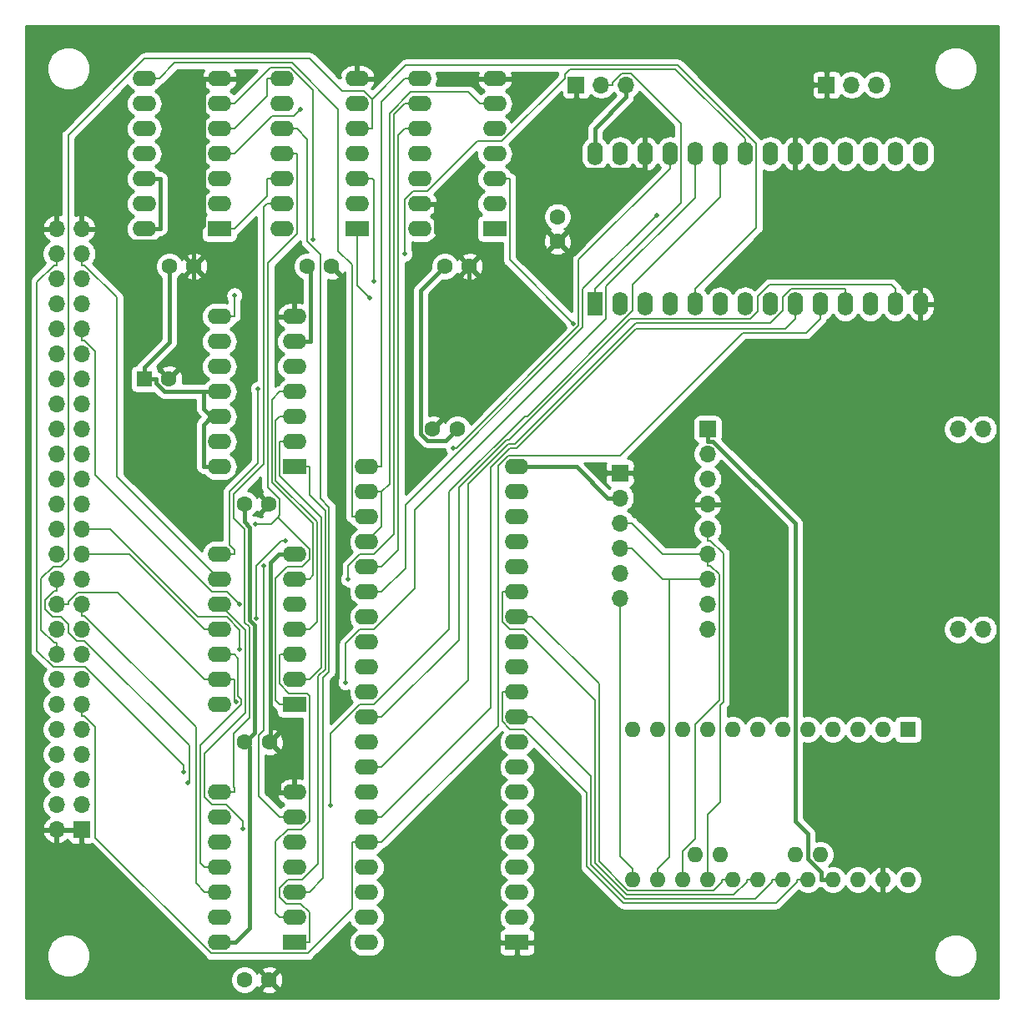
<source format=gbl>
G04 #@! TF.GenerationSoftware,KiCad,Pcbnew,(5.1.9)-1*
G04 #@! TF.CreationDate,2025-02-11T22:07:12+09:00*
G04 #@! TF.ProjectId,JR-200_SD,4a522d32-3030-45f5-9344-2e6b69636164,rev?*
G04 #@! TF.SameCoordinates,PX53920b0PY93c3260*
G04 #@! TF.FileFunction,Copper,L2,Bot*
G04 #@! TF.FilePolarity,Positive*
%FSLAX46Y46*%
G04 Gerber Fmt 4.6, Leading zero omitted, Abs format (unit mm)*
G04 Created by KiCad (PCBNEW (5.1.9)-1) date 2025-02-11 22:07:12*
%MOMM*%
%LPD*%
G01*
G04 APERTURE LIST*
G04 #@! TA.AperFunction,ComponentPad*
%ADD10C,1.600000*%
G04 #@! TD*
G04 #@! TA.AperFunction,ComponentPad*
%ADD11R,1.700000X1.700000*%
G04 #@! TD*
G04 #@! TA.AperFunction,ComponentPad*
%ADD12O,1.700000X1.700000*%
G04 #@! TD*
G04 #@! TA.AperFunction,ComponentPad*
%ADD13R,1.600000X1.600000*%
G04 #@! TD*
G04 #@! TA.AperFunction,ComponentPad*
%ADD14O,1.600000X1.600000*%
G04 #@! TD*
G04 #@! TA.AperFunction,ComponentPad*
%ADD15O,2.400000X1.600000*%
G04 #@! TD*
G04 #@! TA.AperFunction,ComponentPad*
%ADD16R,2.400000X1.600000*%
G04 #@! TD*
G04 #@! TA.AperFunction,ComponentPad*
%ADD17R,1.600000X2.400000*%
G04 #@! TD*
G04 #@! TA.AperFunction,ComponentPad*
%ADD18O,1.600000X2.400000*%
G04 #@! TD*
G04 #@! TA.AperFunction,ViaPad*
%ADD19C,0.500000*%
G04 #@! TD*
G04 #@! TA.AperFunction,Conductor*
%ADD20C,0.400000*%
G04 #@! TD*
G04 #@! TA.AperFunction,Conductor*
%ADD21C,0.200000*%
G04 #@! TD*
G04 #@! TA.AperFunction,Conductor*
%ADD22C,0.254000*%
G04 #@! TD*
G04 #@! TA.AperFunction,Conductor*
%ADD23C,0.100000*%
G04 #@! TD*
G04 APERTURE END LIST*
D10*
X44450000Y58420000D03*
X41950000Y58420000D03*
X54610000Y77470000D03*
X54610000Y79970000D03*
D11*
X69850000Y58420000D03*
D12*
X69850000Y55880000D03*
X69850000Y53340000D03*
X69850000Y50800000D03*
X69850000Y48260000D03*
X69850000Y45720000D03*
X69850000Y43180000D03*
X69850000Y40640000D03*
X69850000Y38100000D03*
X97790000Y38100000D03*
X95250000Y38100000D03*
X97790000Y58420000D03*
X95250000Y58420000D03*
D13*
X90170000Y27940000D03*
D14*
X87630000Y27940000D03*
X85090000Y27940000D03*
X62230000Y12700000D03*
X82550000Y27940000D03*
X64770000Y12700000D03*
X80010000Y27940000D03*
X67310000Y12700000D03*
X77470000Y27940000D03*
X69850000Y12700000D03*
X74930000Y27940000D03*
X72390000Y12700000D03*
X72390000Y27940000D03*
X74930000Y12700000D03*
X69850000Y27940000D03*
X77470000Y12700000D03*
X67310000Y27940000D03*
X80010000Y12700000D03*
X64770000Y27940000D03*
X82550000Y12700000D03*
X62230000Y27940000D03*
X85090000Y12700000D03*
X87630000Y12700000D03*
X90170000Y12700000D03*
X81280000Y15240000D03*
X78740000Y15240000D03*
X71120000Y15240000D03*
X68580000Y15240000D03*
D11*
X60960000Y53975000D03*
D12*
X60960000Y51435000D03*
X60960000Y48895000D03*
X60960000Y46355000D03*
X60960000Y43815000D03*
X60960000Y41275000D03*
D11*
X6350000Y17780000D03*
D12*
X3810000Y17780000D03*
X6350000Y20320000D03*
X3810000Y20320000D03*
X6350000Y22860000D03*
X3810000Y22860000D03*
X6350000Y25400000D03*
X3810000Y25400000D03*
X6350000Y27940000D03*
X3810000Y27940000D03*
X6350000Y30480000D03*
X3810000Y30480000D03*
X6350000Y33020000D03*
X3810000Y33020000D03*
X6350000Y35560000D03*
X3810000Y35560000D03*
X6350000Y38100000D03*
X3810000Y38100000D03*
X6350000Y40640000D03*
X3810000Y40640000D03*
X6350000Y43180000D03*
X3810000Y43180000D03*
X6350000Y45720000D03*
X3810000Y45720000D03*
X6350000Y48260000D03*
X3810000Y48260000D03*
X6350000Y50800000D03*
X3810000Y50800000D03*
X6350000Y53340000D03*
X3810000Y53340000D03*
X6350000Y55880000D03*
X3810000Y55880000D03*
X6350000Y58420000D03*
X3810000Y58420000D03*
X6350000Y60960000D03*
X3810000Y60960000D03*
X6350000Y63500000D03*
X3810000Y63500000D03*
X6350000Y66040000D03*
X3810000Y66040000D03*
X6350000Y68580000D03*
X3810000Y68580000D03*
X6350000Y71120000D03*
X3810000Y71120000D03*
X6350000Y73660000D03*
X3810000Y73660000D03*
X6350000Y76200000D03*
X3810000Y76200000D03*
X6350000Y78740000D03*
X3810000Y78740000D03*
D13*
X12700000Y63500000D03*
D10*
X15200000Y63500000D03*
D15*
X20320000Y30480000D03*
X27940000Y45720000D03*
X20320000Y33020000D03*
X27940000Y43180000D03*
X20320000Y35560000D03*
X27940000Y40640000D03*
X20320000Y38100000D03*
X27940000Y38100000D03*
X20320000Y40640000D03*
X27940000Y35560000D03*
X20320000Y43180000D03*
X27940000Y33020000D03*
X20320000Y45720000D03*
D16*
X27940000Y30480000D03*
X27940000Y54610000D03*
D15*
X20320000Y69850000D03*
X27940000Y57150000D03*
X20320000Y67310000D03*
X27940000Y59690000D03*
X20320000Y64770000D03*
X27940000Y62230000D03*
X20320000Y62230000D03*
X27940000Y64770000D03*
X20320000Y59690000D03*
X27940000Y67310000D03*
X20320000Y57150000D03*
X27940000Y69850000D03*
X20320000Y54610000D03*
D16*
X34290000Y78740000D03*
D15*
X26670000Y93980000D03*
X34290000Y81280000D03*
X26670000Y91440000D03*
X34290000Y83820000D03*
X26670000Y88900000D03*
X34290000Y86360000D03*
X26670000Y86360000D03*
X34290000Y88900000D03*
X26670000Y83820000D03*
X34290000Y91440000D03*
X26670000Y81280000D03*
X34290000Y93980000D03*
X26670000Y78740000D03*
X20320000Y6350000D03*
X27940000Y21590000D03*
X20320000Y8890000D03*
X27940000Y19050000D03*
X20320000Y11430000D03*
X27940000Y16510000D03*
X20320000Y13970000D03*
X27940000Y13970000D03*
X20320000Y16510000D03*
X27940000Y11430000D03*
X20320000Y19050000D03*
X27940000Y8890000D03*
X20320000Y21590000D03*
D16*
X27940000Y6350000D03*
D15*
X12700000Y78740000D03*
X20320000Y93980000D03*
X12700000Y81280000D03*
X20320000Y91440000D03*
X12700000Y83820000D03*
X20320000Y88900000D03*
X12700000Y86360000D03*
X20320000Y86360000D03*
X12700000Y88900000D03*
X20320000Y83820000D03*
X12700000Y91440000D03*
X20320000Y81280000D03*
X12700000Y93980000D03*
D16*
X20320000Y78740000D03*
D10*
X22860000Y50800000D03*
X25360000Y50800000D03*
X22860000Y2540000D03*
X25360000Y2540000D03*
X15240000Y74930000D03*
X17740000Y74930000D03*
X25400000Y26670000D03*
X22900000Y26670000D03*
X29210000Y74930000D03*
X31710000Y74930000D03*
X45680000Y74930000D03*
X43180000Y74930000D03*
D11*
X56515000Y93345000D03*
D12*
X59055000Y93345000D03*
X61595000Y93345000D03*
X86995000Y93345000D03*
X84455000Y93345000D03*
D11*
X81915000Y93345000D03*
D17*
X58420000Y71120000D03*
D18*
X91440000Y86360000D03*
X60960000Y71120000D03*
X88900000Y86360000D03*
X63500000Y71120000D03*
X86360000Y86360000D03*
X66040000Y71120000D03*
X83820000Y86360000D03*
X68580000Y71120000D03*
X81280000Y86360000D03*
X71120000Y71120000D03*
X78740000Y86360000D03*
X73660000Y71120000D03*
X76200000Y86360000D03*
X76200000Y71120000D03*
X73660000Y86360000D03*
X78740000Y71120000D03*
X71120000Y86360000D03*
X81280000Y71120000D03*
X68580000Y86360000D03*
X83820000Y71120000D03*
X66040000Y86360000D03*
X86360000Y71120000D03*
X63500000Y86360000D03*
X88900000Y71120000D03*
X60960000Y86360000D03*
X91440000Y71120000D03*
X58420000Y86360000D03*
D16*
X50500000Y6350000D03*
D15*
X35260000Y54610000D03*
X50500000Y8890000D03*
X35260000Y52070000D03*
X50500000Y11430000D03*
X35260000Y49530000D03*
X50500000Y13970000D03*
X35260000Y46990000D03*
X50500000Y16510000D03*
X35260000Y44450000D03*
X50500000Y19050000D03*
X35260000Y41910000D03*
X50500000Y21590000D03*
X35260000Y39370000D03*
X50500000Y24130000D03*
X35260000Y36830000D03*
X50500000Y26670000D03*
X35260000Y34290000D03*
X50500000Y29210000D03*
X35260000Y31750000D03*
X50500000Y31750000D03*
X35260000Y29210000D03*
X50500000Y34290000D03*
X35260000Y26670000D03*
X50500000Y36830000D03*
X35260000Y24130000D03*
X50500000Y39370000D03*
X35260000Y21590000D03*
X50500000Y41910000D03*
X35260000Y19050000D03*
X50500000Y44450000D03*
X35260000Y16510000D03*
X50500000Y46990000D03*
X35260000Y13970000D03*
X50500000Y49530000D03*
X35260000Y11430000D03*
X50500000Y52070000D03*
X35260000Y8890000D03*
X50500000Y54610000D03*
X35260000Y6350000D03*
D16*
X48260000Y78740000D03*
D15*
X40640000Y93980000D03*
X48260000Y81280000D03*
X40640000Y91440000D03*
X48260000Y83820000D03*
X40640000Y88900000D03*
X48260000Y86360000D03*
X40640000Y86360000D03*
X48260000Y88900000D03*
X40640000Y83820000D03*
X48260000Y91440000D03*
X40640000Y81280000D03*
X48260000Y93980000D03*
X40640000Y78740000D03*
D19*
X44057100Y56470600D03*
X22012800Y30749900D03*
X33122900Y32726100D03*
X56215600Y69126100D03*
X24837200Y44568000D03*
X17116600Y22516100D03*
X31591900Y20224200D03*
X24066400Y39248600D03*
X27027200Y47084800D03*
X23964700Y48807200D03*
X35991100Y73401600D03*
X22383700Y36083700D03*
X35558800Y71743000D03*
X22334900Y40640000D03*
X33406400Y43180000D03*
X16662400Y23624800D03*
X64692000Y80137400D03*
X22735900Y17852000D03*
X24219000Y62487100D03*
X21820300Y71998000D03*
X39112100Y76176800D03*
X28549000Y90834000D03*
X29834400Y77639700D03*
D20*
X21920300Y6350000D02*
X23386200Y7815900D01*
X23386200Y7815900D02*
X23386200Y26183800D01*
X23386200Y26183800D02*
X22900000Y26670000D01*
X22860000Y50800000D02*
X22860000Y48992300D01*
X22860000Y48992300D02*
X23389300Y48463000D01*
X23389300Y48463000D02*
X23389300Y39005800D01*
X23389300Y39005800D02*
X23867800Y38527300D01*
X23867800Y38527300D02*
X23867800Y27637800D01*
X23867800Y27637800D02*
X22900000Y26670000D01*
X82550000Y12700000D02*
X81349700Y12700000D01*
X69850000Y58420000D02*
X69850000Y57169700D01*
X69850000Y57169700D02*
X70397000Y57169700D01*
X70397000Y57169700D02*
X78740000Y48826700D01*
X78740000Y48826700D02*
X78740000Y18628300D01*
X78740000Y18628300D02*
X80010000Y17358300D01*
X80010000Y17358300D02*
X80010000Y14804200D01*
X80010000Y14804200D02*
X81349700Y13464500D01*
X81349700Y13464500D02*
X81349700Y12700000D01*
X43180000Y74930000D02*
X40740800Y72490800D01*
X40740800Y72490800D02*
X40740800Y57916200D01*
X40740800Y57916200D02*
X41441100Y57215900D01*
X41441100Y57215900D02*
X43245900Y57215900D01*
X43245900Y57215900D02*
X44450000Y58420000D01*
X12700000Y83820000D02*
X14300300Y83820000D01*
X12700000Y78740000D02*
X14300300Y78740000D01*
X14300300Y78740000D02*
X14300300Y83820000D01*
X59709700Y51435000D02*
X56534700Y54610000D01*
X56534700Y54610000D02*
X52100300Y54610000D01*
X60960000Y51435000D02*
X59709700Y51435000D01*
X50500000Y54610000D02*
X52100300Y54610000D01*
X61595000Y93345000D02*
X61595000Y92094700D01*
X58420000Y86360000D02*
X58420000Y88919700D01*
X58420000Y88919700D02*
X61595000Y92094700D01*
X12700000Y63500000D02*
X12700000Y64700300D01*
X15240000Y74930000D02*
X15240000Y67240300D01*
X15240000Y67240300D02*
X12700000Y64700300D01*
X18719700Y62230000D02*
X14720200Y62230000D01*
X14720200Y62230000D02*
X13900300Y63049900D01*
X13900300Y63049900D02*
X13900300Y63500000D01*
X19519900Y59690000D02*
X18719700Y60490200D01*
X18719700Y60490200D02*
X18719700Y62230000D01*
X12700000Y63500000D02*
X13900300Y63500000D01*
X19519900Y59690000D02*
X18719700Y58889800D01*
X18719700Y58889800D02*
X18719700Y54610000D01*
X20320000Y54610000D02*
X18719700Y54610000D01*
X20320000Y6350000D02*
X21920300Y6350000D01*
X20320000Y62230000D02*
X18719700Y62230000D01*
X20320000Y59690000D02*
X19519900Y59690000D01*
X27940000Y67310000D02*
X29540300Y67310000D01*
X29210000Y74930000D02*
X29540300Y74599700D01*
X29540300Y74599700D02*
X29540300Y67310000D01*
X25400000Y26670000D02*
X25487500Y26757500D01*
X25487500Y26757500D02*
X25487500Y44867800D01*
X25487500Y44867800D02*
X26339700Y45720000D01*
X27940000Y45720000D02*
X26339700Y45720000D01*
X60960000Y53975000D02*
X62210300Y53975000D01*
X69850000Y50800000D02*
X65385300Y50800000D01*
X65385300Y50800000D02*
X62210300Y53975000D01*
X27940000Y21590000D02*
X26339700Y21590000D01*
X26339700Y21590000D02*
X26339700Y25730300D01*
X26339700Y25730300D02*
X25400000Y26670000D01*
X91440000Y71120000D02*
X91440000Y72720300D01*
X78740000Y86360000D02*
X78740000Y84759700D01*
X78740000Y84759700D02*
X90779400Y72720300D01*
X90779400Y72720300D02*
X91440000Y72720300D01*
X78740000Y86793500D02*
X78740000Y86360000D01*
X78740000Y86793500D02*
X78740000Y87960300D01*
X17099400Y77450400D02*
X8889900Y77450400D01*
X8889900Y77450400D02*
X7600300Y78740000D01*
X17740000Y74930000D02*
X17740000Y76809800D01*
X17740000Y76809800D02*
X17099400Y77450400D01*
X18719700Y93980000D02*
X18719700Y79070700D01*
X18719700Y79070700D02*
X17099400Y77450400D01*
X6350000Y78740000D02*
X7600300Y78740000D01*
X20320000Y93980000D02*
X18719700Y93980000D01*
X78740000Y87960300D02*
X81915000Y91135300D01*
X81915000Y91135300D02*
X81915000Y93345000D01*
X41950000Y58420000D02*
X45680000Y62150000D01*
X45680000Y62150000D02*
X45680000Y74930000D01*
X42240300Y81280000D02*
X42240300Y78369700D01*
X42240300Y78369700D02*
X45680000Y74930000D01*
X56515000Y84759700D02*
X56515000Y79375000D01*
X56515000Y79375000D02*
X54610000Y77470000D01*
X56515000Y93345000D02*
X56515000Y84759700D01*
X56515000Y84759700D02*
X63500000Y84759700D01*
X63500000Y86360000D02*
X63500000Y84759700D01*
X40640000Y81280000D02*
X42240300Y81280000D01*
X17740000Y74930000D02*
X17740000Y66040000D01*
X17740000Y66040000D02*
X15200000Y63500000D01*
D21*
X35260000Y16510000D02*
X33759700Y16510000D01*
X35260000Y16510000D02*
X36760300Y16510000D01*
X36760300Y16510000D02*
X48569300Y28319000D01*
X48569300Y28319000D02*
X48569300Y54670000D01*
X48569300Y54670000D02*
X49609600Y55710300D01*
X49609600Y55710300D02*
X60973800Y55710300D01*
X60973800Y55710300D02*
X73452900Y68189400D01*
X73452900Y68189400D02*
X79849700Y68189400D01*
X79849700Y68189400D02*
X81280000Y69619700D01*
X33759700Y16510000D02*
X33759700Y9702400D01*
X33759700Y9702400D02*
X29275600Y5218300D01*
X29275600Y5218300D02*
X19495500Y5218300D01*
X19495500Y5218300D02*
X7739600Y16974200D01*
X7739600Y16974200D02*
X7739600Y28178400D01*
X7739600Y28178400D02*
X6588300Y29329700D01*
X6588300Y29329700D02*
X6350000Y29329700D01*
X6350000Y30480000D02*
X6350000Y29329700D01*
X81280000Y71120000D02*
X81280000Y69619700D01*
X6350000Y39489700D02*
X6637600Y39489700D01*
X6637600Y39489700D02*
X17916100Y28211200D01*
X17916100Y28211200D02*
X17916100Y12333600D01*
X17916100Y12333600D02*
X18819700Y11430000D01*
X20320000Y11430000D02*
X18819700Y11430000D01*
X6350000Y40640000D02*
X6350000Y39489700D01*
X44057100Y56470600D02*
X44338400Y56470600D01*
X44338400Y56470600D02*
X56765900Y68898100D01*
X56765900Y68898100D02*
X56765900Y75585600D01*
X56765900Y75585600D02*
X66040000Y84859700D01*
X66040000Y86360000D02*
X66040000Y84859700D01*
X78740000Y71120000D02*
X78740000Y69619700D01*
X35260000Y19050000D02*
X36760300Y19050000D01*
X36760300Y19050000D02*
X47827200Y30116900D01*
X47827200Y30116900D02*
X47827200Y54554500D01*
X47827200Y54554500D02*
X49783800Y56511100D01*
X49783800Y56511100D02*
X50480700Y56511100D01*
X50480700Y56511100D02*
X62559400Y68589800D01*
X62559400Y68589800D02*
X77710100Y68589800D01*
X77710100Y68589800D02*
X78740000Y69619700D01*
X33122900Y32726100D02*
X33122900Y36668500D01*
X33122900Y36668500D02*
X34554400Y38100000D01*
X34554400Y38100000D02*
X35995500Y38100000D01*
X35995500Y38100000D02*
X40168700Y42273200D01*
X40168700Y42273200D02*
X40168700Y50239900D01*
X40168700Y50239900D02*
X59548400Y69619600D01*
X59548400Y69619600D02*
X59548400Y72887500D01*
X59548400Y72887500D02*
X68580000Y81919100D01*
X68580000Y81919100D02*
X68580000Y86360000D01*
X20320000Y33020000D02*
X21820300Y33020000D01*
X22012800Y30749900D02*
X21820300Y30942400D01*
X21820300Y30942400D02*
X21820300Y33020000D01*
X3810000Y40640000D02*
X4960300Y40640000D01*
X20320000Y33020000D02*
X18819700Y33020000D01*
X18819700Y33020000D02*
X10010200Y41829500D01*
X10010200Y41829500D02*
X5911400Y41829500D01*
X5911400Y41829500D02*
X4960300Y40878400D01*
X4960300Y40878400D02*
X4960300Y40640000D01*
X48260000Y83820000D02*
X49760300Y83820000D01*
X49760300Y83820000D02*
X49760300Y75581400D01*
X49760300Y75581400D02*
X56215600Y69126100D01*
X27940000Y19050000D02*
X26439700Y19050000D01*
X24837200Y44568000D02*
X24837200Y27899500D01*
X24837200Y27899500D02*
X24285300Y27347600D01*
X24285300Y27347600D02*
X24285300Y21204400D01*
X24285300Y21204400D02*
X26439700Y19050000D01*
X3810000Y42029700D02*
X3571600Y42029700D01*
X3571600Y42029700D02*
X2624900Y41083000D01*
X2624900Y41083000D02*
X2624900Y40119000D01*
X2624900Y40119000D02*
X3373900Y39370000D01*
X3373900Y39370000D02*
X4228500Y39370000D01*
X4228500Y39370000D02*
X4960400Y38638100D01*
X4960400Y38638100D02*
X4960400Y37801100D01*
X4960400Y37801100D02*
X5811900Y36949600D01*
X5811900Y36949600D02*
X6622900Y36949600D01*
X6622900Y36949600D02*
X17261200Y26311300D01*
X17261200Y26311300D02*
X17261200Y22660700D01*
X17261200Y22660700D02*
X17116600Y22516100D01*
X3810000Y43180000D02*
X3810000Y42029700D01*
X71120000Y86360000D02*
X71120000Y82005400D01*
X71120000Y82005400D02*
X62230000Y73115400D01*
X62230000Y73115400D02*
X62230000Y70415500D01*
X62230000Y70415500D02*
X51551500Y59737000D01*
X51551500Y59737000D02*
X51289900Y59737000D01*
X51289900Y59737000D02*
X43651500Y52098600D01*
X43651500Y52098600D02*
X43651500Y38115400D01*
X43651500Y38115400D02*
X36016100Y30480000D01*
X36016100Y30480000D02*
X34561800Y30480000D01*
X34561800Y30480000D02*
X31591900Y27510100D01*
X31591900Y27510100D02*
X31591900Y20224200D01*
X27027200Y47084800D02*
X26575800Y47084800D01*
X26575800Y47084800D02*
X24066400Y44575400D01*
X24066400Y44575400D02*
X24066400Y39248600D01*
X6350000Y45720000D02*
X11199700Y45720000D01*
X11199700Y45720000D02*
X18819700Y38100000D01*
X20320000Y38100000D02*
X18819700Y38100000D01*
X68580000Y71120000D02*
X68580000Y72620300D01*
X35790300Y91904100D02*
X39213200Y95327000D01*
X39213200Y95327000D02*
X66814400Y95327000D01*
X66814400Y95327000D02*
X74794000Y87347400D01*
X74794000Y87347400D02*
X74794000Y78834300D01*
X74794000Y78834300D02*
X68580000Y72620300D01*
X35790300Y88900000D02*
X35790300Y91904100D01*
X35790300Y91904100D02*
X34984400Y92710000D01*
X34984400Y92710000D02*
X32789400Y92710000D01*
X32789400Y92710000D02*
X29491100Y96008300D01*
X29491100Y96008300D02*
X12737700Y96008300D01*
X12737700Y96008300D02*
X4960400Y88231000D01*
X4960400Y88231000D02*
X4960400Y45181900D01*
X4960400Y45181900D02*
X4228500Y44450000D01*
X4228500Y44450000D02*
X3444000Y44450000D01*
X3444000Y44450000D02*
X2224500Y43230500D01*
X2224500Y43230500D02*
X2224500Y38057400D01*
X2224500Y38057400D02*
X3571600Y36710300D01*
X3571600Y36710300D02*
X3810000Y36710300D01*
X3810000Y35560000D02*
X3810000Y36710300D01*
X34290000Y88900000D02*
X35790300Y88900000D01*
X26439700Y30480000D02*
X26037300Y30882400D01*
X26037300Y30882400D02*
X26037300Y43278800D01*
X26037300Y43278800D02*
X27208500Y44450000D01*
X27208500Y44450000D02*
X28669000Y44450000D01*
X28669000Y44450000D02*
X29440300Y45221300D01*
X29440300Y45221300D02*
X29440300Y46254100D01*
X29440300Y46254100D02*
X26229300Y49465100D01*
X26229300Y49465100D02*
X25571400Y48807200D01*
X25571400Y48807200D02*
X23964700Y48807200D01*
X28170300Y86360000D02*
X28170300Y78222700D01*
X28170300Y78222700D02*
X25223200Y75275600D01*
X25223200Y75275600D02*
X25223200Y52517600D01*
X25223200Y52517600D02*
X26464000Y51276800D01*
X26464000Y51276800D02*
X26464000Y49699800D01*
X26464000Y49699800D02*
X26229300Y49465100D01*
X27940000Y30480000D02*
X26439700Y30480000D01*
X26670000Y86360000D02*
X28170300Y86360000D01*
X35790300Y83820000D02*
X35991100Y83619200D01*
X35991100Y83619200D02*
X35991100Y73401600D01*
X34290000Y83820000D02*
X35790300Y83820000D01*
X22383700Y36083700D02*
X22383700Y38055400D01*
X22383700Y38055400D02*
X21069100Y39370000D01*
X21069100Y39370000D02*
X18136100Y39370000D01*
X18136100Y39370000D02*
X9246100Y48260000D01*
X9246100Y48260000D02*
X6350000Y48260000D01*
X26539800Y35560000D02*
X26439700Y35459900D01*
X26439700Y35459900D02*
X26439700Y32563300D01*
X26439700Y32563300D02*
X27394600Y31608400D01*
X27394600Y31608400D02*
X29236300Y31608400D01*
X29236300Y31608400D02*
X29479300Y31365400D01*
X29479300Y31365400D02*
X29479300Y18598700D01*
X29479300Y18598700D02*
X28660600Y17780000D01*
X28660600Y17780000D02*
X27246500Y17780000D01*
X27246500Y17780000D02*
X26039400Y16572900D01*
X26039400Y16572900D02*
X26039400Y9290300D01*
X26039400Y9290300D02*
X26439700Y8890000D01*
X27940000Y35560000D02*
X26539800Y35560000D01*
X27940000Y8890000D02*
X26439700Y8890000D01*
X35558800Y71743000D02*
X34290000Y73011800D01*
X34290000Y73011800D02*
X34290000Y78740000D01*
X29440300Y6350000D02*
X29440300Y9374200D01*
X29440300Y9374200D02*
X28568100Y10246400D01*
X28568100Y10246400D02*
X27140100Y10246400D01*
X27140100Y10246400D02*
X26439700Y10946800D01*
X26439700Y10946800D02*
X26439700Y11886200D01*
X26439700Y11886200D02*
X27253500Y12700000D01*
X27253500Y12700000D02*
X28668900Y12700000D01*
X28668900Y12700000D02*
X30322500Y14353600D01*
X30322500Y14353600D02*
X30322500Y33335900D01*
X30322500Y33335900D02*
X31041500Y34054900D01*
X31041500Y34054900D02*
X31041500Y50140300D01*
X31041500Y50140300D02*
X29440300Y51741500D01*
X29440300Y51741500D02*
X29440300Y54610000D01*
X27940000Y6350000D02*
X29440300Y6350000D01*
X27940000Y54610000D02*
X29440300Y54610000D01*
X6350000Y67429700D02*
X6588300Y67429700D01*
X6588300Y67429700D02*
X7739600Y66278400D01*
X7739600Y66278400D02*
X7739600Y53741200D01*
X7739600Y53741200D02*
X19570800Y41910000D01*
X19570800Y41910000D02*
X21064900Y41910000D01*
X21064900Y41910000D02*
X22334900Y40640000D01*
X6350000Y68580000D02*
X6350000Y67429700D01*
X39139700Y91440000D02*
X38049100Y90349400D01*
X38049100Y90349400D02*
X38049100Y47780200D01*
X38049100Y47780200D02*
X35988900Y45720000D01*
X35988900Y45720000D02*
X34563300Y45720000D01*
X34563300Y45720000D02*
X33406400Y44563100D01*
X33406400Y44563100D02*
X33406400Y43180000D01*
X40640000Y91440000D02*
X39139700Y91440000D01*
X3810000Y75049700D02*
X3522400Y75049700D01*
X3522400Y75049700D02*
X1812500Y73339800D01*
X1812500Y73339800D02*
X1812500Y35923500D01*
X1812500Y35923500D02*
X3446000Y34290000D01*
X3446000Y34290000D02*
X6709200Y34290000D01*
X6709200Y34290000D02*
X16662300Y24336900D01*
X16662300Y24336900D02*
X16662300Y23624800D01*
X16662300Y23624800D02*
X16662400Y23624800D01*
X3810000Y76200000D02*
X3810000Y75049700D01*
X69850000Y48260000D02*
X69850000Y47109700D01*
X69850000Y47109700D02*
X70137600Y47109700D01*
X70137600Y47109700D02*
X71434300Y45813000D01*
X71434300Y45813000D02*
X71434300Y30758200D01*
X71434300Y30758200D02*
X71120000Y30443900D01*
X71120000Y30443900D02*
X71120000Y20589100D01*
X71120000Y20589100D02*
X69850000Y19319100D01*
X69850000Y19319100D02*
X69850000Y12700000D01*
X69850000Y45720000D02*
X65285300Y45720000D01*
X65285300Y45720000D02*
X62110300Y48895000D01*
X69850000Y44569700D02*
X70137600Y44569700D01*
X70137600Y44569700D02*
X71033900Y43673400D01*
X71033900Y43673400D02*
X71033900Y30924200D01*
X71033900Y30924200D02*
X68580000Y28470300D01*
X68580000Y28470300D02*
X68580000Y16849200D01*
X68580000Y16849200D02*
X67310000Y15579200D01*
X67310000Y15579200D02*
X67310000Y12700000D01*
X69850000Y45720000D02*
X69850000Y44569700D01*
X60960000Y48895000D02*
X62110300Y48895000D01*
X65945700Y43180000D02*
X69850000Y43180000D01*
X62110300Y46355000D02*
X65285300Y43180000D01*
X65285300Y43180000D02*
X65945700Y43180000D01*
X64770000Y13800300D02*
X65945700Y14976000D01*
X65945700Y14976000D02*
X65945700Y43180000D01*
X64770000Y12700000D02*
X64770000Y13800300D01*
X60960000Y46355000D02*
X62110300Y46355000D01*
X62230000Y13800300D02*
X60960000Y15070300D01*
X60960000Y15070300D02*
X60960000Y40124700D01*
X62230000Y12700000D02*
X62230000Y13800300D01*
X60960000Y41275000D02*
X60960000Y40124700D01*
X83820000Y72620300D02*
X78284200Y72620300D01*
X78284200Y72620300D02*
X77470000Y71806100D01*
X77470000Y71806100D02*
X77470000Y70433700D01*
X77470000Y70433700D02*
X76236000Y69199700D01*
X76236000Y69199700D02*
X62603000Y69199700D01*
X62603000Y69199700D02*
X50314700Y56911400D01*
X50314700Y56911400D02*
X49617800Y56911400D01*
X49617800Y56911400D02*
X45579700Y52873300D01*
X45579700Y52873300D02*
X45579700Y32949400D01*
X45579700Y32949400D02*
X36760300Y24130000D01*
X83820000Y71120000D02*
X83820000Y72620300D01*
X35260000Y24130000D02*
X36760300Y24130000D01*
X88900000Y72620300D02*
X88476000Y73044300D01*
X88476000Y73044300D02*
X76095800Y73044300D01*
X76095800Y73044300D02*
X74930000Y71878500D01*
X74930000Y71878500D02*
X74930000Y70373800D01*
X74930000Y70373800D02*
X74156200Y69600000D01*
X74156200Y69600000D02*
X61980800Y69600000D01*
X61980800Y69600000D02*
X49692500Y57311700D01*
X49692500Y57311700D02*
X49430800Y57311700D01*
X49430800Y57311700D02*
X44593900Y52474800D01*
X44593900Y52474800D02*
X44593900Y37043600D01*
X44593900Y37043600D02*
X36760300Y29210000D01*
X88900000Y71120000D02*
X88900000Y72620300D01*
X35260000Y29210000D02*
X36760300Y29210000D01*
X36760300Y41910000D02*
X39167500Y44317200D01*
X39167500Y44317200D02*
X39167500Y50731900D01*
X39167500Y50731900D02*
X57175000Y68739400D01*
X57175000Y68739400D02*
X57175000Y72620400D01*
X57175000Y72620400D02*
X64692000Y80137400D01*
X35260000Y41910000D02*
X36760300Y41910000D01*
X20320000Y43180000D02*
X9918200Y53581800D01*
X9918200Y53581800D02*
X9918200Y71769200D01*
X9918200Y71769200D02*
X6637700Y75049700D01*
X6637700Y75049700D02*
X6350000Y75049700D01*
X6350000Y76200000D02*
X6350000Y75049700D01*
X27940000Y43180000D02*
X29440300Y43180000D01*
X27940000Y62230000D02*
X26439700Y62230000D01*
X26439700Y62230000D02*
X25623500Y61413800D01*
X25623500Y61413800D02*
X25623500Y53037500D01*
X25623500Y53037500D02*
X29840600Y48820400D01*
X29840600Y48820400D02*
X29840600Y43580300D01*
X29840600Y43580300D02*
X29440300Y43180000D01*
X21820300Y35560000D02*
X22229600Y35150700D01*
X22229600Y35150700D02*
X22229600Y31311300D01*
X22229600Y31311300D02*
X22229700Y31311300D01*
X22229700Y31311300D02*
X22563100Y30977900D01*
X22563100Y30977900D02*
X22563100Y30521900D01*
X22563100Y30521900D02*
X18419400Y26378200D01*
X18419400Y26378200D02*
X18419400Y14370300D01*
X18419400Y14370300D02*
X18819700Y13970000D01*
X20320000Y35560000D02*
X21820300Y35560000D01*
X20320000Y13970000D02*
X18819700Y13970000D01*
X29440300Y38100000D02*
X30240900Y38900600D01*
X30240900Y38900600D02*
X30240900Y48986400D01*
X30240900Y48986400D02*
X26039400Y53187900D01*
X26039400Y53187900D02*
X26039400Y59289700D01*
X26039400Y59289700D02*
X26439700Y59690000D01*
X27940000Y59690000D02*
X26439700Y59690000D01*
X27940000Y38100000D02*
X29440300Y38100000D01*
X22735900Y17852000D02*
X22735900Y18604100D01*
X22735900Y18604100D02*
X21020000Y20320000D01*
X21020000Y20320000D02*
X19597300Y20320000D01*
X19597300Y20320000D02*
X18819700Y21097600D01*
X18819700Y21097600D02*
X18819700Y25502700D01*
X18819700Y25502700D02*
X22965400Y29648400D01*
X22965400Y29648400D02*
X22965400Y38040000D01*
X22965400Y38040000D02*
X20365400Y40640000D01*
X20365400Y40640000D02*
X20320000Y40640000D01*
X24219000Y62487100D02*
X24219000Y54981500D01*
X24219000Y54981500D02*
X21336900Y52099400D01*
X21336900Y52099400D02*
X21336900Y46659200D01*
X21336900Y46659200D02*
X21820300Y46175800D01*
X21820300Y46175800D02*
X21820300Y45720000D01*
X20320000Y45720000D02*
X21820300Y45720000D01*
X39112100Y76176800D02*
X39112100Y81720900D01*
X39112100Y81720900D02*
X39941200Y82550000D01*
X39941200Y82550000D02*
X41394700Y82550000D01*
X41394700Y82550000D02*
X46474700Y87630000D01*
X46474700Y87630000D02*
X48963200Y87630000D01*
X48963200Y87630000D02*
X55350600Y94017400D01*
X55350600Y94017400D02*
X55350600Y94386400D01*
X55350600Y94386400D02*
X55888600Y94924400D01*
X55888600Y94924400D02*
X66595900Y94924400D01*
X66595900Y94924400D02*
X73660000Y87860300D01*
X21820300Y69850000D02*
X21820300Y71998000D01*
X73660000Y86360000D02*
X73660000Y87860300D01*
X20320000Y69850000D02*
X21820300Y69850000D01*
X52000300Y29210000D02*
X58008000Y23202300D01*
X58008000Y23202300D02*
X58008000Y14200100D01*
X58008000Y14200100D02*
X61460000Y10748100D01*
X61460000Y10748100D02*
X74645800Y10748100D01*
X74645800Y10748100D02*
X76369700Y12472000D01*
X76369700Y12472000D02*
X76369700Y12700000D01*
X50500000Y29210000D02*
X52000300Y29210000D01*
X77470000Y12700000D02*
X76369700Y12700000D01*
X20320000Y88900000D02*
X21820300Y88900000D01*
X26670000Y93980000D02*
X25169700Y93980000D01*
X25169700Y93980000D02*
X25169700Y92249400D01*
X25169700Y92249400D02*
X21820300Y88900000D01*
X29440300Y11430000D02*
X30864100Y12853800D01*
X30864100Y12853800D02*
X30864100Y33231500D01*
X30864100Y33231500D02*
X31441800Y33809200D01*
X31441800Y33809200D02*
X31441800Y50506000D01*
X31441800Y50506000D02*
X30585500Y51362300D01*
X30585500Y51362300D02*
X30585500Y76086500D01*
X30585500Y76086500D02*
X29236800Y77435200D01*
X29236800Y77435200D02*
X29236800Y87833500D01*
X29236800Y87833500D02*
X28170300Y88900000D01*
X27940000Y11430000D02*
X29440300Y11430000D01*
X26670000Y88900000D02*
X28170300Y88900000D01*
X25169700Y83820000D02*
X25169700Y82089400D01*
X25169700Y82089400D02*
X21820300Y78740000D01*
X20320000Y78740000D02*
X21820300Y78740000D01*
X26670000Y83820000D02*
X25169700Y83820000D01*
X20320000Y86360000D02*
X21820300Y86360000D01*
X28549000Y90834000D02*
X27885000Y90170000D01*
X27885000Y90170000D02*
X25630300Y90170000D01*
X25630300Y90170000D02*
X21820300Y86360000D01*
X20320000Y21590000D02*
X21820300Y21590000D01*
X26670000Y81280000D02*
X25169700Y81280000D01*
X25169700Y81280000D02*
X24822800Y80933100D01*
X24822800Y80933100D02*
X24822800Y54869300D01*
X24822800Y54869300D02*
X21737300Y51783800D01*
X21737300Y51783800D02*
X21737300Y49407300D01*
X21737300Y49407300D02*
X22885200Y48259400D01*
X22885200Y48259400D02*
X22885200Y38802300D01*
X22885200Y38802300D02*
X23365800Y38321700D01*
X23365800Y38321700D02*
X23365800Y29173500D01*
X23365800Y29173500D02*
X21739700Y27547400D01*
X21739700Y27547400D02*
X21739700Y22126400D01*
X21739700Y22126400D02*
X21820300Y22045800D01*
X21820300Y22045800D02*
X21820300Y21590000D01*
X35260000Y54610000D02*
X36760300Y54610000D01*
X40640000Y93980000D02*
X39139700Y93980000D01*
X39139700Y93980000D02*
X36760300Y91600600D01*
X36760300Y91600600D02*
X36760300Y54610000D01*
X12700000Y93980000D02*
X14200300Y93980000D01*
X35260000Y49530000D02*
X33759700Y49530000D01*
X33759700Y49530000D02*
X33759700Y75116200D01*
X33759700Y75116200D02*
X32389000Y76486900D01*
X32389000Y76486900D02*
X32389000Y90826800D01*
X32389000Y90826800D02*
X27658800Y95557000D01*
X27658800Y95557000D02*
X15777300Y95557000D01*
X15777300Y95557000D02*
X14200300Y93980000D01*
X36760300Y52070000D02*
X37561000Y52870700D01*
X37561000Y52870700D02*
X37561000Y90427600D01*
X37561000Y90427600D02*
X39743100Y92609700D01*
X39743100Y92609700D02*
X45590000Y92609700D01*
X45590000Y92609700D02*
X46759700Y91440000D01*
X48260000Y91440000D02*
X46759700Y91440000D01*
X36760300Y52070000D02*
X36760300Y48490300D01*
X36760300Y48490300D02*
X35260000Y46990000D01*
X35260000Y52070000D02*
X36760300Y52070000D01*
X59055000Y93345000D02*
X60205300Y93345000D01*
X58420000Y71120000D02*
X58420000Y72620300D01*
X58420000Y72620300D02*
X67140800Y81341100D01*
X67140800Y81341100D02*
X67140800Y89440500D01*
X67140800Y89440500D02*
X62057300Y94524000D01*
X62057300Y94524000D02*
X61145900Y94524000D01*
X61145900Y94524000D02*
X60205300Y93583400D01*
X60205300Y93583400D02*
X60205300Y93345000D01*
X29440300Y33020000D02*
X30641200Y34220900D01*
X30641200Y34220900D02*
X30641200Y49484100D01*
X30641200Y49484100D02*
X26439700Y53685600D01*
X26439700Y53685600D02*
X26439700Y57150000D01*
X27940000Y33020000D02*
X29440300Y33020000D01*
X27940000Y57150000D02*
X26439700Y57150000D01*
X48999700Y31750000D02*
X48999700Y28750800D01*
X48999700Y28750800D02*
X49810500Y27940000D01*
X49810500Y27940000D02*
X51209400Y27940000D01*
X51209400Y27940000D02*
X57607700Y21541700D01*
X57607700Y21541700D02*
X57607700Y14034200D01*
X57607700Y14034200D02*
X61297000Y10344900D01*
X61297000Y10344900D02*
X76782600Y10344900D01*
X76782600Y10344900D02*
X78909700Y12472000D01*
X78909700Y12472000D02*
X78909700Y12700000D01*
X80010000Y12700000D02*
X78909700Y12700000D01*
X50500000Y31750000D02*
X48999700Y31750000D01*
X71289700Y12700000D02*
X71289700Y12472000D01*
X71289700Y12472000D02*
X70413700Y11596000D01*
X70413700Y11596000D02*
X61744800Y11596000D01*
X61744800Y11596000D02*
X58808900Y14531900D01*
X58808900Y14531900D02*
X58808900Y32561500D01*
X58808900Y32561500D02*
X58808800Y32561500D01*
X58808800Y32561500D02*
X52000300Y39370000D01*
X72390000Y12700000D02*
X71289700Y12700000D01*
X50500000Y39370000D02*
X52000300Y39370000D01*
X74930000Y12700000D02*
X73829700Y12700000D01*
X50500000Y41910000D02*
X48999700Y41910000D01*
X48999700Y41910000D02*
X48999700Y38877400D01*
X48999700Y38877400D02*
X49777100Y38100000D01*
X49777100Y38100000D02*
X51210100Y38100000D01*
X51210100Y38100000D02*
X58408400Y30901700D01*
X58408400Y30901700D02*
X58408400Y14366000D01*
X58408400Y14366000D02*
X61618100Y11156300D01*
X61618100Y11156300D02*
X72514000Y11156300D01*
X72514000Y11156300D02*
X73829700Y12472000D01*
X73829700Y12472000D02*
X73829700Y12700000D01*
X21820300Y91440000D02*
X25487200Y95106900D01*
X25487200Y95106900D02*
X27499200Y95106900D01*
X27499200Y95106900D02*
X29834400Y92771700D01*
X29834400Y92771700D02*
X29834400Y77639700D01*
X20320000Y91440000D02*
X21820300Y91440000D01*
X36760300Y44450000D02*
X38449500Y46139200D01*
X38449500Y46139200D02*
X38449500Y88209800D01*
X38449500Y88209800D02*
X39139700Y88900000D01*
X35260000Y44450000D02*
X36760300Y44450000D01*
X40640000Y88900000D02*
X39139700Y88900000D01*
D22*
X99340000Y660000D02*
X660000Y660000D01*
X660000Y2681335D01*
X21425000Y2681335D01*
X21425000Y2398665D01*
X21480147Y2121426D01*
X21588320Y1860273D01*
X21745363Y1625241D01*
X21945241Y1425363D01*
X22180273Y1268320D01*
X22441426Y1160147D01*
X22718665Y1105000D01*
X23001335Y1105000D01*
X23278574Y1160147D01*
X23539727Y1268320D01*
X23774759Y1425363D01*
X23896694Y1547298D01*
X24546903Y1547298D01*
X24618486Y1303329D01*
X24873996Y1182429D01*
X25148184Y1113700D01*
X25430512Y1099783D01*
X25710130Y1141213D01*
X25976292Y1236397D01*
X26101514Y1303329D01*
X26173097Y1547298D01*
X25360000Y2360395D01*
X24546903Y1547298D01*
X23896694Y1547298D01*
X23974637Y1625241D01*
X24108692Y1825869D01*
X24123329Y1798486D01*
X24367298Y1726903D01*
X25180395Y2540000D01*
X25539605Y2540000D01*
X26352702Y1726903D01*
X26596671Y1798486D01*
X26717571Y2053996D01*
X26786300Y2328184D01*
X26800217Y2610512D01*
X26758787Y2890130D01*
X26663603Y3156292D01*
X26596671Y3281514D01*
X26352702Y3353097D01*
X25539605Y2540000D01*
X25180395Y2540000D01*
X24367298Y3353097D01*
X24123329Y3281514D01*
X24109676Y3252659D01*
X23974637Y3454759D01*
X23896694Y3532702D01*
X24546903Y3532702D01*
X25360000Y2719605D01*
X26173097Y3532702D01*
X26101514Y3776671D01*
X25846004Y3897571D01*
X25571816Y3966300D01*
X25289488Y3980217D01*
X25009870Y3938787D01*
X24743708Y3843603D01*
X24618486Y3776671D01*
X24546903Y3532702D01*
X23896694Y3532702D01*
X23774759Y3654637D01*
X23539727Y3811680D01*
X23278574Y3919853D01*
X23001335Y3975000D01*
X22718665Y3975000D01*
X22441426Y3919853D01*
X22180273Y3811680D01*
X21945241Y3654637D01*
X21745363Y3454759D01*
X21588320Y3219727D01*
X21480147Y2958574D01*
X21425000Y2681335D01*
X660000Y2681335D01*
X660000Y5220128D01*
X2765000Y5220128D01*
X2765000Y4779872D01*
X2850890Y4348075D01*
X3019369Y3941331D01*
X3263962Y3575271D01*
X3575271Y3263962D01*
X3941331Y3019369D01*
X4348075Y2850890D01*
X4779872Y2765000D01*
X5220128Y2765000D01*
X5651925Y2850890D01*
X6058669Y3019369D01*
X6424729Y3263962D01*
X6736038Y3575271D01*
X6980631Y3941331D01*
X7149110Y4348075D01*
X7235000Y4779872D01*
X7235000Y5220128D01*
X7149110Y5651925D01*
X6980631Y6058669D01*
X6736038Y6424729D01*
X6424729Y6736038D01*
X6058669Y6980631D01*
X5651925Y7149110D01*
X5220128Y7235000D01*
X4779872Y7235000D01*
X4348075Y7149110D01*
X3941331Y6980631D01*
X3575271Y6736038D01*
X3263962Y6424729D01*
X3019369Y6058669D01*
X2850890Y5651925D01*
X2765000Y5220128D01*
X660000Y5220128D01*
X660000Y17423110D01*
X2368524Y17423110D01*
X2413175Y17275901D01*
X2538359Y17013080D01*
X2712412Y16779731D01*
X2928645Y16584822D01*
X3178748Y16435843D01*
X3453109Y16338519D01*
X3683000Y16459186D01*
X3683000Y17653000D01*
X3937000Y17653000D01*
X3937000Y16459186D01*
X4166891Y16338519D01*
X4441252Y16435843D01*
X4691355Y16584822D01*
X4887502Y16761626D01*
X4910498Y16685820D01*
X4969463Y16575506D01*
X5048815Y16478815D01*
X5145506Y16399463D01*
X5255820Y16340498D01*
X5375518Y16304188D01*
X5500000Y16291928D01*
X6064250Y16295000D01*
X6223000Y16453750D01*
X6223000Y17653000D01*
X3937000Y17653000D01*
X3683000Y17653000D01*
X2489845Y17653000D01*
X2368524Y17423110D01*
X660000Y17423110D01*
X660000Y73339800D01*
X1073944Y73339800D01*
X1077500Y73303695D01*
X1077501Y35959615D01*
X1073944Y35923500D01*
X1088135Y35779415D01*
X1128943Y35644893D01*
X1130164Y35640867D01*
X1198414Y35513180D01*
X1290263Y35401262D01*
X1318308Y35378246D01*
X2693223Y34003330D01*
X2656525Y33966632D01*
X2494010Y33723411D01*
X2382068Y33453158D01*
X2325000Y33166260D01*
X2325000Y32873740D01*
X2382068Y32586842D01*
X2494010Y32316589D01*
X2656525Y32073368D01*
X2863368Y31866525D01*
X3037760Y31750000D01*
X2863368Y31633475D01*
X2656525Y31426632D01*
X2494010Y31183411D01*
X2382068Y30913158D01*
X2325000Y30626260D01*
X2325000Y30333740D01*
X2382068Y30046842D01*
X2494010Y29776589D01*
X2656525Y29533368D01*
X2863368Y29326525D01*
X3037760Y29210000D01*
X2863368Y29093475D01*
X2656525Y28886632D01*
X2494010Y28643411D01*
X2382068Y28373158D01*
X2325000Y28086260D01*
X2325000Y27793740D01*
X2382068Y27506842D01*
X2494010Y27236589D01*
X2656525Y26993368D01*
X2863368Y26786525D01*
X3037760Y26670000D01*
X2863368Y26553475D01*
X2656525Y26346632D01*
X2494010Y26103411D01*
X2382068Y25833158D01*
X2325000Y25546260D01*
X2325000Y25253740D01*
X2382068Y24966842D01*
X2494010Y24696589D01*
X2656525Y24453368D01*
X2863368Y24246525D01*
X3037760Y24130000D01*
X2863368Y24013475D01*
X2656525Y23806632D01*
X2494010Y23563411D01*
X2382068Y23293158D01*
X2325000Y23006260D01*
X2325000Y22713740D01*
X2382068Y22426842D01*
X2494010Y22156589D01*
X2656525Y21913368D01*
X2863368Y21706525D01*
X3037760Y21590000D01*
X2863368Y21473475D01*
X2656525Y21266632D01*
X2494010Y21023411D01*
X2382068Y20753158D01*
X2325000Y20466260D01*
X2325000Y20173740D01*
X2382068Y19886842D01*
X2494010Y19616589D01*
X2656525Y19373368D01*
X2863368Y19166525D01*
X3045534Y19044805D01*
X2928645Y18975178D01*
X2712412Y18780269D01*
X2538359Y18546920D01*
X2413175Y18284099D01*
X2368524Y18136890D01*
X2489845Y17907000D01*
X3683000Y17907000D01*
X3683000Y17927000D01*
X3937000Y17927000D01*
X3937000Y17907000D01*
X6223000Y17907000D01*
X6223000Y17927000D01*
X6477000Y17927000D01*
X6477000Y17907000D01*
X6497000Y17907000D01*
X6497000Y17653000D01*
X6477000Y17653000D01*
X6477000Y16453750D01*
X6635750Y16295000D01*
X7200000Y16291928D01*
X7324482Y16304188D01*
X7359533Y16314821D01*
X18950246Y4724107D01*
X18973262Y4696062D01*
X19085180Y4604213D01*
X19212867Y4535963D01*
X19351415Y4493935D01*
X19459395Y4483300D01*
X19459404Y4483300D01*
X19495499Y4479745D01*
X19531594Y4483300D01*
X29239495Y4483300D01*
X29275600Y4479744D01*
X29311705Y4483300D01*
X29419685Y4493935D01*
X29558233Y4535963D01*
X29685920Y4604213D01*
X29797838Y4696062D01*
X29820859Y4724113D01*
X33506201Y8409454D01*
X33527818Y8338192D01*
X33661068Y8088899D01*
X33840392Y7870392D01*
X34058899Y7691068D01*
X34191858Y7620000D01*
X34058899Y7548932D01*
X33840392Y7369608D01*
X33661068Y7151101D01*
X33527818Y6901808D01*
X33445764Y6631309D01*
X33418057Y6350000D01*
X33445764Y6068691D01*
X33527818Y5798192D01*
X33661068Y5548899D01*
X33840392Y5330392D01*
X34058899Y5151068D01*
X34308192Y5017818D01*
X34578691Y4935764D01*
X34789508Y4915000D01*
X35730492Y4915000D01*
X35941309Y4935764D01*
X36211808Y5017818D01*
X36461101Y5151068D01*
X36679608Y5330392D01*
X36858932Y5548899D01*
X36859520Y5550000D01*
X48661928Y5550000D01*
X48674188Y5425518D01*
X48710498Y5305820D01*
X48769463Y5195506D01*
X48848815Y5098815D01*
X48945506Y5019463D01*
X49055820Y4960498D01*
X49175518Y4924188D01*
X49300000Y4911928D01*
X50214250Y4915000D01*
X50373000Y5073750D01*
X50373000Y6223000D01*
X50627000Y6223000D01*
X50627000Y5073750D01*
X50785750Y4915000D01*
X51700000Y4911928D01*
X51824482Y4924188D01*
X51944180Y4960498D01*
X52054494Y5019463D01*
X52151185Y5098815D01*
X52230537Y5195506D01*
X52243697Y5220128D01*
X92765000Y5220128D01*
X92765000Y4779872D01*
X92850890Y4348075D01*
X93019369Y3941331D01*
X93263962Y3575271D01*
X93575271Y3263962D01*
X93941331Y3019369D01*
X94348075Y2850890D01*
X94779872Y2765000D01*
X95220128Y2765000D01*
X95651925Y2850890D01*
X96058669Y3019369D01*
X96424729Y3263962D01*
X96736038Y3575271D01*
X96980631Y3941331D01*
X97149110Y4348075D01*
X97235000Y4779872D01*
X97235000Y5220128D01*
X97149110Y5651925D01*
X96980631Y6058669D01*
X96736038Y6424729D01*
X96424729Y6736038D01*
X96058669Y6980631D01*
X95651925Y7149110D01*
X95220128Y7235000D01*
X94779872Y7235000D01*
X94348075Y7149110D01*
X93941331Y6980631D01*
X93575271Y6736038D01*
X93263962Y6424729D01*
X93019369Y6058669D01*
X92850890Y5651925D01*
X92765000Y5220128D01*
X52243697Y5220128D01*
X52289502Y5305820D01*
X52325812Y5425518D01*
X52338072Y5550000D01*
X52335000Y6064250D01*
X52176250Y6223000D01*
X50627000Y6223000D01*
X50373000Y6223000D01*
X48823750Y6223000D01*
X48665000Y6064250D01*
X48661928Y5550000D01*
X36859520Y5550000D01*
X36992182Y5798192D01*
X37074236Y6068691D01*
X37101943Y6350000D01*
X37074236Y6631309D01*
X36992182Y6901808D01*
X36858932Y7151101D01*
X36679608Y7369608D01*
X36461101Y7548932D01*
X36328142Y7620000D01*
X36461101Y7691068D01*
X36679608Y7870392D01*
X36858932Y8088899D01*
X36992182Y8338192D01*
X37074236Y8608691D01*
X37101943Y8890000D01*
X37074236Y9171309D01*
X36992182Y9441808D01*
X36858932Y9691101D01*
X36679608Y9909608D01*
X36461101Y10088932D01*
X36328142Y10160000D01*
X36461101Y10231068D01*
X36679608Y10410392D01*
X36858932Y10628899D01*
X36992182Y10878192D01*
X37074236Y11148691D01*
X37101943Y11430000D01*
X37074236Y11711309D01*
X36992182Y11981808D01*
X36858932Y12231101D01*
X36679608Y12449608D01*
X36461101Y12628932D01*
X36328142Y12700000D01*
X36461101Y12771068D01*
X36679608Y12950392D01*
X36858932Y13168899D01*
X36992182Y13418192D01*
X37074236Y13688691D01*
X37101943Y13970000D01*
X37074236Y14251309D01*
X36992182Y14521808D01*
X36858932Y14771101D01*
X36679608Y14989608D01*
X36461101Y15168932D01*
X36328142Y15240000D01*
X36461101Y15311068D01*
X36679608Y15490392D01*
X36858932Y15708899D01*
X36899702Y15785174D01*
X36904385Y15785635D01*
X37042933Y15827663D01*
X37170620Y15895913D01*
X37282538Y15987762D01*
X37305559Y16015813D01*
X49000400Y27710653D01*
X49053822Y27657232D01*
X48901068Y27471101D01*
X48767818Y27221808D01*
X48685764Y26951309D01*
X48658057Y26670000D01*
X48685764Y26388691D01*
X48767818Y26118192D01*
X48901068Y25868899D01*
X49080392Y25650392D01*
X49298899Y25471068D01*
X49431858Y25400000D01*
X49298899Y25328932D01*
X49080392Y25149608D01*
X48901068Y24931101D01*
X48767818Y24681808D01*
X48685764Y24411309D01*
X48658057Y24130000D01*
X48685764Y23848691D01*
X48767818Y23578192D01*
X48901068Y23328899D01*
X49080392Y23110392D01*
X49298899Y22931068D01*
X49431858Y22860000D01*
X49298899Y22788932D01*
X49080392Y22609608D01*
X48901068Y22391101D01*
X48767818Y22141808D01*
X48685764Y21871309D01*
X48658057Y21590000D01*
X48685764Y21308691D01*
X48767818Y21038192D01*
X48901068Y20788899D01*
X49080392Y20570392D01*
X49298899Y20391068D01*
X49431858Y20320000D01*
X49298899Y20248932D01*
X49080392Y20069608D01*
X48901068Y19851101D01*
X48767818Y19601808D01*
X48685764Y19331309D01*
X48658057Y19050000D01*
X48685764Y18768691D01*
X48767818Y18498192D01*
X48901068Y18248899D01*
X49080392Y18030392D01*
X49298899Y17851068D01*
X49431858Y17780000D01*
X49298899Y17708932D01*
X49080392Y17529608D01*
X48901068Y17311101D01*
X48767818Y17061808D01*
X48685764Y16791309D01*
X48658057Y16510000D01*
X48685764Y16228691D01*
X48767818Y15958192D01*
X48901068Y15708899D01*
X49080392Y15490392D01*
X49298899Y15311068D01*
X49431858Y15240000D01*
X49298899Y15168932D01*
X49080392Y14989608D01*
X48901068Y14771101D01*
X48767818Y14521808D01*
X48685764Y14251309D01*
X48658057Y13970000D01*
X48685764Y13688691D01*
X48767818Y13418192D01*
X48901068Y13168899D01*
X49080392Y12950392D01*
X49298899Y12771068D01*
X49431858Y12700000D01*
X49298899Y12628932D01*
X49080392Y12449608D01*
X48901068Y12231101D01*
X48767818Y11981808D01*
X48685764Y11711309D01*
X48658057Y11430000D01*
X48685764Y11148691D01*
X48767818Y10878192D01*
X48901068Y10628899D01*
X49080392Y10410392D01*
X49298899Y10231068D01*
X49431858Y10160000D01*
X49298899Y10088932D01*
X49080392Y9909608D01*
X48901068Y9691101D01*
X48767818Y9441808D01*
X48685764Y9171309D01*
X48658057Y8890000D01*
X48685764Y8608691D01*
X48767818Y8338192D01*
X48901068Y8088899D01*
X49080392Y7870392D01*
X49193482Y7777581D01*
X49175518Y7775812D01*
X49055820Y7739502D01*
X48945506Y7680537D01*
X48848815Y7601185D01*
X48769463Y7504494D01*
X48710498Y7394180D01*
X48674188Y7274482D01*
X48661928Y7150000D01*
X48665000Y6635750D01*
X48823750Y6477000D01*
X50373000Y6477000D01*
X50373000Y6497000D01*
X50627000Y6497000D01*
X50627000Y6477000D01*
X52176250Y6477000D01*
X52335000Y6635750D01*
X52338072Y7150000D01*
X52325812Y7274482D01*
X52289502Y7394180D01*
X52230537Y7504494D01*
X52151185Y7601185D01*
X52054494Y7680537D01*
X51944180Y7739502D01*
X51824482Y7775812D01*
X51806518Y7777581D01*
X51919608Y7870392D01*
X52098932Y8088899D01*
X52232182Y8338192D01*
X52314236Y8608691D01*
X52341943Y8890000D01*
X52314236Y9171309D01*
X52232182Y9441808D01*
X52098932Y9691101D01*
X51919608Y9909608D01*
X51701101Y10088932D01*
X51568142Y10160000D01*
X51701101Y10231068D01*
X51919608Y10410392D01*
X52098932Y10628899D01*
X52232182Y10878192D01*
X52314236Y11148691D01*
X52341943Y11430000D01*
X52314236Y11711309D01*
X52232182Y11981808D01*
X52098932Y12231101D01*
X51919608Y12449608D01*
X51701101Y12628932D01*
X51568142Y12700000D01*
X51701101Y12771068D01*
X51919608Y12950392D01*
X52098932Y13168899D01*
X52232182Y13418192D01*
X52314236Y13688691D01*
X52341943Y13970000D01*
X52314236Y14251309D01*
X52232182Y14521808D01*
X52098932Y14771101D01*
X51919608Y14989608D01*
X51701101Y15168932D01*
X51568142Y15240000D01*
X51701101Y15311068D01*
X51919608Y15490392D01*
X52098932Y15708899D01*
X52232182Y15958192D01*
X52314236Y16228691D01*
X52341943Y16510000D01*
X52314236Y16791309D01*
X52232182Y17061808D01*
X52098932Y17311101D01*
X51919608Y17529608D01*
X51701101Y17708932D01*
X51568142Y17780000D01*
X51701101Y17851068D01*
X51919608Y18030392D01*
X52098932Y18248899D01*
X52232182Y18498192D01*
X52314236Y18768691D01*
X52341943Y19050000D01*
X52314236Y19331309D01*
X52232182Y19601808D01*
X52098932Y19851101D01*
X51919608Y20069608D01*
X51701101Y20248932D01*
X51568142Y20320000D01*
X51701101Y20391068D01*
X51919608Y20570392D01*
X52098932Y20788899D01*
X52232182Y21038192D01*
X52314236Y21308691D01*
X52341943Y21590000D01*
X52314236Y21871309D01*
X52232182Y22141808D01*
X52098932Y22391101D01*
X51919608Y22609608D01*
X51701101Y22788932D01*
X51568142Y22860000D01*
X51701101Y22931068D01*
X51919608Y23110392D01*
X52098932Y23328899D01*
X52232182Y23578192D01*
X52314236Y23848691D01*
X52341943Y24130000D01*
X52314236Y24411309D01*
X52232182Y24681808D01*
X52098932Y24931101D01*
X51919608Y25149608D01*
X51701101Y25328932D01*
X51568142Y25400000D01*
X51701101Y25471068D01*
X51919608Y25650392D01*
X52098932Y25868899D01*
X52148437Y25961517D01*
X56872700Y21237253D01*
X56872701Y14070315D01*
X56869144Y14034200D01*
X56883335Y13890115D01*
X56910581Y13800300D01*
X56925364Y13751567D01*
X56993614Y13623880D01*
X57085463Y13511962D01*
X57113508Y13488946D01*
X60751746Y9850707D01*
X60774762Y9822662D01*
X60886680Y9730813D01*
X61014367Y9662563D01*
X61110886Y9633284D01*
X61152914Y9620535D01*
X61167132Y9619135D01*
X61260895Y9609900D01*
X61260902Y9609900D01*
X61296999Y9606345D01*
X61333096Y9609900D01*
X76746495Y9609900D01*
X76782600Y9606344D01*
X76818705Y9609900D01*
X76926685Y9620535D01*
X77065233Y9662563D01*
X77192920Y9730813D01*
X77304838Y9822662D01*
X77327858Y9850712D01*
X79078875Y11601729D01*
X79095241Y11585363D01*
X79330273Y11428320D01*
X79591426Y11320147D01*
X79868665Y11265000D01*
X80151335Y11265000D01*
X80428574Y11320147D01*
X80689727Y11428320D01*
X80924759Y11585363D01*
X81124637Y11785241D01*
X81186004Y11877084D01*
X81186011Y11877082D01*
X81308681Y11865000D01*
X81308682Y11865000D01*
X81349700Y11860960D01*
X81382604Y11864201D01*
X81435363Y11785241D01*
X81635241Y11585363D01*
X81870273Y11428320D01*
X82131426Y11320147D01*
X82408665Y11265000D01*
X82691335Y11265000D01*
X82968574Y11320147D01*
X83229727Y11428320D01*
X83464759Y11585363D01*
X83664637Y11785241D01*
X83820000Y12017759D01*
X83975363Y11785241D01*
X84175241Y11585363D01*
X84410273Y11428320D01*
X84671426Y11320147D01*
X84948665Y11265000D01*
X85231335Y11265000D01*
X85508574Y11320147D01*
X85769727Y11428320D01*
X86004759Y11585363D01*
X86204637Y11785241D01*
X86361680Y12020273D01*
X86366067Y12030865D01*
X86477615Y11844869D01*
X86666586Y11636481D01*
X86892580Y11468963D01*
X87146913Y11348754D01*
X87280961Y11308096D01*
X87503000Y11430085D01*
X87503000Y12573000D01*
X87483000Y12573000D01*
X87483000Y12827000D01*
X87503000Y12827000D01*
X87503000Y13969915D01*
X87757000Y13969915D01*
X87757000Y12827000D01*
X87777000Y12827000D01*
X87777000Y12573000D01*
X87757000Y12573000D01*
X87757000Y11430085D01*
X87979039Y11308096D01*
X88113087Y11348754D01*
X88367420Y11468963D01*
X88593414Y11636481D01*
X88782385Y11844869D01*
X88893933Y12030865D01*
X88898320Y12020273D01*
X89055363Y11785241D01*
X89255241Y11585363D01*
X89490273Y11428320D01*
X89751426Y11320147D01*
X90028665Y11265000D01*
X90311335Y11265000D01*
X90588574Y11320147D01*
X90849727Y11428320D01*
X91084759Y11585363D01*
X91284637Y11785241D01*
X91441680Y12020273D01*
X91549853Y12281426D01*
X91605000Y12558665D01*
X91605000Y12841335D01*
X91549853Y13118574D01*
X91441680Y13379727D01*
X91284637Y13614759D01*
X91084759Y13814637D01*
X90849727Y13971680D01*
X90588574Y14079853D01*
X90311335Y14135000D01*
X90028665Y14135000D01*
X89751426Y14079853D01*
X89490273Y13971680D01*
X89255241Y13814637D01*
X89055363Y13614759D01*
X88898320Y13379727D01*
X88893933Y13369135D01*
X88782385Y13555131D01*
X88593414Y13763519D01*
X88367420Y13931037D01*
X88113087Y14051246D01*
X87979039Y14091904D01*
X87757000Y13969915D01*
X87503000Y13969915D01*
X87280961Y14091904D01*
X87146913Y14051246D01*
X86892580Y13931037D01*
X86666586Y13763519D01*
X86477615Y13555131D01*
X86366067Y13369135D01*
X86361680Y13379727D01*
X86204637Y13614759D01*
X86004759Y13814637D01*
X85769727Y13971680D01*
X85508574Y14079853D01*
X85231335Y14135000D01*
X84948665Y14135000D01*
X84671426Y14079853D01*
X84410273Y13971680D01*
X84175241Y13814637D01*
X83975363Y13614759D01*
X83820000Y13382241D01*
X83664637Y13614759D01*
X83464759Y13814637D01*
X83229727Y13971680D01*
X82968574Y14079853D01*
X82691335Y14135000D01*
X82408665Y14135000D01*
X82131426Y14079853D01*
X82118856Y14074646D01*
X82194759Y14125363D01*
X82394637Y14325241D01*
X82551680Y14560273D01*
X82659853Y14821426D01*
X82715000Y15098665D01*
X82715000Y15381335D01*
X82659853Y15658574D01*
X82551680Y15919727D01*
X82394637Y16154759D01*
X82194759Y16354637D01*
X81959727Y16511680D01*
X81698574Y16619853D01*
X81421335Y16675000D01*
X81138665Y16675000D01*
X80861426Y16619853D01*
X80845000Y16613049D01*
X80845000Y17317285D01*
X80849040Y17358301D01*
X80845000Y17399319D01*
X80832918Y17521989D01*
X80785172Y17679387D01*
X80707636Y17824446D01*
X80603291Y17951591D01*
X80571428Y17977740D01*
X79575000Y18974167D01*
X79575000Y26566951D01*
X79591426Y26560147D01*
X79868665Y26505000D01*
X80151335Y26505000D01*
X80428574Y26560147D01*
X80689727Y26668320D01*
X80924759Y26825363D01*
X81124637Y27025241D01*
X81280000Y27257759D01*
X81435363Y27025241D01*
X81635241Y26825363D01*
X81870273Y26668320D01*
X82131426Y26560147D01*
X82408665Y26505000D01*
X82691335Y26505000D01*
X82968574Y26560147D01*
X83229727Y26668320D01*
X83464759Y26825363D01*
X83664637Y27025241D01*
X83820000Y27257759D01*
X83975363Y27025241D01*
X84175241Y26825363D01*
X84410273Y26668320D01*
X84671426Y26560147D01*
X84948665Y26505000D01*
X85231335Y26505000D01*
X85508574Y26560147D01*
X85769727Y26668320D01*
X86004759Y26825363D01*
X86204637Y27025241D01*
X86360000Y27257759D01*
X86515363Y27025241D01*
X86715241Y26825363D01*
X86950273Y26668320D01*
X87211426Y26560147D01*
X87488665Y26505000D01*
X87771335Y26505000D01*
X88048574Y26560147D01*
X88309727Y26668320D01*
X88544759Y26825363D01*
X88743357Y27023961D01*
X88744188Y27015518D01*
X88780498Y26895820D01*
X88839463Y26785506D01*
X88918815Y26688815D01*
X89015506Y26609463D01*
X89125820Y26550498D01*
X89245518Y26514188D01*
X89370000Y26501928D01*
X90970000Y26501928D01*
X91094482Y26514188D01*
X91214180Y26550498D01*
X91324494Y26609463D01*
X91421185Y26688815D01*
X91500537Y26785506D01*
X91559502Y26895820D01*
X91595812Y27015518D01*
X91608072Y27140000D01*
X91608072Y28740000D01*
X91595812Y28864482D01*
X91559502Y28984180D01*
X91500537Y29094494D01*
X91421185Y29191185D01*
X91324494Y29270537D01*
X91214180Y29329502D01*
X91094482Y29365812D01*
X90970000Y29378072D01*
X89370000Y29378072D01*
X89245518Y29365812D01*
X89125820Y29329502D01*
X89015506Y29270537D01*
X88918815Y29191185D01*
X88839463Y29094494D01*
X88780498Y28984180D01*
X88744188Y28864482D01*
X88743357Y28856039D01*
X88544759Y29054637D01*
X88309727Y29211680D01*
X88048574Y29319853D01*
X87771335Y29375000D01*
X87488665Y29375000D01*
X87211426Y29319853D01*
X86950273Y29211680D01*
X86715241Y29054637D01*
X86515363Y28854759D01*
X86360000Y28622241D01*
X86204637Y28854759D01*
X86004759Y29054637D01*
X85769727Y29211680D01*
X85508574Y29319853D01*
X85231335Y29375000D01*
X84948665Y29375000D01*
X84671426Y29319853D01*
X84410273Y29211680D01*
X84175241Y29054637D01*
X83975363Y28854759D01*
X83820000Y28622241D01*
X83664637Y28854759D01*
X83464759Y29054637D01*
X83229727Y29211680D01*
X82968574Y29319853D01*
X82691335Y29375000D01*
X82408665Y29375000D01*
X82131426Y29319853D01*
X81870273Y29211680D01*
X81635241Y29054637D01*
X81435363Y28854759D01*
X81280000Y28622241D01*
X81124637Y28854759D01*
X80924759Y29054637D01*
X80689727Y29211680D01*
X80428574Y29319853D01*
X80151335Y29375000D01*
X79868665Y29375000D01*
X79591426Y29319853D01*
X79575000Y29313049D01*
X79575000Y38246260D01*
X93765000Y38246260D01*
X93765000Y37953740D01*
X93822068Y37666842D01*
X93934010Y37396589D01*
X94096525Y37153368D01*
X94303368Y36946525D01*
X94546589Y36784010D01*
X94816842Y36672068D01*
X95103740Y36615000D01*
X95396260Y36615000D01*
X95683158Y36672068D01*
X95953411Y36784010D01*
X96196632Y36946525D01*
X96403475Y37153368D01*
X96520000Y37327760D01*
X96636525Y37153368D01*
X96843368Y36946525D01*
X97086589Y36784010D01*
X97356842Y36672068D01*
X97643740Y36615000D01*
X97936260Y36615000D01*
X98223158Y36672068D01*
X98493411Y36784010D01*
X98736632Y36946525D01*
X98943475Y37153368D01*
X99105990Y37396589D01*
X99217932Y37666842D01*
X99275000Y37953740D01*
X99275000Y38246260D01*
X99217932Y38533158D01*
X99105990Y38803411D01*
X98943475Y39046632D01*
X98736632Y39253475D01*
X98493411Y39415990D01*
X98223158Y39527932D01*
X97936260Y39585000D01*
X97643740Y39585000D01*
X97356842Y39527932D01*
X97086589Y39415990D01*
X96843368Y39253475D01*
X96636525Y39046632D01*
X96520000Y38872240D01*
X96403475Y39046632D01*
X96196632Y39253475D01*
X95953411Y39415990D01*
X95683158Y39527932D01*
X95396260Y39585000D01*
X95103740Y39585000D01*
X94816842Y39527932D01*
X94546589Y39415990D01*
X94303368Y39253475D01*
X94096525Y39046632D01*
X93934010Y38803411D01*
X93822068Y38533158D01*
X93765000Y38246260D01*
X79575000Y38246260D01*
X79575000Y48785682D01*
X79579040Y48826700D01*
X79572313Y48895000D01*
X79562918Y48990389D01*
X79515172Y49147787D01*
X79437636Y49292846D01*
X79383740Y49358519D01*
X79359439Y49388130D01*
X79359437Y49388132D01*
X79333291Y49419991D01*
X79301433Y49446136D01*
X71320281Y57427286D01*
X71325812Y57445518D01*
X71338072Y57570000D01*
X71338072Y58566260D01*
X93765000Y58566260D01*
X93765000Y58273740D01*
X93822068Y57986842D01*
X93934010Y57716589D01*
X94096525Y57473368D01*
X94303368Y57266525D01*
X94546589Y57104010D01*
X94816842Y56992068D01*
X95103740Y56935000D01*
X95396260Y56935000D01*
X95683158Y56992068D01*
X95953411Y57104010D01*
X96196632Y57266525D01*
X96403475Y57473368D01*
X96520000Y57647760D01*
X96636525Y57473368D01*
X96843368Y57266525D01*
X97086589Y57104010D01*
X97356842Y56992068D01*
X97643740Y56935000D01*
X97936260Y56935000D01*
X98223158Y56992068D01*
X98493411Y57104010D01*
X98736632Y57266525D01*
X98943475Y57473368D01*
X99105990Y57716589D01*
X99217932Y57986842D01*
X99275000Y58273740D01*
X99275000Y58566260D01*
X99217932Y58853158D01*
X99105990Y59123411D01*
X98943475Y59366632D01*
X98736632Y59573475D01*
X98493411Y59735990D01*
X98223158Y59847932D01*
X97936260Y59905000D01*
X97643740Y59905000D01*
X97356842Y59847932D01*
X97086589Y59735990D01*
X96843368Y59573475D01*
X96636525Y59366632D01*
X96520000Y59192240D01*
X96403475Y59366632D01*
X96196632Y59573475D01*
X95953411Y59735990D01*
X95683158Y59847932D01*
X95396260Y59905000D01*
X95103740Y59905000D01*
X94816842Y59847932D01*
X94546589Y59735990D01*
X94303368Y59573475D01*
X94096525Y59366632D01*
X93934010Y59123411D01*
X93822068Y58853158D01*
X93765000Y58566260D01*
X71338072Y58566260D01*
X71338072Y59270000D01*
X71325812Y59394482D01*
X71289502Y59514180D01*
X71230537Y59624494D01*
X71151185Y59721185D01*
X71054494Y59800537D01*
X70944180Y59859502D01*
X70824482Y59895812D01*
X70700000Y59908072D01*
X69000000Y59908072D01*
X68875518Y59895812D01*
X68755820Y59859502D01*
X68645506Y59800537D01*
X68548815Y59721185D01*
X68469463Y59624494D01*
X68410498Y59514180D01*
X68374188Y59394482D01*
X68361928Y59270000D01*
X68361928Y57570000D01*
X68374188Y57445518D01*
X68410498Y57325820D01*
X68469463Y57215506D01*
X68548815Y57118815D01*
X68645506Y57039463D01*
X68755820Y56980498D01*
X68828380Y56958487D01*
X68696525Y56826632D01*
X68534010Y56583411D01*
X68422068Y56313158D01*
X68365000Y56026260D01*
X68365000Y55733740D01*
X68422068Y55446842D01*
X68534010Y55176589D01*
X68696525Y54933368D01*
X68903368Y54726525D01*
X69077760Y54610000D01*
X68903368Y54493475D01*
X68696525Y54286632D01*
X68534010Y54043411D01*
X68422068Y53773158D01*
X68365000Y53486260D01*
X68365000Y53193740D01*
X68422068Y52906842D01*
X68534010Y52636589D01*
X68696525Y52393368D01*
X68903368Y52186525D01*
X69085534Y52064805D01*
X68968645Y51995178D01*
X68752412Y51800269D01*
X68578359Y51566920D01*
X68453175Y51304099D01*
X68408524Y51156890D01*
X68529845Y50927000D01*
X69723000Y50927000D01*
X69723000Y50947000D01*
X69977000Y50947000D01*
X69977000Y50927000D01*
X71170155Y50927000D01*
X71291476Y51156890D01*
X71246825Y51304099D01*
X71121641Y51566920D01*
X70947588Y51800269D01*
X70731355Y51995178D01*
X70614466Y52064805D01*
X70796632Y52186525D01*
X71003475Y52393368D01*
X71165990Y52636589D01*
X71277932Y52906842D01*
X71335000Y53193740D01*
X71335000Y53486260D01*
X71277932Y53773158D01*
X71165990Y54043411D01*
X71003475Y54286632D01*
X70796632Y54493475D01*
X70622240Y54610000D01*
X70796632Y54726525D01*
X71003475Y54933368D01*
X71165990Y55176589D01*
X71178659Y55207174D01*
X77905000Y48480831D01*
X77905001Y29313049D01*
X77888574Y29319853D01*
X77611335Y29375000D01*
X77328665Y29375000D01*
X77051426Y29319853D01*
X76790273Y29211680D01*
X76555241Y29054637D01*
X76355363Y28854759D01*
X76200000Y28622241D01*
X76044637Y28854759D01*
X75844759Y29054637D01*
X75609727Y29211680D01*
X75348574Y29319853D01*
X75071335Y29375000D01*
X74788665Y29375000D01*
X74511426Y29319853D01*
X74250273Y29211680D01*
X74015241Y29054637D01*
X73815363Y28854759D01*
X73660000Y28622241D01*
X73504637Y28854759D01*
X73304759Y29054637D01*
X73069727Y29211680D01*
X72808574Y29319853D01*
X72531335Y29375000D01*
X72248665Y29375000D01*
X71971426Y29319853D01*
X71855000Y29271628D01*
X71855000Y30139454D01*
X71928487Y30212941D01*
X71956538Y30235962D01*
X72048387Y30347880D01*
X72116637Y30475567D01*
X72158665Y30614115D01*
X72169300Y30722095D01*
X72169300Y30722104D01*
X72172855Y30758199D01*
X72169300Y30794294D01*
X72169300Y45776895D01*
X72172856Y45813000D01*
X72158665Y45957085D01*
X72116637Y46095634D01*
X72048387Y46223320D01*
X71979553Y46307194D01*
X71979550Y46307197D01*
X71956537Y46335238D01*
X71928497Y46358250D01*
X70988427Y47298320D01*
X71003475Y47313368D01*
X71165990Y47556589D01*
X71277932Y47826842D01*
X71335000Y48113740D01*
X71335000Y48406260D01*
X71277932Y48693158D01*
X71165990Y48963411D01*
X71003475Y49206632D01*
X70796632Y49413475D01*
X70614466Y49535195D01*
X70731355Y49604822D01*
X70947588Y49799731D01*
X71121641Y50033080D01*
X71246825Y50295901D01*
X71291476Y50443110D01*
X71170155Y50673000D01*
X69977000Y50673000D01*
X69977000Y50653000D01*
X69723000Y50653000D01*
X69723000Y50673000D01*
X68529845Y50673000D01*
X68408524Y50443110D01*
X68453175Y50295901D01*
X68578359Y50033080D01*
X68752412Y49799731D01*
X68968645Y49604822D01*
X69085534Y49535195D01*
X68903368Y49413475D01*
X68696525Y49206632D01*
X68534010Y48963411D01*
X68422068Y48693158D01*
X68365000Y48406260D01*
X68365000Y48113740D01*
X68422068Y47826842D01*
X68534010Y47556589D01*
X68696525Y47313368D01*
X68903368Y47106525D01*
X69077760Y46990000D01*
X68903368Y46873475D01*
X68696525Y46666632D01*
X68555117Y46455000D01*
X65589747Y46455000D01*
X62655559Y49389187D01*
X62632538Y49417238D01*
X62520620Y49509087D01*
X62392933Y49577337D01*
X62263922Y49616472D01*
X62113475Y49841632D01*
X61906632Y50048475D01*
X61732240Y50165000D01*
X61906632Y50281525D01*
X62113475Y50488368D01*
X62275990Y50731589D01*
X62387932Y51001842D01*
X62445000Y51288740D01*
X62445000Y51581260D01*
X62387932Y51868158D01*
X62275990Y52138411D01*
X62113475Y52381632D01*
X61981620Y52513487D01*
X62054180Y52535498D01*
X62164494Y52594463D01*
X62261185Y52673815D01*
X62340537Y52770506D01*
X62399502Y52880820D01*
X62435812Y53000518D01*
X62448072Y53125000D01*
X62445000Y53689250D01*
X62286250Y53848000D01*
X61087000Y53848000D01*
X61087000Y53828000D01*
X60833000Y53828000D01*
X60833000Y53848000D01*
X59633750Y53848000D01*
X59475000Y53689250D01*
X59471928Y53125000D01*
X59484188Y53000518D01*
X59520498Y52880820D01*
X59579463Y52770506D01*
X59658815Y52673815D01*
X59755506Y52594463D01*
X59865820Y52535498D01*
X59938380Y52513487D01*
X59875230Y52450337D01*
X57350267Y54975300D01*
X59492020Y54975300D01*
X59484188Y54949482D01*
X59471928Y54825000D01*
X59475000Y54260750D01*
X59633750Y54102000D01*
X60833000Y54102000D01*
X60833000Y54122000D01*
X61087000Y54122000D01*
X61087000Y54102000D01*
X62286250Y54102000D01*
X62445000Y54260750D01*
X62448072Y54825000D01*
X62435812Y54949482D01*
X62399502Y55069180D01*
X62340537Y55179494D01*
X62261185Y55276185D01*
X62164494Y55355537D01*
X62054180Y55414502D01*
X61934482Y55450812D01*
X61810000Y55463072D01*
X61765777Y55462831D01*
X73757347Y67454400D01*
X79813595Y67454400D01*
X79849700Y67450844D01*
X79885805Y67454400D01*
X79993785Y67465035D01*
X80132333Y67507063D01*
X80260020Y67575313D01*
X80371938Y67667162D01*
X80394958Y67695212D01*
X81774193Y69074446D01*
X81802238Y69097462D01*
X81894087Y69209380D01*
X81908269Y69235913D01*
X81962337Y69337066D01*
X82004365Y69475615D01*
X82004826Y69480298D01*
X82081101Y69521068D01*
X82299608Y69700392D01*
X82478932Y69918899D01*
X82550000Y70051858D01*
X82621068Y69918899D01*
X82800393Y69700392D01*
X83018900Y69521068D01*
X83268193Y69387818D01*
X83538692Y69305764D01*
X83820000Y69278057D01*
X84101309Y69305764D01*
X84371808Y69387818D01*
X84621101Y69521068D01*
X84839608Y69700392D01*
X85018932Y69918899D01*
X85090000Y70051858D01*
X85161068Y69918899D01*
X85340393Y69700392D01*
X85558900Y69521068D01*
X85808193Y69387818D01*
X86078692Y69305764D01*
X86360000Y69278057D01*
X86641309Y69305764D01*
X86911808Y69387818D01*
X87161101Y69521068D01*
X87379608Y69700392D01*
X87558932Y69918899D01*
X87630000Y70051858D01*
X87701068Y69918899D01*
X87880393Y69700392D01*
X88098900Y69521068D01*
X88348193Y69387818D01*
X88618692Y69305764D01*
X88900000Y69278057D01*
X89181309Y69305764D01*
X89451808Y69387818D01*
X89701101Y69521068D01*
X89919608Y69700392D01*
X90098932Y69918899D01*
X90167265Y70046741D01*
X90317399Y69817161D01*
X90515105Y69615500D01*
X90748354Y69456285D01*
X91008182Y69345633D01*
X91090961Y69328096D01*
X91313000Y69450085D01*
X91313000Y70993000D01*
X91567000Y70993000D01*
X91567000Y69450085D01*
X91789039Y69328096D01*
X91871818Y69345633D01*
X92131646Y69456285D01*
X92364895Y69615500D01*
X92562601Y69817161D01*
X92717166Y70053517D01*
X92822650Y70315486D01*
X92875000Y70593000D01*
X92875000Y70993000D01*
X91567000Y70993000D01*
X91313000Y70993000D01*
X91293000Y70993000D01*
X91293000Y71247000D01*
X91313000Y71247000D01*
X91313000Y72789915D01*
X91567000Y72789915D01*
X91567000Y71247000D01*
X92875000Y71247000D01*
X92875000Y71647000D01*
X92822650Y71924514D01*
X92717166Y72186483D01*
X92562601Y72422839D01*
X92364895Y72624500D01*
X92131646Y72783715D01*
X91871818Y72894367D01*
X91789039Y72911904D01*
X91567000Y72789915D01*
X91313000Y72789915D01*
X91090961Y72911904D01*
X91008182Y72894367D01*
X90748354Y72783715D01*
X90515105Y72624500D01*
X90317399Y72422839D01*
X90167265Y72193259D01*
X90098932Y72321101D01*
X89919607Y72539608D01*
X89701100Y72718932D01*
X89624826Y72759701D01*
X89624365Y72764385D01*
X89582337Y72902934D01*
X89514087Y73030620D01*
X89470204Y73084091D01*
X89422238Y73142538D01*
X89394187Y73165559D01*
X89021259Y73538487D01*
X88998238Y73566538D01*
X88886320Y73658387D01*
X88758633Y73726637D01*
X88620085Y73768665D01*
X88512105Y73779300D01*
X88476000Y73782856D01*
X88439895Y73779300D01*
X76131896Y73779300D01*
X76095799Y73782855D01*
X76059702Y73779300D01*
X76059695Y73779300D01*
X75965932Y73770065D01*
X75951714Y73768665D01*
X75925326Y73760660D01*
X75813167Y73726637D01*
X75685480Y73658387D01*
X75573562Y73566538D01*
X75550546Y73538493D01*
X74609334Y72597280D01*
X74461100Y72718932D01*
X74211807Y72852182D01*
X73941308Y72934236D01*
X73660000Y72961943D01*
X73378691Y72934236D01*
X73108192Y72852182D01*
X72858899Y72718932D01*
X72640392Y72539607D01*
X72461068Y72321100D01*
X72390000Y72188142D01*
X72318932Y72321101D01*
X72139607Y72539608D01*
X71921100Y72718932D01*
X71671807Y72852182D01*
X71401308Y72934236D01*
X71120000Y72961943D01*
X70838691Y72934236D01*
X70568192Y72852182D01*
X70318899Y72718932D01*
X70100392Y72539607D01*
X69921068Y72321100D01*
X69850000Y72188142D01*
X69778932Y72321101D01*
X69599607Y72539608D01*
X69566184Y72567038D01*
X75288193Y78289046D01*
X75316238Y78312062D01*
X75408087Y78423980D01*
X75476337Y78551667D01*
X75518365Y78690215D01*
X75519228Y78698981D01*
X75532556Y78834299D01*
X75529000Y78870404D01*
X75529000Y84691528D01*
X75648193Y84627818D01*
X75918692Y84545764D01*
X76200000Y84518057D01*
X76481309Y84545764D01*
X76751808Y84627818D01*
X77001101Y84761068D01*
X77219608Y84940392D01*
X77398932Y85158899D01*
X77467265Y85286741D01*
X77617399Y85057161D01*
X77815105Y84855500D01*
X78048354Y84696285D01*
X78308182Y84585633D01*
X78390961Y84568096D01*
X78613000Y84690085D01*
X78613000Y86233000D01*
X78593000Y86233000D01*
X78593000Y86487000D01*
X78613000Y86487000D01*
X78613000Y88029915D01*
X78867000Y88029915D01*
X78867000Y86487000D01*
X78887000Y86487000D01*
X78887000Y86233000D01*
X78867000Y86233000D01*
X78867000Y84690085D01*
X79089039Y84568096D01*
X79171818Y84585633D01*
X79431646Y84696285D01*
X79664895Y84855500D01*
X79862601Y85057161D01*
X80012735Y85286741D01*
X80081068Y85158899D01*
X80260393Y84940392D01*
X80478900Y84761068D01*
X80728193Y84627818D01*
X80998692Y84545764D01*
X81280000Y84518057D01*
X81561309Y84545764D01*
X81831808Y84627818D01*
X82081101Y84761068D01*
X82299608Y84940392D01*
X82478932Y85158899D01*
X82550000Y85291858D01*
X82621068Y85158899D01*
X82800393Y84940392D01*
X83018900Y84761068D01*
X83268193Y84627818D01*
X83538692Y84545764D01*
X83820000Y84518057D01*
X84101309Y84545764D01*
X84371808Y84627818D01*
X84621101Y84761068D01*
X84839608Y84940392D01*
X85018932Y85158899D01*
X85090000Y85291858D01*
X85161068Y85158899D01*
X85340393Y84940392D01*
X85558900Y84761068D01*
X85808193Y84627818D01*
X86078692Y84545764D01*
X86360000Y84518057D01*
X86641309Y84545764D01*
X86911808Y84627818D01*
X87161101Y84761068D01*
X87379608Y84940392D01*
X87558932Y85158899D01*
X87630000Y85291858D01*
X87701068Y85158899D01*
X87880393Y84940392D01*
X88098900Y84761068D01*
X88348193Y84627818D01*
X88618692Y84545764D01*
X88900000Y84518057D01*
X89181309Y84545764D01*
X89451808Y84627818D01*
X89701101Y84761068D01*
X89919608Y84940392D01*
X90098932Y85158899D01*
X90170000Y85291858D01*
X90241068Y85158899D01*
X90420393Y84940392D01*
X90638900Y84761068D01*
X90888193Y84627818D01*
X91158692Y84545764D01*
X91440000Y84518057D01*
X91721309Y84545764D01*
X91991808Y84627818D01*
X92241101Y84761068D01*
X92459608Y84940392D01*
X92638932Y85158899D01*
X92772182Y85408192D01*
X92854236Y85678691D01*
X92875000Y85889509D01*
X92875000Y86830492D01*
X92854236Y87041309D01*
X92772182Y87311808D01*
X92638932Y87561101D01*
X92459607Y87779608D01*
X92241100Y87958932D01*
X91991807Y88092182D01*
X91721308Y88174236D01*
X91440000Y88201943D01*
X91158691Y88174236D01*
X90888192Y88092182D01*
X90638899Y87958932D01*
X90420392Y87779607D01*
X90241068Y87561100D01*
X90170000Y87428142D01*
X90098932Y87561101D01*
X89919607Y87779608D01*
X89701100Y87958932D01*
X89451807Y88092182D01*
X89181308Y88174236D01*
X88900000Y88201943D01*
X88618691Y88174236D01*
X88348192Y88092182D01*
X88098899Y87958932D01*
X87880392Y87779607D01*
X87701068Y87561100D01*
X87630000Y87428142D01*
X87558932Y87561101D01*
X87379607Y87779608D01*
X87161100Y87958932D01*
X86911807Y88092182D01*
X86641308Y88174236D01*
X86360000Y88201943D01*
X86078691Y88174236D01*
X85808192Y88092182D01*
X85558899Y87958932D01*
X85340392Y87779607D01*
X85161068Y87561100D01*
X85090000Y87428142D01*
X85018932Y87561101D01*
X84839607Y87779608D01*
X84621100Y87958932D01*
X84371807Y88092182D01*
X84101308Y88174236D01*
X83820000Y88201943D01*
X83538691Y88174236D01*
X83268192Y88092182D01*
X83018899Y87958932D01*
X82800392Y87779607D01*
X82621068Y87561100D01*
X82550000Y87428142D01*
X82478932Y87561101D01*
X82299607Y87779608D01*
X82081100Y87958932D01*
X81831807Y88092182D01*
X81561308Y88174236D01*
X81280000Y88201943D01*
X80998691Y88174236D01*
X80728192Y88092182D01*
X80478899Y87958932D01*
X80260392Y87779607D01*
X80081068Y87561100D01*
X80012735Y87433258D01*
X79862601Y87662839D01*
X79664895Y87864500D01*
X79431646Y88023715D01*
X79171818Y88134367D01*
X79089039Y88151904D01*
X78867000Y88029915D01*
X78613000Y88029915D01*
X78390961Y88151904D01*
X78308182Y88134367D01*
X78048354Y88023715D01*
X77815105Y87864500D01*
X77617399Y87662839D01*
X77467265Y87433259D01*
X77398932Y87561101D01*
X77219607Y87779608D01*
X77001100Y87958932D01*
X76751807Y88092182D01*
X76481308Y88174236D01*
X76200000Y88201943D01*
X75918691Y88174236D01*
X75648192Y88092182D01*
X75398899Y87958932D01*
X75303166Y87880365D01*
X75288198Y87892649D01*
X70685847Y92495000D01*
X80426928Y92495000D01*
X80439188Y92370518D01*
X80475498Y92250820D01*
X80534463Y92140506D01*
X80613815Y92043815D01*
X80710506Y91964463D01*
X80820820Y91905498D01*
X80940518Y91869188D01*
X81065000Y91856928D01*
X81629250Y91860000D01*
X81788000Y92018750D01*
X81788000Y93218000D01*
X80588750Y93218000D01*
X80430000Y93059250D01*
X80426928Y92495000D01*
X70685847Y92495000D01*
X68985847Y94195000D01*
X80426928Y94195000D01*
X80430000Y93630750D01*
X80588750Y93472000D01*
X81788000Y93472000D01*
X81788000Y94671250D01*
X82042000Y94671250D01*
X82042000Y93472000D01*
X82062000Y93472000D01*
X82062000Y93218000D01*
X82042000Y93218000D01*
X82042000Y92018750D01*
X82200750Y91860000D01*
X82765000Y91856928D01*
X82889482Y91869188D01*
X83009180Y91905498D01*
X83119494Y91964463D01*
X83216185Y92043815D01*
X83295537Y92140506D01*
X83354502Y92250820D01*
X83376513Y92323380D01*
X83508368Y92191525D01*
X83751589Y92029010D01*
X84021842Y91917068D01*
X84308740Y91860000D01*
X84601260Y91860000D01*
X84888158Y91917068D01*
X85158411Y92029010D01*
X85401632Y92191525D01*
X85608475Y92398368D01*
X85725000Y92572760D01*
X85841525Y92398368D01*
X86048368Y92191525D01*
X86291589Y92029010D01*
X86561842Y91917068D01*
X86848740Y91860000D01*
X87141260Y91860000D01*
X87428158Y91917068D01*
X87698411Y92029010D01*
X87941632Y92191525D01*
X88148475Y92398368D01*
X88310990Y92641589D01*
X88422932Y92911842D01*
X88480000Y93198740D01*
X88480000Y93491260D01*
X88422932Y93778158D01*
X88310990Y94048411D01*
X88148475Y94291632D01*
X87941632Y94498475D01*
X87698411Y94660990D01*
X87428158Y94772932D01*
X87141260Y94830000D01*
X86848740Y94830000D01*
X86561842Y94772932D01*
X86291589Y94660990D01*
X86048368Y94498475D01*
X85841525Y94291632D01*
X85725000Y94117240D01*
X85608475Y94291632D01*
X85401632Y94498475D01*
X85158411Y94660990D01*
X84888158Y94772932D01*
X84601260Y94830000D01*
X84308740Y94830000D01*
X84021842Y94772932D01*
X83751589Y94660990D01*
X83508368Y94498475D01*
X83376513Y94366620D01*
X83354502Y94439180D01*
X83295537Y94549494D01*
X83216185Y94646185D01*
X83119494Y94725537D01*
X83009180Y94784502D01*
X82889482Y94820812D01*
X82765000Y94833072D01*
X82200750Y94830000D01*
X82042000Y94671250D01*
X81788000Y94671250D01*
X81629250Y94830000D01*
X81065000Y94833072D01*
X80940518Y94820812D01*
X80820820Y94784502D01*
X80710506Y94725537D01*
X80613815Y94646185D01*
X80534463Y94549494D01*
X80475498Y94439180D01*
X80439188Y94319482D01*
X80426928Y94195000D01*
X68985847Y94195000D01*
X67960719Y95220128D01*
X92765000Y95220128D01*
X92765000Y94779872D01*
X92850890Y94348075D01*
X93019369Y93941331D01*
X93263962Y93575271D01*
X93575271Y93263962D01*
X93941331Y93019369D01*
X94348075Y92850890D01*
X94779872Y92765000D01*
X95220128Y92765000D01*
X95651925Y92850890D01*
X96058669Y93019369D01*
X96424729Y93263962D01*
X96736038Y93575271D01*
X96980631Y93941331D01*
X97149110Y94348075D01*
X97235000Y94779872D01*
X97235000Y95220128D01*
X97149110Y95651925D01*
X96980631Y96058669D01*
X96736038Y96424729D01*
X96424729Y96736038D01*
X96058669Y96980631D01*
X95651925Y97149110D01*
X95220128Y97235000D01*
X94779872Y97235000D01*
X94348075Y97149110D01*
X93941331Y96980631D01*
X93575271Y96736038D01*
X93263962Y96424729D01*
X93019369Y96058669D01*
X92850890Y95651925D01*
X92765000Y95220128D01*
X67960719Y95220128D01*
X67359659Y95821187D01*
X67336638Y95849238D01*
X67224720Y95941087D01*
X67097033Y96009337D01*
X66958485Y96051365D01*
X66850505Y96062000D01*
X66814400Y96065556D01*
X66778295Y96062000D01*
X39249305Y96062000D01*
X39213200Y96065556D01*
X39069115Y96051365D01*
X38930566Y96009337D01*
X38802880Y95941087D01*
X38690962Y95849238D01*
X38667946Y95821193D01*
X35790300Y92943546D01*
X35736047Y92997799D01*
X35794500Y93055105D01*
X35953715Y93288354D01*
X36064367Y93548182D01*
X36081904Y93630961D01*
X35959915Y93853000D01*
X34417000Y93853000D01*
X34417000Y93833000D01*
X34163000Y93833000D01*
X34163000Y93853000D01*
X34143000Y93853000D01*
X34143000Y94107000D01*
X34163000Y94107000D01*
X34163000Y95415000D01*
X34417000Y95415000D01*
X34417000Y94107000D01*
X35959915Y94107000D01*
X36081904Y94329039D01*
X36064367Y94411818D01*
X35953715Y94671646D01*
X35794500Y94904895D01*
X35592839Y95102601D01*
X35356483Y95257166D01*
X35094514Y95362650D01*
X34817000Y95415000D01*
X34417000Y95415000D01*
X34163000Y95415000D01*
X33763000Y95415000D01*
X33485486Y95362650D01*
X33223517Y95257166D01*
X32987161Y95102601D01*
X32785500Y94904895D01*
X32626285Y94671646D01*
X32515633Y94411818D01*
X32498096Y94329039D01*
X32620084Y94107002D01*
X32455000Y94107002D01*
X32455000Y94083847D01*
X30036359Y96502487D01*
X30013338Y96530538D01*
X29901420Y96622387D01*
X29773733Y96690637D01*
X29635185Y96732665D01*
X29527205Y96743300D01*
X29491100Y96746856D01*
X29454995Y96743300D01*
X12773796Y96743300D01*
X12737699Y96746855D01*
X12701602Y96743300D01*
X12701595Y96743300D01*
X12607832Y96734065D01*
X12593614Y96732665D01*
X12551586Y96719916D01*
X12455067Y96690637D01*
X12327380Y96622387D01*
X12215462Y96530538D01*
X12192446Y96502493D01*
X4466208Y88776254D01*
X4438162Y88753237D01*
X4346313Y88641319D01*
X4278063Y88513632D01*
X4259839Y88453555D01*
X4236035Y88375085D01*
X4221844Y88231000D01*
X4225400Y88194895D01*
X4225400Y80160726D01*
X4166891Y80181481D01*
X3937000Y80060814D01*
X3937000Y78867000D01*
X3957000Y78867000D01*
X3957000Y78613000D01*
X3937000Y78613000D01*
X3937000Y78593000D01*
X3683000Y78593000D01*
X3683000Y78613000D01*
X2489845Y78613000D01*
X2368524Y78383110D01*
X2413175Y78235901D01*
X2538359Y77973080D01*
X2712412Y77739731D01*
X2928645Y77544822D01*
X3045534Y77475195D01*
X2863368Y77353475D01*
X2656525Y77146632D01*
X2494010Y76903411D01*
X2382068Y76633158D01*
X2325000Y76346260D01*
X2325000Y76053740D01*
X2382068Y75766842D01*
X2494010Y75496589D01*
X2656525Y75253368D01*
X2671573Y75238320D01*
X1318308Y73885054D01*
X1290262Y73862037D01*
X1198413Y73750119D01*
X1130163Y73622432D01*
X1110331Y73557053D01*
X1088135Y73483885D01*
X1073944Y73339800D01*
X660000Y73339800D01*
X660000Y79096890D01*
X2368524Y79096890D01*
X2489845Y78867000D01*
X3683000Y78867000D01*
X3683000Y80060814D01*
X3453109Y80181481D01*
X3178748Y80084157D01*
X2928645Y79935178D01*
X2712412Y79740269D01*
X2538359Y79506920D01*
X2413175Y79244099D01*
X2368524Y79096890D01*
X660000Y79096890D01*
X660000Y95220128D01*
X2765000Y95220128D01*
X2765000Y94779872D01*
X2850890Y94348075D01*
X3019369Y93941331D01*
X3263962Y93575271D01*
X3575271Y93263962D01*
X3941331Y93019369D01*
X4348075Y92850890D01*
X4779872Y92765000D01*
X5220128Y92765000D01*
X5651925Y92850890D01*
X6058669Y93019369D01*
X6424729Y93263962D01*
X6736038Y93575271D01*
X6980631Y93941331D01*
X7149110Y94348075D01*
X7235000Y94779872D01*
X7235000Y95220128D01*
X7149110Y95651925D01*
X6980631Y96058669D01*
X6736038Y96424729D01*
X6424729Y96736038D01*
X6058669Y96980631D01*
X5651925Y97149110D01*
X5220128Y97235000D01*
X4779872Y97235000D01*
X4348075Y97149110D01*
X3941331Y96980631D01*
X3575271Y96736038D01*
X3263962Y96424729D01*
X3019369Y96058669D01*
X2850890Y95651925D01*
X2765000Y95220128D01*
X660000Y95220128D01*
X660000Y99340000D01*
X99340001Y99340000D01*
X99340000Y660000D01*
G04 #@! TA.AperFunction,Conductor*
D23*
G36*
X99340000Y660000D02*
G01*
X660000Y660000D01*
X660000Y2681335D01*
X21425000Y2681335D01*
X21425000Y2398665D01*
X21480147Y2121426D01*
X21588320Y1860273D01*
X21745363Y1625241D01*
X21945241Y1425363D01*
X22180273Y1268320D01*
X22441426Y1160147D01*
X22718665Y1105000D01*
X23001335Y1105000D01*
X23278574Y1160147D01*
X23539727Y1268320D01*
X23774759Y1425363D01*
X23896694Y1547298D01*
X24546903Y1547298D01*
X24618486Y1303329D01*
X24873996Y1182429D01*
X25148184Y1113700D01*
X25430512Y1099783D01*
X25710130Y1141213D01*
X25976292Y1236397D01*
X26101514Y1303329D01*
X26173097Y1547298D01*
X25360000Y2360395D01*
X24546903Y1547298D01*
X23896694Y1547298D01*
X23974637Y1625241D01*
X24108692Y1825869D01*
X24123329Y1798486D01*
X24367298Y1726903D01*
X25180395Y2540000D01*
X25539605Y2540000D01*
X26352702Y1726903D01*
X26596671Y1798486D01*
X26717571Y2053996D01*
X26786300Y2328184D01*
X26800217Y2610512D01*
X26758787Y2890130D01*
X26663603Y3156292D01*
X26596671Y3281514D01*
X26352702Y3353097D01*
X25539605Y2540000D01*
X25180395Y2540000D01*
X24367298Y3353097D01*
X24123329Y3281514D01*
X24109676Y3252659D01*
X23974637Y3454759D01*
X23896694Y3532702D01*
X24546903Y3532702D01*
X25360000Y2719605D01*
X26173097Y3532702D01*
X26101514Y3776671D01*
X25846004Y3897571D01*
X25571816Y3966300D01*
X25289488Y3980217D01*
X25009870Y3938787D01*
X24743708Y3843603D01*
X24618486Y3776671D01*
X24546903Y3532702D01*
X23896694Y3532702D01*
X23774759Y3654637D01*
X23539727Y3811680D01*
X23278574Y3919853D01*
X23001335Y3975000D01*
X22718665Y3975000D01*
X22441426Y3919853D01*
X22180273Y3811680D01*
X21945241Y3654637D01*
X21745363Y3454759D01*
X21588320Y3219727D01*
X21480147Y2958574D01*
X21425000Y2681335D01*
X660000Y2681335D01*
X660000Y5220128D01*
X2765000Y5220128D01*
X2765000Y4779872D01*
X2850890Y4348075D01*
X3019369Y3941331D01*
X3263962Y3575271D01*
X3575271Y3263962D01*
X3941331Y3019369D01*
X4348075Y2850890D01*
X4779872Y2765000D01*
X5220128Y2765000D01*
X5651925Y2850890D01*
X6058669Y3019369D01*
X6424729Y3263962D01*
X6736038Y3575271D01*
X6980631Y3941331D01*
X7149110Y4348075D01*
X7235000Y4779872D01*
X7235000Y5220128D01*
X7149110Y5651925D01*
X6980631Y6058669D01*
X6736038Y6424729D01*
X6424729Y6736038D01*
X6058669Y6980631D01*
X5651925Y7149110D01*
X5220128Y7235000D01*
X4779872Y7235000D01*
X4348075Y7149110D01*
X3941331Y6980631D01*
X3575271Y6736038D01*
X3263962Y6424729D01*
X3019369Y6058669D01*
X2850890Y5651925D01*
X2765000Y5220128D01*
X660000Y5220128D01*
X660000Y17423110D01*
X2368524Y17423110D01*
X2413175Y17275901D01*
X2538359Y17013080D01*
X2712412Y16779731D01*
X2928645Y16584822D01*
X3178748Y16435843D01*
X3453109Y16338519D01*
X3683000Y16459186D01*
X3683000Y17653000D01*
X3937000Y17653000D01*
X3937000Y16459186D01*
X4166891Y16338519D01*
X4441252Y16435843D01*
X4691355Y16584822D01*
X4887502Y16761626D01*
X4910498Y16685820D01*
X4969463Y16575506D01*
X5048815Y16478815D01*
X5145506Y16399463D01*
X5255820Y16340498D01*
X5375518Y16304188D01*
X5500000Y16291928D01*
X6064250Y16295000D01*
X6223000Y16453750D01*
X6223000Y17653000D01*
X3937000Y17653000D01*
X3683000Y17653000D01*
X2489845Y17653000D01*
X2368524Y17423110D01*
X660000Y17423110D01*
X660000Y73339800D01*
X1073944Y73339800D01*
X1077500Y73303695D01*
X1077501Y35959615D01*
X1073944Y35923500D01*
X1088135Y35779415D01*
X1128943Y35644893D01*
X1130164Y35640867D01*
X1198414Y35513180D01*
X1290263Y35401262D01*
X1318308Y35378246D01*
X2693223Y34003330D01*
X2656525Y33966632D01*
X2494010Y33723411D01*
X2382068Y33453158D01*
X2325000Y33166260D01*
X2325000Y32873740D01*
X2382068Y32586842D01*
X2494010Y32316589D01*
X2656525Y32073368D01*
X2863368Y31866525D01*
X3037760Y31750000D01*
X2863368Y31633475D01*
X2656525Y31426632D01*
X2494010Y31183411D01*
X2382068Y30913158D01*
X2325000Y30626260D01*
X2325000Y30333740D01*
X2382068Y30046842D01*
X2494010Y29776589D01*
X2656525Y29533368D01*
X2863368Y29326525D01*
X3037760Y29210000D01*
X2863368Y29093475D01*
X2656525Y28886632D01*
X2494010Y28643411D01*
X2382068Y28373158D01*
X2325000Y28086260D01*
X2325000Y27793740D01*
X2382068Y27506842D01*
X2494010Y27236589D01*
X2656525Y26993368D01*
X2863368Y26786525D01*
X3037760Y26670000D01*
X2863368Y26553475D01*
X2656525Y26346632D01*
X2494010Y26103411D01*
X2382068Y25833158D01*
X2325000Y25546260D01*
X2325000Y25253740D01*
X2382068Y24966842D01*
X2494010Y24696589D01*
X2656525Y24453368D01*
X2863368Y24246525D01*
X3037760Y24130000D01*
X2863368Y24013475D01*
X2656525Y23806632D01*
X2494010Y23563411D01*
X2382068Y23293158D01*
X2325000Y23006260D01*
X2325000Y22713740D01*
X2382068Y22426842D01*
X2494010Y22156589D01*
X2656525Y21913368D01*
X2863368Y21706525D01*
X3037760Y21590000D01*
X2863368Y21473475D01*
X2656525Y21266632D01*
X2494010Y21023411D01*
X2382068Y20753158D01*
X2325000Y20466260D01*
X2325000Y20173740D01*
X2382068Y19886842D01*
X2494010Y19616589D01*
X2656525Y19373368D01*
X2863368Y19166525D01*
X3045534Y19044805D01*
X2928645Y18975178D01*
X2712412Y18780269D01*
X2538359Y18546920D01*
X2413175Y18284099D01*
X2368524Y18136890D01*
X2489845Y17907000D01*
X3683000Y17907000D01*
X3683000Y17927000D01*
X3937000Y17927000D01*
X3937000Y17907000D01*
X6223000Y17907000D01*
X6223000Y17927000D01*
X6477000Y17927000D01*
X6477000Y17907000D01*
X6497000Y17907000D01*
X6497000Y17653000D01*
X6477000Y17653000D01*
X6477000Y16453750D01*
X6635750Y16295000D01*
X7200000Y16291928D01*
X7324482Y16304188D01*
X7359533Y16314821D01*
X18950246Y4724107D01*
X18973262Y4696062D01*
X19085180Y4604213D01*
X19212867Y4535963D01*
X19351415Y4493935D01*
X19459395Y4483300D01*
X19459404Y4483300D01*
X19495499Y4479745D01*
X19531594Y4483300D01*
X29239495Y4483300D01*
X29275600Y4479744D01*
X29311705Y4483300D01*
X29419685Y4493935D01*
X29558233Y4535963D01*
X29685920Y4604213D01*
X29797838Y4696062D01*
X29820859Y4724113D01*
X33506201Y8409454D01*
X33527818Y8338192D01*
X33661068Y8088899D01*
X33840392Y7870392D01*
X34058899Y7691068D01*
X34191858Y7620000D01*
X34058899Y7548932D01*
X33840392Y7369608D01*
X33661068Y7151101D01*
X33527818Y6901808D01*
X33445764Y6631309D01*
X33418057Y6350000D01*
X33445764Y6068691D01*
X33527818Y5798192D01*
X33661068Y5548899D01*
X33840392Y5330392D01*
X34058899Y5151068D01*
X34308192Y5017818D01*
X34578691Y4935764D01*
X34789508Y4915000D01*
X35730492Y4915000D01*
X35941309Y4935764D01*
X36211808Y5017818D01*
X36461101Y5151068D01*
X36679608Y5330392D01*
X36858932Y5548899D01*
X36859520Y5550000D01*
X48661928Y5550000D01*
X48674188Y5425518D01*
X48710498Y5305820D01*
X48769463Y5195506D01*
X48848815Y5098815D01*
X48945506Y5019463D01*
X49055820Y4960498D01*
X49175518Y4924188D01*
X49300000Y4911928D01*
X50214250Y4915000D01*
X50373000Y5073750D01*
X50373000Y6223000D01*
X50627000Y6223000D01*
X50627000Y5073750D01*
X50785750Y4915000D01*
X51700000Y4911928D01*
X51824482Y4924188D01*
X51944180Y4960498D01*
X52054494Y5019463D01*
X52151185Y5098815D01*
X52230537Y5195506D01*
X52243697Y5220128D01*
X92765000Y5220128D01*
X92765000Y4779872D01*
X92850890Y4348075D01*
X93019369Y3941331D01*
X93263962Y3575271D01*
X93575271Y3263962D01*
X93941331Y3019369D01*
X94348075Y2850890D01*
X94779872Y2765000D01*
X95220128Y2765000D01*
X95651925Y2850890D01*
X96058669Y3019369D01*
X96424729Y3263962D01*
X96736038Y3575271D01*
X96980631Y3941331D01*
X97149110Y4348075D01*
X97235000Y4779872D01*
X97235000Y5220128D01*
X97149110Y5651925D01*
X96980631Y6058669D01*
X96736038Y6424729D01*
X96424729Y6736038D01*
X96058669Y6980631D01*
X95651925Y7149110D01*
X95220128Y7235000D01*
X94779872Y7235000D01*
X94348075Y7149110D01*
X93941331Y6980631D01*
X93575271Y6736038D01*
X93263962Y6424729D01*
X93019369Y6058669D01*
X92850890Y5651925D01*
X92765000Y5220128D01*
X52243697Y5220128D01*
X52289502Y5305820D01*
X52325812Y5425518D01*
X52338072Y5550000D01*
X52335000Y6064250D01*
X52176250Y6223000D01*
X50627000Y6223000D01*
X50373000Y6223000D01*
X48823750Y6223000D01*
X48665000Y6064250D01*
X48661928Y5550000D01*
X36859520Y5550000D01*
X36992182Y5798192D01*
X37074236Y6068691D01*
X37101943Y6350000D01*
X37074236Y6631309D01*
X36992182Y6901808D01*
X36858932Y7151101D01*
X36679608Y7369608D01*
X36461101Y7548932D01*
X36328142Y7620000D01*
X36461101Y7691068D01*
X36679608Y7870392D01*
X36858932Y8088899D01*
X36992182Y8338192D01*
X37074236Y8608691D01*
X37101943Y8890000D01*
X37074236Y9171309D01*
X36992182Y9441808D01*
X36858932Y9691101D01*
X36679608Y9909608D01*
X36461101Y10088932D01*
X36328142Y10160000D01*
X36461101Y10231068D01*
X36679608Y10410392D01*
X36858932Y10628899D01*
X36992182Y10878192D01*
X37074236Y11148691D01*
X37101943Y11430000D01*
X37074236Y11711309D01*
X36992182Y11981808D01*
X36858932Y12231101D01*
X36679608Y12449608D01*
X36461101Y12628932D01*
X36328142Y12700000D01*
X36461101Y12771068D01*
X36679608Y12950392D01*
X36858932Y13168899D01*
X36992182Y13418192D01*
X37074236Y13688691D01*
X37101943Y13970000D01*
X37074236Y14251309D01*
X36992182Y14521808D01*
X36858932Y14771101D01*
X36679608Y14989608D01*
X36461101Y15168932D01*
X36328142Y15240000D01*
X36461101Y15311068D01*
X36679608Y15490392D01*
X36858932Y15708899D01*
X36899702Y15785174D01*
X36904385Y15785635D01*
X37042933Y15827663D01*
X37170620Y15895913D01*
X37282538Y15987762D01*
X37305559Y16015813D01*
X49000400Y27710653D01*
X49053822Y27657232D01*
X48901068Y27471101D01*
X48767818Y27221808D01*
X48685764Y26951309D01*
X48658057Y26670000D01*
X48685764Y26388691D01*
X48767818Y26118192D01*
X48901068Y25868899D01*
X49080392Y25650392D01*
X49298899Y25471068D01*
X49431858Y25400000D01*
X49298899Y25328932D01*
X49080392Y25149608D01*
X48901068Y24931101D01*
X48767818Y24681808D01*
X48685764Y24411309D01*
X48658057Y24130000D01*
X48685764Y23848691D01*
X48767818Y23578192D01*
X48901068Y23328899D01*
X49080392Y23110392D01*
X49298899Y22931068D01*
X49431858Y22860000D01*
X49298899Y22788932D01*
X49080392Y22609608D01*
X48901068Y22391101D01*
X48767818Y22141808D01*
X48685764Y21871309D01*
X48658057Y21590000D01*
X48685764Y21308691D01*
X48767818Y21038192D01*
X48901068Y20788899D01*
X49080392Y20570392D01*
X49298899Y20391068D01*
X49431858Y20320000D01*
X49298899Y20248932D01*
X49080392Y20069608D01*
X48901068Y19851101D01*
X48767818Y19601808D01*
X48685764Y19331309D01*
X48658057Y19050000D01*
X48685764Y18768691D01*
X48767818Y18498192D01*
X48901068Y18248899D01*
X49080392Y18030392D01*
X49298899Y17851068D01*
X49431858Y17780000D01*
X49298899Y17708932D01*
X49080392Y17529608D01*
X48901068Y17311101D01*
X48767818Y17061808D01*
X48685764Y16791309D01*
X48658057Y16510000D01*
X48685764Y16228691D01*
X48767818Y15958192D01*
X48901068Y15708899D01*
X49080392Y15490392D01*
X49298899Y15311068D01*
X49431858Y15240000D01*
X49298899Y15168932D01*
X49080392Y14989608D01*
X48901068Y14771101D01*
X48767818Y14521808D01*
X48685764Y14251309D01*
X48658057Y13970000D01*
X48685764Y13688691D01*
X48767818Y13418192D01*
X48901068Y13168899D01*
X49080392Y12950392D01*
X49298899Y12771068D01*
X49431858Y12700000D01*
X49298899Y12628932D01*
X49080392Y12449608D01*
X48901068Y12231101D01*
X48767818Y11981808D01*
X48685764Y11711309D01*
X48658057Y11430000D01*
X48685764Y11148691D01*
X48767818Y10878192D01*
X48901068Y10628899D01*
X49080392Y10410392D01*
X49298899Y10231068D01*
X49431858Y10160000D01*
X49298899Y10088932D01*
X49080392Y9909608D01*
X48901068Y9691101D01*
X48767818Y9441808D01*
X48685764Y9171309D01*
X48658057Y8890000D01*
X48685764Y8608691D01*
X48767818Y8338192D01*
X48901068Y8088899D01*
X49080392Y7870392D01*
X49193482Y7777581D01*
X49175518Y7775812D01*
X49055820Y7739502D01*
X48945506Y7680537D01*
X48848815Y7601185D01*
X48769463Y7504494D01*
X48710498Y7394180D01*
X48674188Y7274482D01*
X48661928Y7150000D01*
X48665000Y6635750D01*
X48823750Y6477000D01*
X50373000Y6477000D01*
X50373000Y6497000D01*
X50627000Y6497000D01*
X50627000Y6477000D01*
X52176250Y6477000D01*
X52335000Y6635750D01*
X52338072Y7150000D01*
X52325812Y7274482D01*
X52289502Y7394180D01*
X52230537Y7504494D01*
X52151185Y7601185D01*
X52054494Y7680537D01*
X51944180Y7739502D01*
X51824482Y7775812D01*
X51806518Y7777581D01*
X51919608Y7870392D01*
X52098932Y8088899D01*
X52232182Y8338192D01*
X52314236Y8608691D01*
X52341943Y8890000D01*
X52314236Y9171309D01*
X52232182Y9441808D01*
X52098932Y9691101D01*
X51919608Y9909608D01*
X51701101Y10088932D01*
X51568142Y10160000D01*
X51701101Y10231068D01*
X51919608Y10410392D01*
X52098932Y10628899D01*
X52232182Y10878192D01*
X52314236Y11148691D01*
X52341943Y11430000D01*
X52314236Y11711309D01*
X52232182Y11981808D01*
X52098932Y12231101D01*
X51919608Y12449608D01*
X51701101Y12628932D01*
X51568142Y12700000D01*
X51701101Y12771068D01*
X51919608Y12950392D01*
X52098932Y13168899D01*
X52232182Y13418192D01*
X52314236Y13688691D01*
X52341943Y13970000D01*
X52314236Y14251309D01*
X52232182Y14521808D01*
X52098932Y14771101D01*
X51919608Y14989608D01*
X51701101Y15168932D01*
X51568142Y15240000D01*
X51701101Y15311068D01*
X51919608Y15490392D01*
X52098932Y15708899D01*
X52232182Y15958192D01*
X52314236Y16228691D01*
X52341943Y16510000D01*
X52314236Y16791309D01*
X52232182Y17061808D01*
X52098932Y17311101D01*
X51919608Y17529608D01*
X51701101Y17708932D01*
X51568142Y17780000D01*
X51701101Y17851068D01*
X51919608Y18030392D01*
X52098932Y18248899D01*
X52232182Y18498192D01*
X52314236Y18768691D01*
X52341943Y19050000D01*
X52314236Y19331309D01*
X52232182Y19601808D01*
X52098932Y19851101D01*
X51919608Y20069608D01*
X51701101Y20248932D01*
X51568142Y20320000D01*
X51701101Y20391068D01*
X51919608Y20570392D01*
X52098932Y20788899D01*
X52232182Y21038192D01*
X52314236Y21308691D01*
X52341943Y21590000D01*
X52314236Y21871309D01*
X52232182Y22141808D01*
X52098932Y22391101D01*
X51919608Y22609608D01*
X51701101Y22788932D01*
X51568142Y22860000D01*
X51701101Y22931068D01*
X51919608Y23110392D01*
X52098932Y23328899D01*
X52232182Y23578192D01*
X52314236Y23848691D01*
X52341943Y24130000D01*
X52314236Y24411309D01*
X52232182Y24681808D01*
X52098932Y24931101D01*
X51919608Y25149608D01*
X51701101Y25328932D01*
X51568142Y25400000D01*
X51701101Y25471068D01*
X51919608Y25650392D01*
X52098932Y25868899D01*
X52148437Y25961517D01*
X56872700Y21237253D01*
X56872701Y14070315D01*
X56869144Y14034200D01*
X56883335Y13890115D01*
X56910581Y13800300D01*
X56925364Y13751567D01*
X56993614Y13623880D01*
X57085463Y13511962D01*
X57113508Y13488946D01*
X60751746Y9850707D01*
X60774762Y9822662D01*
X60886680Y9730813D01*
X61014367Y9662563D01*
X61110886Y9633284D01*
X61152914Y9620535D01*
X61167132Y9619135D01*
X61260895Y9609900D01*
X61260902Y9609900D01*
X61296999Y9606345D01*
X61333096Y9609900D01*
X76746495Y9609900D01*
X76782600Y9606344D01*
X76818705Y9609900D01*
X76926685Y9620535D01*
X77065233Y9662563D01*
X77192920Y9730813D01*
X77304838Y9822662D01*
X77327858Y9850712D01*
X79078875Y11601729D01*
X79095241Y11585363D01*
X79330273Y11428320D01*
X79591426Y11320147D01*
X79868665Y11265000D01*
X80151335Y11265000D01*
X80428574Y11320147D01*
X80689727Y11428320D01*
X80924759Y11585363D01*
X81124637Y11785241D01*
X81186004Y11877084D01*
X81186011Y11877082D01*
X81308681Y11865000D01*
X81308682Y11865000D01*
X81349700Y11860960D01*
X81382604Y11864201D01*
X81435363Y11785241D01*
X81635241Y11585363D01*
X81870273Y11428320D01*
X82131426Y11320147D01*
X82408665Y11265000D01*
X82691335Y11265000D01*
X82968574Y11320147D01*
X83229727Y11428320D01*
X83464759Y11585363D01*
X83664637Y11785241D01*
X83820000Y12017759D01*
X83975363Y11785241D01*
X84175241Y11585363D01*
X84410273Y11428320D01*
X84671426Y11320147D01*
X84948665Y11265000D01*
X85231335Y11265000D01*
X85508574Y11320147D01*
X85769727Y11428320D01*
X86004759Y11585363D01*
X86204637Y11785241D01*
X86361680Y12020273D01*
X86366067Y12030865D01*
X86477615Y11844869D01*
X86666586Y11636481D01*
X86892580Y11468963D01*
X87146913Y11348754D01*
X87280961Y11308096D01*
X87503000Y11430085D01*
X87503000Y12573000D01*
X87483000Y12573000D01*
X87483000Y12827000D01*
X87503000Y12827000D01*
X87503000Y13969915D01*
X87757000Y13969915D01*
X87757000Y12827000D01*
X87777000Y12827000D01*
X87777000Y12573000D01*
X87757000Y12573000D01*
X87757000Y11430085D01*
X87979039Y11308096D01*
X88113087Y11348754D01*
X88367420Y11468963D01*
X88593414Y11636481D01*
X88782385Y11844869D01*
X88893933Y12030865D01*
X88898320Y12020273D01*
X89055363Y11785241D01*
X89255241Y11585363D01*
X89490273Y11428320D01*
X89751426Y11320147D01*
X90028665Y11265000D01*
X90311335Y11265000D01*
X90588574Y11320147D01*
X90849727Y11428320D01*
X91084759Y11585363D01*
X91284637Y11785241D01*
X91441680Y12020273D01*
X91549853Y12281426D01*
X91605000Y12558665D01*
X91605000Y12841335D01*
X91549853Y13118574D01*
X91441680Y13379727D01*
X91284637Y13614759D01*
X91084759Y13814637D01*
X90849727Y13971680D01*
X90588574Y14079853D01*
X90311335Y14135000D01*
X90028665Y14135000D01*
X89751426Y14079853D01*
X89490273Y13971680D01*
X89255241Y13814637D01*
X89055363Y13614759D01*
X88898320Y13379727D01*
X88893933Y13369135D01*
X88782385Y13555131D01*
X88593414Y13763519D01*
X88367420Y13931037D01*
X88113087Y14051246D01*
X87979039Y14091904D01*
X87757000Y13969915D01*
X87503000Y13969915D01*
X87280961Y14091904D01*
X87146913Y14051246D01*
X86892580Y13931037D01*
X86666586Y13763519D01*
X86477615Y13555131D01*
X86366067Y13369135D01*
X86361680Y13379727D01*
X86204637Y13614759D01*
X86004759Y13814637D01*
X85769727Y13971680D01*
X85508574Y14079853D01*
X85231335Y14135000D01*
X84948665Y14135000D01*
X84671426Y14079853D01*
X84410273Y13971680D01*
X84175241Y13814637D01*
X83975363Y13614759D01*
X83820000Y13382241D01*
X83664637Y13614759D01*
X83464759Y13814637D01*
X83229727Y13971680D01*
X82968574Y14079853D01*
X82691335Y14135000D01*
X82408665Y14135000D01*
X82131426Y14079853D01*
X82118856Y14074646D01*
X82194759Y14125363D01*
X82394637Y14325241D01*
X82551680Y14560273D01*
X82659853Y14821426D01*
X82715000Y15098665D01*
X82715000Y15381335D01*
X82659853Y15658574D01*
X82551680Y15919727D01*
X82394637Y16154759D01*
X82194759Y16354637D01*
X81959727Y16511680D01*
X81698574Y16619853D01*
X81421335Y16675000D01*
X81138665Y16675000D01*
X80861426Y16619853D01*
X80845000Y16613049D01*
X80845000Y17317285D01*
X80849040Y17358301D01*
X80845000Y17399319D01*
X80832918Y17521989D01*
X80785172Y17679387D01*
X80707636Y17824446D01*
X80603291Y17951591D01*
X80571428Y17977740D01*
X79575000Y18974167D01*
X79575000Y26566951D01*
X79591426Y26560147D01*
X79868665Y26505000D01*
X80151335Y26505000D01*
X80428574Y26560147D01*
X80689727Y26668320D01*
X80924759Y26825363D01*
X81124637Y27025241D01*
X81280000Y27257759D01*
X81435363Y27025241D01*
X81635241Y26825363D01*
X81870273Y26668320D01*
X82131426Y26560147D01*
X82408665Y26505000D01*
X82691335Y26505000D01*
X82968574Y26560147D01*
X83229727Y26668320D01*
X83464759Y26825363D01*
X83664637Y27025241D01*
X83820000Y27257759D01*
X83975363Y27025241D01*
X84175241Y26825363D01*
X84410273Y26668320D01*
X84671426Y26560147D01*
X84948665Y26505000D01*
X85231335Y26505000D01*
X85508574Y26560147D01*
X85769727Y26668320D01*
X86004759Y26825363D01*
X86204637Y27025241D01*
X86360000Y27257759D01*
X86515363Y27025241D01*
X86715241Y26825363D01*
X86950273Y26668320D01*
X87211426Y26560147D01*
X87488665Y26505000D01*
X87771335Y26505000D01*
X88048574Y26560147D01*
X88309727Y26668320D01*
X88544759Y26825363D01*
X88743357Y27023961D01*
X88744188Y27015518D01*
X88780498Y26895820D01*
X88839463Y26785506D01*
X88918815Y26688815D01*
X89015506Y26609463D01*
X89125820Y26550498D01*
X89245518Y26514188D01*
X89370000Y26501928D01*
X90970000Y26501928D01*
X91094482Y26514188D01*
X91214180Y26550498D01*
X91324494Y26609463D01*
X91421185Y26688815D01*
X91500537Y26785506D01*
X91559502Y26895820D01*
X91595812Y27015518D01*
X91608072Y27140000D01*
X91608072Y28740000D01*
X91595812Y28864482D01*
X91559502Y28984180D01*
X91500537Y29094494D01*
X91421185Y29191185D01*
X91324494Y29270537D01*
X91214180Y29329502D01*
X91094482Y29365812D01*
X90970000Y29378072D01*
X89370000Y29378072D01*
X89245518Y29365812D01*
X89125820Y29329502D01*
X89015506Y29270537D01*
X88918815Y29191185D01*
X88839463Y29094494D01*
X88780498Y28984180D01*
X88744188Y28864482D01*
X88743357Y28856039D01*
X88544759Y29054637D01*
X88309727Y29211680D01*
X88048574Y29319853D01*
X87771335Y29375000D01*
X87488665Y29375000D01*
X87211426Y29319853D01*
X86950273Y29211680D01*
X86715241Y29054637D01*
X86515363Y28854759D01*
X86360000Y28622241D01*
X86204637Y28854759D01*
X86004759Y29054637D01*
X85769727Y29211680D01*
X85508574Y29319853D01*
X85231335Y29375000D01*
X84948665Y29375000D01*
X84671426Y29319853D01*
X84410273Y29211680D01*
X84175241Y29054637D01*
X83975363Y28854759D01*
X83820000Y28622241D01*
X83664637Y28854759D01*
X83464759Y29054637D01*
X83229727Y29211680D01*
X82968574Y29319853D01*
X82691335Y29375000D01*
X82408665Y29375000D01*
X82131426Y29319853D01*
X81870273Y29211680D01*
X81635241Y29054637D01*
X81435363Y28854759D01*
X81280000Y28622241D01*
X81124637Y28854759D01*
X80924759Y29054637D01*
X80689727Y29211680D01*
X80428574Y29319853D01*
X80151335Y29375000D01*
X79868665Y29375000D01*
X79591426Y29319853D01*
X79575000Y29313049D01*
X79575000Y38246260D01*
X93765000Y38246260D01*
X93765000Y37953740D01*
X93822068Y37666842D01*
X93934010Y37396589D01*
X94096525Y37153368D01*
X94303368Y36946525D01*
X94546589Y36784010D01*
X94816842Y36672068D01*
X95103740Y36615000D01*
X95396260Y36615000D01*
X95683158Y36672068D01*
X95953411Y36784010D01*
X96196632Y36946525D01*
X96403475Y37153368D01*
X96520000Y37327760D01*
X96636525Y37153368D01*
X96843368Y36946525D01*
X97086589Y36784010D01*
X97356842Y36672068D01*
X97643740Y36615000D01*
X97936260Y36615000D01*
X98223158Y36672068D01*
X98493411Y36784010D01*
X98736632Y36946525D01*
X98943475Y37153368D01*
X99105990Y37396589D01*
X99217932Y37666842D01*
X99275000Y37953740D01*
X99275000Y38246260D01*
X99217932Y38533158D01*
X99105990Y38803411D01*
X98943475Y39046632D01*
X98736632Y39253475D01*
X98493411Y39415990D01*
X98223158Y39527932D01*
X97936260Y39585000D01*
X97643740Y39585000D01*
X97356842Y39527932D01*
X97086589Y39415990D01*
X96843368Y39253475D01*
X96636525Y39046632D01*
X96520000Y38872240D01*
X96403475Y39046632D01*
X96196632Y39253475D01*
X95953411Y39415990D01*
X95683158Y39527932D01*
X95396260Y39585000D01*
X95103740Y39585000D01*
X94816842Y39527932D01*
X94546589Y39415990D01*
X94303368Y39253475D01*
X94096525Y39046632D01*
X93934010Y38803411D01*
X93822068Y38533158D01*
X93765000Y38246260D01*
X79575000Y38246260D01*
X79575000Y48785682D01*
X79579040Y48826700D01*
X79572313Y48895000D01*
X79562918Y48990389D01*
X79515172Y49147787D01*
X79437636Y49292846D01*
X79383740Y49358519D01*
X79359439Y49388130D01*
X79359437Y49388132D01*
X79333291Y49419991D01*
X79301433Y49446136D01*
X71320281Y57427286D01*
X71325812Y57445518D01*
X71338072Y57570000D01*
X71338072Y58566260D01*
X93765000Y58566260D01*
X93765000Y58273740D01*
X93822068Y57986842D01*
X93934010Y57716589D01*
X94096525Y57473368D01*
X94303368Y57266525D01*
X94546589Y57104010D01*
X94816842Y56992068D01*
X95103740Y56935000D01*
X95396260Y56935000D01*
X95683158Y56992068D01*
X95953411Y57104010D01*
X96196632Y57266525D01*
X96403475Y57473368D01*
X96520000Y57647760D01*
X96636525Y57473368D01*
X96843368Y57266525D01*
X97086589Y57104010D01*
X97356842Y56992068D01*
X97643740Y56935000D01*
X97936260Y56935000D01*
X98223158Y56992068D01*
X98493411Y57104010D01*
X98736632Y57266525D01*
X98943475Y57473368D01*
X99105990Y57716589D01*
X99217932Y57986842D01*
X99275000Y58273740D01*
X99275000Y58566260D01*
X99217932Y58853158D01*
X99105990Y59123411D01*
X98943475Y59366632D01*
X98736632Y59573475D01*
X98493411Y59735990D01*
X98223158Y59847932D01*
X97936260Y59905000D01*
X97643740Y59905000D01*
X97356842Y59847932D01*
X97086589Y59735990D01*
X96843368Y59573475D01*
X96636525Y59366632D01*
X96520000Y59192240D01*
X96403475Y59366632D01*
X96196632Y59573475D01*
X95953411Y59735990D01*
X95683158Y59847932D01*
X95396260Y59905000D01*
X95103740Y59905000D01*
X94816842Y59847932D01*
X94546589Y59735990D01*
X94303368Y59573475D01*
X94096525Y59366632D01*
X93934010Y59123411D01*
X93822068Y58853158D01*
X93765000Y58566260D01*
X71338072Y58566260D01*
X71338072Y59270000D01*
X71325812Y59394482D01*
X71289502Y59514180D01*
X71230537Y59624494D01*
X71151185Y59721185D01*
X71054494Y59800537D01*
X70944180Y59859502D01*
X70824482Y59895812D01*
X70700000Y59908072D01*
X69000000Y59908072D01*
X68875518Y59895812D01*
X68755820Y59859502D01*
X68645506Y59800537D01*
X68548815Y59721185D01*
X68469463Y59624494D01*
X68410498Y59514180D01*
X68374188Y59394482D01*
X68361928Y59270000D01*
X68361928Y57570000D01*
X68374188Y57445518D01*
X68410498Y57325820D01*
X68469463Y57215506D01*
X68548815Y57118815D01*
X68645506Y57039463D01*
X68755820Y56980498D01*
X68828380Y56958487D01*
X68696525Y56826632D01*
X68534010Y56583411D01*
X68422068Y56313158D01*
X68365000Y56026260D01*
X68365000Y55733740D01*
X68422068Y55446842D01*
X68534010Y55176589D01*
X68696525Y54933368D01*
X68903368Y54726525D01*
X69077760Y54610000D01*
X68903368Y54493475D01*
X68696525Y54286632D01*
X68534010Y54043411D01*
X68422068Y53773158D01*
X68365000Y53486260D01*
X68365000Y53193740D01*
X68422068Y52906842D01*
X68534010Y52636589D01*
X68696525Y52393368D01*
X68903368Y52186525D01*
X69085534Y52064805D01*
X68968645Y51995178D01*
X68752412Y51800269D01*
X68578359Y51566920D01*
X68453175Y51304099D01*
X68408524Y51156890D01*
X68529845Y50927000D01*
X69723000Y50927000D01*
X69723000Y50947000D01*
X69977000Y50947000D01*
X69977000Y50927000D01*
X71170155Y50927000D01*
X71291476Y51156890D01*
X71246825Y51304099D01*
X71121641Y51566920D01*
X70947588Y51800269D01*
X70731355Y51995178D01*
X70614466Y52064805D01*
X70796632Y52186525D01*
X71003475Y52393368D01*
X71165990Y52636589D01*
X71277932Y52906842D01*
X71335000Y53193740D01*
X71335000Y53486260D01*
X71277932Y53773158D01*
X71165990Y54043411D01*
X71003475Y54286632D01*
X70796632Y54493475D01*
X70622240Y54610000D01*
X70796632Y54726525D01*
X71003475Y54933368D01*
X71165990Y55176589D01*
X71178659Y55207174D01*
X77905000Y48480831D01*
X77905001Y29313049D01*
X77888574Y29319853D01*
X77611335Y29375000D01*
X77328665Y29375000D01*
X77051426Y29319853D01*
X76790273Y29211680D01*
X76555241Y29054637D01*
X76355363Y28854759D01*
X76200000Y28622241D01*
X76044637Y28854759D01*
X75844759Y29054637D01*
X75609727Y29211680D01*
X75348574Y29319853D01*
X75071335Y29375000D01*
X74788665Y29375000D01*
X74511426Y29319853D01*
X74250273Y29211680D01*
X74015241Y29054637D01*
X73815363Y28854759D01*
X73660000Y28622241D01*
X73504637Y28854759D01*
X73304759Y29054637D01*
X73069727Y29211680D01*
X72808574Y29319853D01*
X72531335Y29375000D01*
X72248665Y29375000D01*
X71971426Y29319853D01*
X71855000Y29271628D01*
X71855000Y30139454D01*
X71928487Y30212941D01*
X71956538Y30235962D01*
X72048387Y30347880D01*
X72116637Y30475567D01*
X72158665Y30614115D01*
X72169300Y30722095D01*
X72169300Y30722104D01*
X72172855Y30758199D01*
X72169300Y30794294D01*
X72169300Y45776895D01*
X72172856Y45813000D01*
X72158665Y45957085D01*
X72116637Y46095634D01*
X72048387Y46223320D01*
X71979553Y46307194D01*
X71979550Y46307197D01*
X71956537Y46335238D01*
X71928497Y46358250D01*
X70988427Y47298320D01*
X71003475Y47313368D01*
X71165990Y47556589D01*
X71277932Y47826842D01*
X71335000Y48113740D01*
X71335000Y48406260D01*
X71277932Y48693158D01*
X71165990Y48963411D01*
X71003475Y49206632D01*
X70796632Y49413475D01*
X70614466Y49535195D01*
X70731355Y49604822D01*
X70947588Y49799731D01*
X71121641Y50033080D01*
X71246825Y50295901D01*
X71291476Y50443110D01*
X71170155Y50673000D01*
X69977000Y50673000D01*
X69977000Y50653000D01*
X69723000Y50653000D01*
X69723000Y50673000D01*
X68529845Y50673000D01*
X68408524Y50443110D01*
X68453175Y50295901D01*
X68578359Y50033080D01*
X68752412Y49799731D01*
X68968645Y49604822D01*
X69085534Y49535195D01*
X68903368Y49413475D01*
X68696525Y49206632D01*
X68534010Y48963411D01*
X68422068Y48693158D01*
X68365000Y48406260D01*
X68365000Y48113740D01*
X68422068Y47826842D01*
X68534010Y47556589D01*
X68696525Y47313368D01*
X68903368Y47106525D01*
X69077760Y46990000D01*
X68903368Y46873475D01*
X68696525Y46666632D01*
X68555117Y46455000D01*
X65589747Y46455000D01*
X62655559Y49389187D01*
X62632538Y49417238D01*
X62520620Y49509087D01*
X62392933Y49577337D01*
X62263922Y49616472D01*
X62113475Y49841632D01*
X61906632Y50048475D01*
X61732240Y50165000D01*
X61906632Y50281525D01*
X62113475Y50488368D01*
X62275990Y50731589D01*
X62387932Y51001842D01*
X62445000Y51288740D01*
X62445000Y51581260D01*
X62387932Y51868158D01*
X62275990Y52138411D01*
X62113475Y52381632D01*
X61981620Y52513487D01*
X62054180Y52535498D01*
X62164494Y52594463D01*
X62261185Y52673815D01*
X62340537Y52770506D01*
X62399502Y52880820D01*
X62435812Y53000518D01*
X62448072Y53125000D01*
X62445000Y53689250D01*
X62286250Y53848000D01*
X61087000Y53848000D01*
X61087000Y53828000D01*
X60833000Y53828000D01*
X60833000Y53848000D01*
X59633750Y53848000D01*
X59475000Y53689250D01*
X59471928Y53125000D01*
X59484188Y53000518D01*
X59520498Y52880820D01*
X59579463Y52770506D01*
X59658815Y52673815D01*
X59755506Y52594463D01*
X59865820Y52535498D01*
X59938380Y52513487D01*
X59875230Y52450337D01*
X57350267Y54975300D01*
X59492020Y54975300D01*
X59484188Y54949482D01*
X59471928Y54825000D01*
X59475000Y54260750D01*
X59633750Y54102000D01*
X60833000Y54102000D01*
X60833000Y54122000D01*
X61087000Y54122000D01*
X61087000Y54102000D01*
X62286250Y54102000D01*
X62445000Y54260750D01*
X62448072Y54825000D01*
X62435812Y54949482D01*
X62399502Y55069180D01*
X62340537Y55179494D01*
X62261185Y55276185D01*
X62164494Y55355537D01*
X62054180Y55414502D01*
X61934482Y55450812D01*
X61810000Y55463072D01*
X61765777Y55462831D01*
X73757347Y67454400D01*
X79813595Y67454400D01*
X79849700Y67450844D01*
X79885805Y67454400D01*
X79993785Y67465035D01*
X80132333Y67507063D01*
X80260020Y67575313D01*
X80371938Y67667162D01*
X80394958Y67695212D01*
X81774193Y69074446D01*
X81802238Y69097462D01*
X81894087Y69209380D01*
X81908269Y69235913D01*
X81962337Y69337066D01*
X82004365Y69475615D01*
X82004826Y69480298D01*
X82081101Y69521068D01*
X82299608Y69700392D01*
X82478932Y69918899D01*
X82550000Y70051858D01*
X82621068Y69918899D01*
X82800393Y69700392D01*
X83018900Y69521068D01*
X83268193Y69387818D01*
X83538692Y69305764D01*
X83820000Y69278057D01*
X84101309Y69305764D01*
X84371808Y69387818D01*
X84621101Y69521068D01*
X84839608Y69700392D01*
X85018932Y69918899D01*
X85090000Y70051858D01*
X85161068Y69918899D01*
X85340393Y69700392D01*
X85558900Y69521068D01*
X85808193Y69387818D01*
X86078692Y69305764D01*
X86360000Y69278057D01*
X86641309Y69305764D01*
X86911808Y69387818D01*
X87161101Y69521068D01*
X87379608Y69700392D01*
X87558932Y69918899D01*
X87630000Y70051858D01*
X87701068Y69918899D01*
X87880393Y69700392D01*
X88098900Y69521068D01*
X88348193Y69387818D01*
X88618692Y69305764D01*
X88900000Y69278057D01*
X89181309Y69305764D01*
X89451808Y69387818D01*
X89701101Y69521068D01*
X89919608Y69700392D01*
X90098932Y69918899D01*
X90167265Y70046741D01*
X90317399Y69817161D01*
X90515105Y69615500D01*
X90748354Y69456285D01*
X91008182Y69345633D01*
X91090961Y69328096D01*
X91313000Y69450085D01*
X91313000Y70993000D01*
X91567000Y70993000D01*
X91567000Y69450085D01*
X91789039Y69328096D01*
X91871818Y69345633D01*
X92131646Y69456285D01*
X92364895Y69615500D01*
X92562601Y69817161D01*
X92717166Y70053517D01*
X92822650Y70315486D01*
X92875000Y70593000D01*
X92875000Y70993000D01*
X91567000Y70993000D01*
X91313000Y70993000D01*
X91293000Y70993000D01*
X91293000Y71247000D01*
X91313000Y71247000D01*
X91313000Y72789915D01*
X91567000Y72789915D01*
X91567000Y71247000D01*
X92875000Y71247000D01*
X92875000Y71647000D01*
X92822650Y71924514D01*
X92717166Y72186483D01*
X92562601Y72422839D01*
X92364895Y72624500D01*
X92131646Y72783715D01*
X91871818Y72894367D01*
X91789039Y72911904D01*
X91567000Y72789915D01*
X91313000Y72789915D01*
X91090961Y72911904D01*
X91008182Y72894367D01*
X90748354Y72783715D01*
X90515105Y72624500D01*
X90317399Y72422839D01*
X90167265Y72193259D01*
X90098932Y72321101D01*
X89919607Y72539608D01*
X89701100Y72718932D01*
X89624826Y72759701D01*
X89624365Y72764385D01*
X89582337Y72902934D01*
X89514087Y73030620D01*
X89470204Y73084091D01*
X89422238Y73142538D01*
X89394187Y73165559D01*
X89021259Y73538487D01*
X88998238Y73566538D01*
X88886320Y73658387D01*
X88758633Y73726637D01*
X88620085Y73768665D01*
X88512105Y73779300D01*
X88476000Y73782856D01*
X88439895Y73779300D01*
X76131896Y73779300D01*
X76095799Y73782855D01*
X76059702Y73779300D01*
X76059695Y73779300D01*
X75965932Y73770065D01*
X75951714Y73768665D01*
X75925326Y73760660D01*
X75813167Y73726637D01*
X75685480Y73658387D01*
X75573562Y73566538D01*
X75550546Y73538493D01*
X74609334Y72597280D01*
X74461100Y72718932D01*
X74211807Y72852182D01*
X73941308Y72934236D01*
X73660000Y72961943D01*
X73378691Y72934236D01*
X73108192Y72852182D01*
X72858899Y72718932D01*
X72640392Y72539607D01*
X72461068Y72321100D01*
X72390000Y72188142D01*
X72318932Y72321101D01*
X72139607Y72539608D01*
X71921100Y72718932D01*
X71671807Y72852182D01*
X71401308Y72934236D01*
X71120000Y72961943D01*
X70838691Y72934236D01*
X70568192Y72852182D01*
X70318899Y72718932D01*
X70100392Y72539607D01*
X69921068Y72321100D01*
X69850000Y72188142D01*
X69778932Y72321101D01*
X69599607Y72539608D01*
X69566184Y72567038D01*
X75288193Y78289046D01*
X75316238Y78312062D01*
X75408087Y78423980D01*
X75476337Y78551667D01*
X75518365Y78690215D01*
X75519228Y78698981D01*
X75532556Y78834299D01*
X75529000Y78870404D01*
X75529000Y84691528D01*
X75648193Y84627818D01*
X75918692Y84545764D01*
X76200000Y84518057D01*
X76481309Y84545764D01*
X76751808Y84627818D01*
X77001101Y84761068D01*
X77219608Y84940392D01*
X77398932Y85158899D01*
X77467265Y85286741D01*
X77617399Y85057161D01*
X77815105Y84855500D01*
X78048354Y84696285D01*
X78308182Y84585633D01*
X78390961Y84568096D01*
X78613000Y84690085D01*
X78613000Y86233000D01*
X78593000Y86233000D01*
X78593000Y86487000D01*
X78613000Y86487000D01*
X78613000Y88029915D01*
X78867000Y88029915D01*
X78867000Y86487000D01*
X78887000Y86487000D01*
X78887000Y86233000D01*
X78867000Y86233000D01*
X78867000Y84690085D01*
X79089039Y84568096D01*
X79171818Y84585633D01*
X79431646Y84696285D01*
X79664895Y84855500D01*
X79862601Y85057161D01*
X80012735Y85286741D01*
X80081068Y85158899D01*
X80260393Y84940392D01*
X80478900Y84761068D01*
X80728193Y84627818D01*
X80998692Y84545764D01*
X81280000Y84518057D01*
X81561309Y84545764D01*
X81831808Y84627818D01*
X82081101Y84761068D01*
X82299608Y84940392D01*
X82478932Y85158899D01*
X82550000Y85291858D01*
X82621068Y85158899D01*
X82800393Y84940392D01*
X83018900Y84761068D01*
X83268193Y84627818D01*
X83538692Y84545764D01*
X83820000Y84518057D01*
X84101309Y84545764D01*
X84371808Y84627818D01*
X84621101Y84761068D01*
X84839608Y84940392D01*
X85018932Y85158899D01*
X85090000Y85291858D01*
X85161068Y85158899D01*
X85340393Y84940392D01*
X85558900Y84761068D01*
X85808193Y84627818D01*
X86078692Y84545764D01*
X86360000Y84518057D01*
X86641309Y84545764D01*
X86911808Y84627818D01*
X87161101Y84761068D01*
X87379608Y84940392D01*
X87558932Y85158899D01*
X87630000Y85291858D01*
X87701068Y85158899D01*
X87880393Y84940392D01*
X88098900Y84761068D01*
X88348193Y84627818D01*
X88618692Y84545764D01*
X88900000Y84518057D01*
X89181309Y84545764D01*
X89451808Y84627818D01*
X89701101Y84761068D01*
X89919608Y84940392D01*
X90098932Y85158899D01*
X90170000Y85291858D01*
X90241068Y85158899D01*
X90420393Y84940392D01*
X90638900Y84761068D01*
X90888193Y84627818D01*
X91158692Y84545764D01*
X91440000Y84518057D01*
X91721309Y84545764D01*
X91991808Y84627818D01*
X92241101Y84761068D01*
X92459608Y84940392D01*
X92638932Y85158899D01*
X92772182Y85408192D01*
X92854236Y85678691D01*
X92875000Y85889509D01*
X92875000Y86830492D01*
X92854236Y87041309D01*
X92772182Y87311808D01*
X92638932Y87561101D01*
X92459607Y87779608D01*
X92241100Y87958932D01*
X91991807Y88092182D01*
X91721308Y88174236D01*
X91440000Y88201943D01*
X91158691Y88174236D01*
X90888192Y88092182D01*
X90638899Y87958932D01*
X90420392Y87779607D01*
X90241068Y87561100D01*
X90170000Y87428142D01*
X90098932Y87561101D01*
X89919607Y87779608D01*
X89701100Y87958932D01*
X89451807Y88092182D01*
X89181308Y88174236D01*
X88900000Y88201943D01*
X88618691Y88174236D01*
X88348192Y88092182D01*
X88098899Y87958932D01*
X87880392Y87779607D01*
X87701068Y87561100D01*
X87630000Y87428142D01*
X87558932Y87561101D01*
X87379607Y87779608D01*
X87161100Y87958932D01*
X86911807Y88092182D01*
X86641308Y88174236D01*
X86360000Y88201943D01*
X86078691Y88174236D01*
X85808192Y88092182D01*
X85558899Y87958932D01*
X85340392Y87779607D01*
X85161068Y87561100D01*
X85090000Y87428142D01*
X85018932Y87561101D01*
X84839607Y87779608D01*
X84621100Y87958932D01*
X84371807Y88092182D01*
X84101308Y88174236D01*
X83820000Y88201943D01*
X83538691Y88174236D01*
X83268192Y88092182D01*
X83018899Y87958932D01*
X82800392Y87779607D01*
X82621068Y87561100D01*
X82550000Y87428142D01*
X82478932Y87561101D01*
X82299607Y87779608D01*
X82081100Y87958932D01*
X81831807Y88092182D01*
X81561308Y88174236D01*
X81280000Y88201943D01*
X80998691Y88174236D01*
X80728192Y88092182D01*
X80478899Y87958932D01*
X80260392Y87779607D01*
X80081068Y87561100D01*
X80012735Y87433258D01*
X79862601Y87662839D01*
X79664895Y87864500D01*
X79431646Y88023715D01*
X79171818Y88134367D01*
X79089039Y88151904D01*
X78867000Y88029915D01*
X78613000Y88029915D01*
X78390961Y88151904D01*
X78308182Y88134367D01*
X78048354Y88023715D01*
X77815105Y87864500D01*
X77617399Y87662839D01*
X77467265Y87433259D01*
X77398932Y87561101D01*
X77219607Y87779608D01*
X77001100Y87958932D01*
X76751807Y88092182D01*
X76481308Y88174236D01*
X76200000Y88201943D01*
X75918691Y88174236D01*
X75648192Y88092182D01*
X75398899Y87958932D01*
X75303166Y87880365D01*
X75288198Y87892649D01*
X70685847Y92495000D01*
X80426928Y92495000D01*
X80439188Y92370518D01*
X80475498Y92250820D01*
X80534463Y92140506D01*
X80613815Y92043815D01*
X80710506Y91964463D01*
X80820820Y91905498D01*
X80940518Y91869188D01*
X81065000Y91856928D01*
X81629250Y91860000D01*
X81788000Y92018750D01*
X81788000Y93218000D01*
X80588750Y93218000D01*
X80430000Y93059250D01*
X80426928Y92495000D01*
X70685847Y92495000D01*
X68985847Y94195000D01*
X80426928Y94195000D01*
X80430000Y93630750D01*
X80588750Y93472000D01*
X81788000Y93472000D01*
X81788000Y94671250D01*
X82042000Y94671250D01*
X82042000Y93472000D01*
X82062000Y93472000D01*
X82062000Y93218000D01*
X82042000Y93218000D01*
X82042000Y92018750D01*
X82200750Y91860000D01*
X82765000Y91856928D01*
X82889482Y91869188D01*
X83009180Y91905498D01*
X83119494Y91964463D01*
X83216185Y92043815D01*
X83295537Y92140506D01*
X83354502Y92250820D01*
X83376513Y92323380D01*
X83508368Y92191525D01*
X83751589Y92029010D01*
X84021842Y91917068D01*
X84308740Y91860000D01*
X84601260Y91860000D01*
X84888158Y91917068D01*
X85158411Y92029010D01*
X85401632Y92191525D01*
X85608475Y92398368D01*
X85725000Y92572760D01*
X85841525Y92398368D01*
X86048368Y92191525D01*
X86291589Y92029010D01*
X86561842Y91917068D01*
X86848740Y91860000D01*
X87141260Y91860000D01*
X87428158Y91917068D01*
X87698411Y92029010D01*
X87941632Y92191525D01*
X88148475Y92398368D01*
X88310990Y92641589D01*
X88422932Y92911842D01*
X88480000Y93198740D01*
X88480000Y93491260D01*
X88422932Y93778158D01*
X88310990Y94048411D01*
X88148475Y94291632D01*
X87941632Y94498475D01*
X87698411Y94660990D01*
X87428158Y94772932D01*
X87141260Y94830000D01*
X86848740Y94830000D01*
X86561842Y94772932D01*
X86291589Y94660990D01*
X86048368Y94498475D01*
X85841525Y94291632D01*
X85725000Y94117240D01*
X85608475Y94291632D01*
X85401632Y94498475D01*
X85158411Y94660990D01*
X84888158Y94772932D01*
X84601260Y94830000D01*
X84308740Y94830000D01*
X84021842Y94772932D01*
X83751589Y94660990D01*
X83508368Y94498475D01*
X83376513Y94366620D01*
X83354502Y94439180D01*
X83295537Y94549494D01*
X83216185Y94646185D01*
X83119494Y94725537D01*
X83009180Y94784502D01*
X82889482Y94820812D01*
X82765000Y94833072D01*
X82200750Y94830000D01*
X82042000Y94671250D01*
X81788000Y94671250D01*
X81629250Y94830000D01*
X81065000Y94833072D01*
X80940518Y94820812D01*
X80820820Y94784502D01*
X80710506Y94725537D01*
X80613815Y94646185D01*
X80534463Y94549494D01*
X80475498Y94439180D01*
X80439188Y94319482D01*
X80426928Y94195000D01*
X68985847Y94195000D01*
X67960719Y95220128D01*
X92765000Y95220128D01*
X92765000Y94779872D01*
X92850890Y94348075D01*
X93019369Y93941331D01*
X93263962Y93575271D01*
X93575271Y93263962D01*
X93941331Y93019369D01*
X94348075Y92850890D01*
X94779872Y92765000D01*
X95220128Y92765000D01*
X95651925Y92850890D01*
X96058669Y93019369D01*
X96424729Y93263962D01*
X96736038Y93575271D01*
X96980631Y93941331D01*
X97149110Y94348075D01*
X97235000Y94779872D01*
X97235000Y95220128D01*
X97149110Y95651925D01*
X96980631Y96058669D01*
X96736038Y96424729D01*
X96424729Y96736038D01*
X96058669Y96980631D01*
X95651925Y97149110D01*
X95220128Y97235000D01*
X94779872Y97235000D01*
X94348075Y97149110D01*
X93941331Y96980631D01*
X93575271Y96736038D01*
X93263962Y96424729D01*
X93019369Y96058669D01*
X92850890Y95651925D01*
X92765000Y95220128D01*
X67960719Y95220128D01*
X67359659Y95821187D01*
X67336638Y95849238D01*
X67224720Y95941087D01*
X67097033Y96009337D01*
X66958485Y96051365D01*
X66850505Y96062000D01*
X66814400Y96065556D01*
X66778295Y96062000D01*
X39249305Y96062000D01*
X39213200Y96065556D01*
X39069115Y96051365D01*
X38930566Y96009337D01*
X38802880Y95941087D01*
X38690962Y95849238D01*
X38667946Y95821193D01*
X35790300Y92943546D01*
X35736047Y92997799D01*
X35794500Y93055105D01*
X35953715Y93288354D01*
X36064367Y93548182D01*
X36081904Y93630961D01*
X35959915Y93853000D01*
X34417000Y93853000D01*
X34417000Y93833000D01*
X34163000Y93833000D01*
X34163000Y93853000D01*
X34143000Y93853000D01*
X34143000Y94107000D01*
X34163000Y94107000D01*
X34163000Y95415000D01*
X34417000Y95415000D01*
X34417000Y94107000D01*
X35959915Y94107000D01*
X36081904Y94329039D01*
X36064367Y94411818D01*
X35953715Y94671646D01*
X35794500Y94904895D01*
X35592839Y95102601D01*
X35356483Y95257166D01*
X35094514Y95362650D01*
X34817000Y95415000D01*
X34417000Y95415000D01*
X34163000Y95415000D01*
X33763000Y95415000D01*
X33485486Y95362650D01*
X33223517Y95257166D01*
X32987161Y95102601D01*
X32785500Y94904895D01*
X32626285Y94671646D01*
X32515633Y94411818D01*
X32498096Y94329039D01*
X32620084Y94107002D01*
X32455000Y94107002D01*
X32455000Y94083847D01*
X30036359Y96502487D01*
X30013338Y96530538D01*
X29901420Y96622387D01*
X29773733Y96690637D01*
X29635185Y96732665D01*
X29527205Y96743300D01*
X29491100Y96746856D01*
X29454995Y96743300D01*
X12773796Y96743300D01*
X12737699Y96746855D01*
X12701602Y96743300D01*
X12701595Y96743300D01*
X12607832Y96734065D01*
X12593614Y96732665D01*
X12551586Y96719916D01*
X12455067Y96690637D01*
X12327380Y96622387D01*
X12215462Y96530538D01*
X12192446Y96502493D01*
X4466208Y88776254D01*
X4438162Y88753237D01*
X4346313Y88641319D01*
X4278063Y88513632D01*
X4259839Y88453555D01*
X4236035Y88375085D01*
X4221844Y88231000D01*
X4225400Y88194895D01*
X4225400Y80160726D01*
X4166891Y80181481D01*
X3937000Y80060814D01*
X3937000Y78867000D01*
X3957000Y78867000D01*
X3957000Y78613000D01*
X3937000Y78613000D01*
X3937000Y78593000D01*
X3683000Y78593000D01*
X3683000Y78613000D01*
X2489845Y78613000D01*
X2368524Y78383110D01*
X2413175Y78235901D01*
X2538359Y77973080D01*
X2712412Y77739731D01*
X2928645Y77544822D01*
X3045534Y77475195D01*
X2863368Y77353475D01*
X2656525Y77146632D01*
X2494010Y76903411D01*
X2382068Y76633158D01*
X2325000Y76346260D01*
X2325000Y76053740D01*
X2382068Y75766842D01*
X2494010Y75496589D01*
X2656525Y75253368D01*
X2671573Y75238320D01*
X1318308Y73885054D01*
X1290262Y73862037D01*
X1198413Y73750119D01*
X1130163Y73622432D01*
X1110331Y73557053D01*
X1088135Y73483885D01*
X1073944Y73339800D01*
X660000Y73339800D01*
X660000Y79096890D01*
X2368524Y79096890D01*
X2489845Y78867000D01*
X3683000Y78867000D01*
X3683000Y80060814D01*
X3453109Y80181481D01*
X3178748Y80084157D01*
X2928645Y79935178D01*
X2712412Y79740269D01*
X2538359Y79506920D01*
X2413175Y79244099D01*
X2368524Y79096890D01*
X660000Y79096890D01*
X660000Y95220128D01*
X2765000Y95220128D01*
X2765000Y94779872D01*
X2850890Y94348075D01*
X3019369Y93941331D01*
X3263962Y93575271D01*
X3575271Y93263962D01*
X3941331Y93019369D01*
X4348075Y92850890D01*
X4779872Y92765000D01*
X5220128Y92765000D01*
X5651925Y92850890D01*
X6058669Y93019369D01*
X6424729Y93263962D01*
X6736038Y93575271D01*
X6980631Y93941331D01*
X7149110Y94348075D01*
X7235000Y94779872D01*
X7235000Y95220128D01*
X7149110Y95651925D01*
X6980631Y96058669D01*
X6736038Y96424729D01*
X6424729Y96736038D01*
X6058669Y96980631D01*
X5651925Y97149110D01*
X5220128Y97235000D01*
X4779872Y97235000D01*
X4348075Y97149110D01*
X3941331Y96980631D01*
X3575271Y96736038D01*
X3263962Y96424729D01*
X3019369Y96058669D01*
X2850890Y95651925D01*
X2765000Y95220128D01*
X660000Y95220128D01*
X660000Y99340000D01*
X99340001Y99340000D01*
X99340000Y660000D01*
G37*
G04 #@! TD.AperFunction*
D22*
X25894441Y29985813D02*
X25917462Y29957762D01*
X26029380Y29865913D01*
X26093224Y29831788D01*
X26101928Y29827135D01*
X26101928Y29680000D01*
X26114188Y29555518D01*
X26150498Y29435820D01*
X26209463Y29325506D01*
X26288815Y29228815D01*
X26385506Y29149463D01*
X26495820Y29090498D01*
X26615518Y29054188D01*
X26740000Y29041928D01*
X28744300Y29041928D01*
X28744301Y22972690D01*
X28467000Y23025000D01*
X28067000Y23025000D01*
X28067000Y21717000D01*
X28087000Y21717000D01*
X28087000Y21463000D01*
X28067000Y21463000D01*
X28067000Y21443000D01*
X27813000Y21443000D01*
X27813000Y21463000D01*
X26270085Y21463000D01*
X26148096Y21240961D01*
X26165633Y21158182D01*
X26276285Y20898354D01*
X26435500Y20665105D01*
X26637161Y20467399D01*
X26866741Y20317265D01*
X26738899Y20248932D01*
X26520392Y20069608D01*
X26492962Y20036185D01*
X25020300Y21508846D01*
X25020300Y21939039D01*
X26148096Y21939039D01*
X26270085Y21717000D01*
X27813000Y21717000D01*
X27813000Y23025000D01*
X27413000Y23025000D01*
X27135486Y22972650D01*
X26873517Y22867166D01*
X26637161Y22712601D01*
X26435500Y22514895D01*
X26276285Y22281646D01*
X26165633Y22021818D01*
X26148096Y21939039D01*
X25020300Y21939039D01*
X25020300Y25285782D01*
X25188184Y25243700D01*
X25470512Y25229783D01*
X25750130Y25271213D01*
X26016292Y25366397D01*
X26141514Y25433329D01*
X26213097Y25677298D01*
X25400000Y26490395D01*
X25385858Y26476252D01*
X25206253Y26655857D01*
X25220395Y26670000D01*
X25579605Y26670000D01*
X26392702Y25856903D01*
X26636671Y25928486D01*
X26757571Y26183996D01*
X26826300Y26458184D01*
X26840217Y26740512D01*
X26798787Y27020130D01*
X26703603Y27286292D01*
X26636671Y27411514D01*
X26392702Y27483097D01*
X25579605Y26670000D01*
X25220395Y26670000D01*
X25206253Y26684142D01*
X25385858Y26863747D01*
X25400000Y26849605D01*
X26213097Y27662702D01*
X26141514Y27906671D01*
X25886004Y28027571D01*
X25611816Y28096300D01*
X25572200Y28098253D01*
X25572200Y30308054D01*
X25894441Y29985813D01*
G04 #@! TA.AperFunction,Conductor*
D23*
G36*
X25894441Y29985813D02*
G01*
X25917462Y29957762D01*
X26029380Y29865913D01*
X26093224Y29831788D01*
X26101928Y29827135D01*
X26101928Y29680000D01*
X26114188Y29555518D01*
X26150498Y29435820D01*
X26209463Y29325506D01*
X26288815Y29228815D01*
X26385506Y29149463D01*
X26495820Y29090498D01*
X26615518Y29054188D01*
X26740000Y29041928D01*
X28744300Y29041928D01*
X28744301Y22972690D01*
X28467000Y23025000D01*
X28067000Y23025000D01*
X28067000Y21717000D01*
X28087000Y21717000D01*
X28087000Y21463000D01*
X28067000Y21463000D01*
X28067000Y21443000D01*
X27813000Y21443000D01*
X27813000Y21463000D01*
X26270085Y21463000D01*
X26148096Y21240961D01*
X26165633Y21158182D01*
X26276285Y20898354D01*
X26435500Y20665105D01*
X26637161Y20467399D01*
X26866741Y20317265D01*
X26738899Y20248932D01*
X26520392Y20069608D01*
X26492962Y20036185D01*
X25020300Y21508846D01*
X25020300Y21939039D01*
X26148096Y21939039D01*
X26270085Y21717000D01*
X27813000Y21717000D01*
X27813000Y23025000D01*
X27413000Y23025000D01*
X27135486Y22972650D01*
X26873517Y22867166D01*
X26637161Y22712601D01*
X26435500Y22514895D01*
X26276285Y22281646D01*
X26165633Y22021818D01*
X26148096Y21939039D01*
X25020300Y21939039D01*
X25020300Y25285782D01*
X25188184Y25243700D01*
X25470512Y25229783D01*
X25750130Y25271213D01*
X26016292Y25366397D01*
X26141514Y25433329D01*
X26213097Y25677298D01*
X25400000Y26490395D01*
X25385858Y26476252D01*
X25206253Y26655857D01*
X25220395Y26670000D01*
X25579605Y26670000D01*
X26392702Y25856903D01*
X26636671Y25928486D01*
X26757571Y26183996D01*
X26826300Y26458184D01*
X26840217Y26740512D01*
X26798787Y27020130D01*
X26703603Y27286292D01*
X26636671Y27411514D01*
X26392702Y27483097D01*
X25579605Y26670000D01*
X25220395Y26670000D01*
X25206253Y26684142D01*
X25385858Y26863747D01*
X25400000Y26849605D01*
X26213097Y27662702D01*
X26141514Y27906671D01*
X25886004Y28027571D01*
X25611816Y28096300D01*
X25572200Y28098253D01*
X25572200Y30308054D01*
X25894441Y29985813D01*
G37*
G04 #@! TD.AperFunction*
D22*
X31903748Y74944142D02*
X31889605Y74930000D01*
X32702702Y74116903D01*
X32946671Y74188486D01*
X33024701Y74353394D01*
X33024700Y49566105D01*
X33021144Y49530000D01*
X33035335Y49385915D01*
X33077363Y49247367D01*
X33145613Y49119680D01*
X33237462Y49007762D01*
X33321435Y48938847D01*
X33349380Y48915913D01*
X33477067Y48847663D01*
X33615615Y48805635D01*
X33620298Y48805174D01*
X33661068Y48728899D01*
X33840392Y48510392D01*
X34058899Y48331068D01*
X34191858Y48260000D01*
X34058899Y48188932D01*
X33840392Y48009608D01*
X33661068Y47791101D01*
X33527818Y47541808D01*
X33445764Y47271309D01*
X33418057Y46990000D01*
X33445764Y46708691D01*
X33527818Y46438192D01*
X33661068Y46188899D01*
X33810576Y46006723D01*
X32912208Y45108354D01*
X32884162Y45085337D01*
X32792313Y44973419D01*
X32724063Y44845732D01*
X32702112Y44773368D01*
X32682035Y44707185D01*
X32667844Y44563100D01*
X32671400Y44526994D01*
X32671401Y43672954D01*
X32622123Y43599205D01*
X32555410Y43438145D01*
X32521400Y43267165D01*
X32521400Y43092835D01*
X32555410Y42921855D01*
X32622123Y42760795D01*
X32718976Y42615845D01*
X32842245Y42492576D01*
X32987195Y42395723D01*
X33148255Y42329010D01*
X33319235Y42295000D01*
X33477218Y42295000D01*
X33445764Y42191309D01*
X33418057Y41910000D01*
X33445764Y41628691D01*
X33527818Y41358192D01*
X33661068Y41108899D01*
X33840392Y40890392D01*
X34058899Y40711068D01*
X34191858Y40640000D01*
X34058899Y40568932D01*
X33840392Y40389608D01*
X33661068Y40171101D01*
X33527818Y39921808D01*
X33445764Y39651309D01*
X33418057Y39370000D01*
X33445764Y39088691D01*
X33527818Y38818192D01*
X33661068Y38568899D01*
X33806564Y38391611D01*
X32628708Y37213754D01*
X32600663Y37190738D01*
X32508814Y37078820D01*
X32452913Y36974236D01*
X32440564Y36951133D01*
X32398535Y36812585D01*
X32384344Y36668500D01*
X32387901Y36632385D01*
X32387900Y33219053D01*
X32338623Y33145305D01*
X32271910Y32984245D01*
X32237900Y32813265D01*
X32237900Y32638935D01*
X32271910Y32467955D01*
X32338623Y32306895D01*
X32435476Y32161945D01*
X32558745Y32038676D01*
X32703695Y31941823D01*
X32864755Y31875110D01*
X33035735Y31841100D01*
X33210065Y31841100D01*
X33381045Y31875110D01*
X33432478Y31896414D01*
X33418057Y31750000D01*
X33445764Y31468691D01*
X33527818Y31198192D01*
X33661068Y30948899D01*
X33809900Y30767547D01*
X31599100Y28556746D01*
X31599100Y32927054D01*
X31935997Y33263950D01*
X31964037Y33286962D01*
X31987050Y33315003D01*
X31987053Y33315006D01*
X32055886Y33398879D01*
X32055887Y33398880D01*
X32124137Y33526567D01*
X32166165Y33665115D01*
X32176800Y33773095D01*
X32176800Y33773102D01*
X32180355Y33809199D01*
X32176800Y33845296D01*
X32176800Y50469896D01*
X32180356Y50506001D01*
X32166165Y50650086D01*
X32141441Y50731589D01*
X32124137Y50788633D01*
X32055887Y50916320D01*
X31964038Y51028238D01*
X31935993Y51051254D01*
X31320500Y51666746D01*
X31320500Y73548239D01*
X31498184Y73503700D01*
X31780512Y73489783D01*
X32060130Y73531213D01*
X32326292Y73626397D01*
X32451514Y73693329D01*
X32523097Y73937298D01*
X31710000Y74750395D01*
X31695858Y74736252D01*
X31516253Y74915857D01*
X31530395Y74930000D01*
X31516253Y74944142D01*
X31695858Y75123747D01*
X31710000Y75109605D01*
X31724143Y75123747D01*
X31903748Y74944142D01*
G04 #@! TA.AperFunction,Conductor*
D23*
G36*
X31903748Y74944142D02*
G01*
X31889605Y74930000D01*
X32702702Y74116903D01*
X32946671Y74188486D01*
X33024701Y74353394D01*
X33024700Y49566105D01*
X33021144Y49530000D01*
X33035335Y49385915D01*
X33077363Y49247367D01*
X33145613Y49119680D01*
X33237462Y49007762D01*
X33321435Y48938847D01*
X33349380Y48915913D01*
X33477067Y48847663D01*
X33615615Y48805635D01*
X33620298Y48805174D01*
X33661068Y48728899D01*
X33840392Y48510392D01*
X34058899Y48331068D01*
X34191858Y48260000D01*
X34058899Y48188932D01*
X33840392Y48009608D01*
X33661068Y47791101D01*
X33527818Y47541808D01*
X33445764Y47271309D01*
X33418057Y46990000D01*
X33445764Y46708691D01*
X33527818Y46438192D01*
X33661068Y46188899D01*
X33810576Y46006723D01*
X32912208Y45108354D01*
X32884162Y45085337D01*
X32792313Y44973419D01*
X32724063Y44845732D01*
X32702112Y44773368D01*
X32682035Y44707185D01*
X32667844Y44563100D01*
X32671400Y44526994D01*
X32671401Y43672954D01*
X32622123Y43599205D01*
X32555410Y43438145D01*
X32521400Y43267165D01*
X32521400Y43092835D01*
X32555410Y42921855D01*
X32622123Y42760795D01*
X32718976Y42615845D01*
X32842245Y42492576D01*
X32987195Y42395723D01*
X33148255Y42329010D01*
X33319235Y42295000D01*
X33477218Y42295000D01*
X33445764Y42191309D01*
X33418057Y41910000D01*
X33445764Y41628691D01*
X33527818Y41358192D01*
X33661068Y41108899D01*
X33840392Y40890392D01*
X34058899Y40711068D01*
X34191858Y40640000D01*
X34058899Y40568932D01*
X33840392Y40389608D01*
X33661068Y40171101D01*
X33527818Y39921808D01*
X33445764Y39651309D01*
X33418057Y39370000D01*
X33445764Y39088691D01*
X33527818Y38818192D01*
X33661068Y38568899D01*
X33806564Y38391611D01*
X32628708Y37213754D01*
X32600663Y37190738D01*
X32508814Y37078820D01*
X32452913Y36974236D01*
X32440564Y36951133D01*
X32398535Y36812585D01*
X32384344Y36668500D01*
X32387901Y36632385D01*
X32387900Y33219053D01*
X32338623Y33145305D01*
X32271910Y32984245D01*
X32237900Y32813265D01*
X32237900Y32638935D01*
X32271910Y32467955D01*
X32338623Y32306895D01*
X32435476Y32161945D01*
X32558745Y32038676D01*
X32703695Y31941823D01*
X32864755Y31875110D01*
X33035735Y31841100D01*
X33210065Y31841100D01*
X33381045Y31875110D01*
X33432478Y31896414D01*
X33418057Y31750000D01*
X33445764Y31468691D01*
X33527818Y31198192D01*
X33661068Y30948899D01*
X33809900Y30767547D01*
X31599100Y28556746D01*
X31599100Y32927054D01*
X31935997Y33263950D01*
X31964037Y33286962D01*
X31987050Y33315003D01*
X31987053Y33315006D01*
X32055886Y33398879D01*
X32055887Y33398880D01*
X32124137Y33526567D01*
X32166165Y33665115D01*
X32176800Y33773095D01*
X32176800Y33773102D01*
X32180355Y33809199D01*
X32176800Y33845296D01*
X32176800Y50469896D01*
X32180356Y50506001D01*
X32166165Y50650086D01*
X32141441Y50731589D01*
X32124137Y50788633D01*
X32055887Y50916320D01*
X31964038Y51028238D01*
X31935993Y51051254D01*
X31320500Y51666746D01*
X31320500Y73548239D01*
X31498184Y73503700D01*
X31780512Y73489783D01*
X32060130Y73531213D01*
X32326292Y73626397D01*
X32451514Y73693329D01*
X32523097Y73937298D01*
X31710000Y74750395D01*
X31695858Y74736252D01*
X31516253Y74915857D01*
X31530395Y74930000D01*
X31516253Y74944142D01*
X31695858Y75123747D01*
X31710000Y75109605D01*
X31724143Y75123747D01*
X31903748Y74944142D01*
G37*
G04 #@! TD.AperFunction*
D22*
X28067000Y45847000D02*
X28087000Y45847000D01*
X28087000Y45593000D01*
X28067000Y45593000D01*
X28067000Y45573000D01*
X27813000Y45573000D01*
X27813000Y45593000D01*
X27793000Y45593000D01*
X27793000Y45847000D01*
X27813000Y45847000D01*
X27813000Y45867000D01*
X28067000Y45867000D01*
X28067000Y45847000D01*
G04 #@! TA.AperFunction,Conductor*
D23*
G36*
X28067000Y45847000D02*
G01*
X28087000Y45847000D01*
X28087000Y45593000D01*
X28067000Y45593000D01*
X28067000Y45573000D01*
X27813000Y45573000D01*
X27813000Y45593000D01*
X27793000Y45593000D01*
X27793000Y45847000D01*
X27813000Y45847000D01*
X27813000Y45867000D01*
X28067000Y45867000D01*
X28067000Y45847000D01*
G37*
G04 #@! TD.AperFunction*
D22*
X18656285Y94671646D02*
X18545633Y94411818D01*
X18528096Y94329039D01*
X18650085Y94107000D01*
X20193000Y94107000D01*
X20193000Y94127000D01*
X20447000Y94127000D01*
X20447000Y94107000D01*
X21989915Y94107000D01*
X22111904Y94329039D01*
X22094367Y94411818D01*
X21983715Y94671646D01*
X21881084Y94822000D01*
X24162853Y94822000D01*
X21767038Y92426184D01*
X21739608Y92459608D01*
X21521101Y92638932D01*
X21393259Y92707265D01*
X21622839Y92857399D01*
X21824500Y93055105D01*
X21983715Y93288354D01*
X22094367Y93548182D01*
X22111904Y93630961D01*
X21989915Y93853000D01*
X20447000Y93853000D01*
X20447000Y93833000D01*
X20193000Y93833000D01*
X20193000Y93853000D01*
X18650085Y93853000D01*
X18528096Y93630961D01*
X18545633Y93548182D01*
X18656285Y93288354D01*
X18815500Y93055105D01*
X19017161Y92857399D01*
X19246741Y92707265D01*
X19118899Y92638932D01*
X18900392Y92459608D01*
X18721068Y92241101D01*
X18587818Y91991808D01*
X18505764Y91721309D01*
X18478057Y91440000D01*
X18505764Y91158691D01*
X18587818Y90888192D01*
X18721068Y90638899D01*
X18900392Y90420392D01*
X19118899Y90241068D01*
X19251858Y90170000D01*
X19118899Y90098932D01*
X18900392Y89919608D01*
X18721068Y89701101D01*
X18587818Y89451808D01*
X18505764Y89181309D01*
X18478057Y88900000D01*
X18505764Y88618691D01*
X18587818Y88348192D01*
X18721068Y88098899D01*
X18900392Y87880392D01*
X19118899Y87701068D01*
X19251858Y87630000D01*
X19118899Y87558932D01*
X18900392Y87379608D01*
X18721068Y87161101D01*
X18587818Y86911808D01*
X18505764Y86641309D01*
X18478057Y86360000D01*
X18505764Y86078691D01*
X18587818Y85808192D01*
X18721068Y85558899D01*
X18900392Y85340392D01*
X19118899Y85161068D01*
X19251858Y85090000D01*
X19118899Y85018932D01*
X18900392Y84839608D01*
X18721068Y84621101D01*
X18587818Y84371808D01*
X18505764Y84101309D01*
X18478057Y83820000D01*
X18505764Y83538691D01*
X18587818Y83268192D01*
X18721068Y83018899D01*
X18900392Y82800392D01*
X19118899Y82621068D01*
X19251858Y82550000D01*
X19118899Y82478932D01*
X18900392Y82299608D01*
X18721068Y82081101D01*
X18587818Y81831808D01*
X18505764Y81561309D01*
X18478057Y81280000D01*
X18505764Y80998691D01*
X18587818Y80728192D01*
X18721068Y80478899D01*
X18900392Y80260392D01*
X19013482Y80167581D01*
X18995518Y80165812D01*
X18875820Y80129502D01*
X18765506Y80070537D01*
X18668815Y79991185D01*
X18589463Y79894494D01*
X18530498Y79784180D01*
X18494188Y79664482D01*
X18481928Y79540000D01*
X18481928Y77940000D01*
X18494188Y77815518D01*
X18530498Y77695820D01*
X18589463Y77585506D01*
X18668815Y77488815D01*
X18765506Y77409463D01*
X18875820Y77350498D01*
X18995518Y77314188D01*
X19120000Y77301928D01*
X21520000Y77301928D01*
X21644482Y77314188D01*
X21764180Y77350498D01*
X21874494Y77409463D01*
X21971185Y77488815D01*
X22050537Y77585506D01*
X22109502Y77695820D01*
X22145812Y77815518D01*
X22158072Y77940000D01*
X22158072Y78087135D01*
X22230620Y78125913D01*
X22342538Y78217762D01*
X22365559Y78245813D01*
X24087800Y79968054D01*
X24087801Y63363341D01*
X23960855Y63338090D01*
X23799795Y63271377D01*
X23654845Y63174524D01*
X23531576Y63051255D01*
X23434723Y62906305D01*
X23368010Y62745245D01*
X23334000Y62574265D01*
X23334000Y62399935D01*
X23368010Y62228955D01*
X23434723Y62067895D01*
X23484000Y61994147D01*
X23484001Y55285948D01*
X20842708Y52644654D01*
X20814662Y52621637D01*
X20722813Y52509719D01*
X20654563Y52382032D01*
X20631511Y52306038D01*
X20612535Y52243485D01*
X20598344Y52099400D01*
X20601900Y52063295D01*
X20601901Y47155000D01*
X19849508Y47155000D01*
X19638691Y47134236D01*
X19368192Y47052182D01*
X19118899Y46918932D01*
X18900392Y46739608D01*
X18721068Y46521101D01*
X18587818Y46271808D01*
X18513299Y46026148D01*
X10653200Y53886246D01*
X10653200Y64300000D01*
X11261928Y64300000D01*
X11261928Y62700000D01*
X11274188Y62575518D01*
X11310498Y62455820D01*
X11369463Y62345506D01*
X11448815Y62248815D01*
X11545506Y62169463D01*
X11655820Y62110498D01*
X11775518Y62074188D01*
X11900000Y62061928D01*
X13500000Y62061928D01*
X13624482Y62074188D01*
X13678698Y62090634D01*
X14100763Y61668568D01*
X14126909Y61636709D01*
X14158768Y61610563D01*
X14158770Y61610561D01*
X14222958Y61557884D01*
X14254054Y61532364D01*
X14399113Y61454828D01*
X14556511Y61407082D01*
X14679181Y61395000D01*
X14679182Y61395000D01*
X14720200Y61390960D01*
X14761218Y61395000D01*
X17884701Y61395000D01*
X17884700Y60531219D01*
X17880660Y60490200D01*
X17884700Y60449182D01*
X17896782Y60326512D01*
X17944528Y60169114D01*
X18022064Y60024055D01*
X18126409Y59896909D01*
X18158278Y59870755D01*
X18339032Y59690000D01*
X18158278Y59509245D01*
X18126409Y59483091D01*
X18030835Y59366632D01*
X18022064Y59355945D01*
X17944528Y59210886D01*
X17896782Y59053488D01*
X17880660Y58889800D01*
X17884700Y58848781D01*
X17884701Y54651029D01*
X17880660Y54610000D01*
X17896782Y54446311D01*
X17944528Y54288913D01*
X18022064Y54143854D01*
X18126409Y54016709D01*
X18253554Y53912364D01*
X18398613Y53834828D01*
X18556011Y53787082D01*
X18678681Y53775000D01*
X18678682Y53775000D01*
X18719700Y53770960D01*
X18749773Y53773922D01*
X18900392Y53590392D01*
X19118899Y53411068D01*
X19368192Y53277818D01*
X19638691Y53195764D01*
X19849508Y53175000D01*
X20790492Y53175000D01*
X21001309Y53195764D01*
X21271808Y53277818D01*
X21521101Y53411068D01*
X21739608Y53590392D01*
X21918932Y53808899D01*
X22052182Y54058192D01*
X22134236Y54328691D01*
X22161943Y54610000D01*
X22134236Y54891309D01*
X22052182Y55161808D01*
X21918932Y55411101D01*
X21739608Y55629608D01*
X21521101Y55808932D01*
X21388142Y55880000D01*
X21521101Y55951068D01*
X21739608Y56130392D01*
X21918932Y56348899D01*
X22052182Y56598192D01*
X22134236Y56868691D01*
X22161943Y57150000D01*
X22134236Y57431309D01*
X22052182Y57701808D01*
X21918932Y57951101D01*
X21739608Y58169608D01*
X21521101Y58348932D01*
X21388142Y58420000D01*
X21521101Y58491068D01*
X21739608Y58670392D01*
X21918932Y58888899D01*
X22052182Y59138192D01*
X22134236Y59408691D01*
X22161943Y59690000D01*
X22134236Y59971309D01*
X22052182Y60241808D01*
X21918932Y60491101D01*
X21739608Y60709608D01*
X21521101Y60888932D01*
X21388142Y60960000D01*
X21521101Y61031068D01*
X21739608Y61210392D01*
X21918932Y61428899D01*
X22052182Y61678192D01*
X22134236Y61948691D01*
X22161943Y62230000D01*
X22134236Y62511309D01*
X22052182Y62781808D01*
X21918932Y63031101D01*
X21739608Y63249608D01*
X21521101Y63428932D01*
X21388142Y63500000D01*
X21521101Y63571068D01*
X21739608Y63750392D01*
X21918932Y63968899D01*
X22052182Y64218192D01*
X22134236Y64488691D01*
X22161943Y64770000D01*
X22134236Y65051309D01*
X22052182Y65321808D01*
X21918932Y65571101D01*
X21739608Y65789608D01*
X21521101Y65968932D01*
X21388142Y66040000D01*
X21521101Y66111068D01*
X21739608Y66290392D01*
X21918932Y66508899D01*
X22052182Y66758192D01*
X22134236Y67028691D01*
X22161943Y67310000D01*
X22134236Y67591309D01*
X22052182Y67861808D01*
X21918932Y68111101D01*
X21739608Y68329608D01*
X21521101Y68508932D01*
X21388142Y68580000D01*
X21521101Y68651068D01*
X21739608Y68830392D01*
X21918932Y69048899D01*
X21959702Y69125174D01*
X21964385Y69125635D01*
X22102933Y69167663D01*
X22230620Y69235913D01*
X22342538Y69327762D01*
X22434387Y69439680D01*
X22502637Y69567367D01*
X22544665Y69705915D01*
X22558856Y69850000D01*
X22555300Y69886105D01*
X22555300Y71505047D01*
X22604577Y71578795D01*
X22671290Y71739855D01*
X22705300Y71910835D01*
X22705300Y72085165D01*
X22671290Y72256145D01*
X22604577Y72417205D01*
X22507724Y72562155D01*
X22384455Y72685424D01*
X22239505Y72782277D01*
X22078445Y72848990D01*
X21907465Y72883000D01*
X21733135Y72883000D01*
X21562155Y72848990D01*
X21401095Y72782277D01*
X21256145Y72685424D01*
X21132876Y72562155D01*
X21036023Y72417205D01*
X20969310Y72256145D01*
X20935300Y72085165D01*
X20935300Y71910835D01*
X20969310Y71739855D01*
X21036023Y71578795D01*
X21085301Y71505046D01*
X21085301Y71238758D01*
X21001309Y71264236D01*
X20790492Y71285000D01*
X19849508Y71285000D01*
X19638691Y71264236D01*
X19368192Y71182182D01*
X19118899Y71048932D01*
X18900392Y70869608D01*
X18721068Y70651101D01*
X18587818Y70401808D01*
X18505764Y70131309D01*
X18478057Y69850000D01*
X18505764Y69568691D01*
X18587818Y69298192D01*
X18721068Y69048899D01*
X18900392Y68830392D01*
X19118899Y68651068D01*
X19251858Y68580000D01*
X19118899Y68508932D01*
X18900392Y68329608D01*
X18721068Y68111101D01*
X18587818Y67861808D01*
X18505764Y67591309D01*
X18478057Y67310000D01*
X18505764Y67028691D01*
X18587818Y66758192D01*
X18721068Y66508899D01*
X18900392Y66290392D01*
X19118899Y66111068D01*
X19251858Y66040000D01*
X19118899Y65968932D01*
X18900392Y65789608D01*
X18721068Y65571101D01*
X18587818Y65321808D01*
X18505764Y65051309D01*
X18478057Y64770000D01*
X18505764Y64488691D01*
X18587818Y64218192D01*
X18721068Y63968899D01*
X18900392Y63750392D01*
X19118899Y63571068D01*
X19251858Y63500000D01*
X19118899Y63428932D01*
X18900392Y63249608D01*
X18749773Y63066078D01*
X18719700Y63069040D01*
X18678682Y63065000D01*
X16570356Y63065000D01*
X16626300Y63288184D01*
X16640217Y63570512D01*
X16598787Y63850130D01*
X16503603Y64116292D01*
X16436671Y64241514D01*
X16192702Y64313097D01*
X15379605Y63500000D01*
X15393748Y63485857D01*
X15214143Y63306252D01*
X15200000Y63320395D01*
X15185858Y63306252D01*
X15006253Y63485857D01*
X15020395Y63500000D01*
X14648101Y63872294D01*
X14597936Y63966146D01*
X14493591Y64093291D01*
X14366446Y64197636D01*
X14272594Y64247801D01*
X14207298Y64313097D01*
X14150908Y64296552D01*
X14138027Y64300459D01*
X14125812Y64424482D01*
X14105118Y64492702D01*
X14386903Y64492702D01*
X15200000Y63679605D01*
X16013097Y64492702D01*
X15941514Y64736671D01*
X15686004Y64857571D01*
X15411816Y64926300D01*
X15129488Y64940217D01*
X14849870Y64898787D01*
X14583708Y64803603D01*
X14458486Y64736671D01*
X14386903Y64492702D01*
X14105118Y64492702D01*
X14089502Y64544180D01*
X14030537Y64654494D01*
X13951185Y64751185D01*
X13940512Y64759944D01*
X15801427Y66620859D01*
X15833291Y66647009D01*
X15937636Y66774154D01*
X16015172Y66919213D01*
X16062918Y67076611D01*
X16075000Y67199281D01*
X16075000Y67199291D01*
X16079039Y67240299D01*
X16075000Y67281307D01*
X16075000Y73762070D01*
X16154759Y73815363D01*
X16276694Y73937298D01*
X16926903Y73937298D01*
X16998486Y73693329D01*
X17253996Y73572429D01*
X17528184Y73503700D01*
X17810512Y73489783D01*
X18090130Y73531213D01*
X18356292Y73626397D01*
X18481514Y73693329D01*
X18553097Y73937298D01*
X17740000Y74750395D01*
X16926903Y73937298D01*
X16276694Y73937298D01*
X16354637Y74015241D01*
X16488692Y74215869D01*
X16503329Y74188486D01*
X16747298Y74116903D01*
X17560395Y74930000D01*
X17919605Y74930000D01*
X18732702Y74116903D01*
X18976671Y74188486D01*
X19097571Y74443996D01*
X19166300Y74718184D01*
X19180217Y75000512D01*
X19138787Y75280130D01*
X19043603Y75546292D01*
X18976671Y75671514D01*
X18732702Y75743097D01*
X17919605Y74930000D01*
X17560395Y74930000D01*
X16747298Y75743097D01*
X16503329Y75671514D01*
X16489676Y75642659D01*
X16354637Y75844759D01*
X16276694Y75922702D01*
X16926903Y75922702D01*
X17740000Y75109605D01*
X18553097Y75922702D01*
X18481514Y76166671D01*
X18226004Y76287571D01*
X17951816Y76356300D01*
X17669488Y76370217D01*
X17389870Y76328787D01*
X17123708Y76233603D01*
X16998486Y76166671D01*
X16926903Y75922702D01*
X16276694Y75922702D01*
X16154759Y76044637D01*
X15919727Y76201680D01*
X15658574Y76309853D01*
X15381335Y76365000D01*
X15098665Y76365000D01*
X14821426Y76309853D01*
X14560273Y76201680D01*
X14325241Y76044637D01*
X14125363Y75844759D01*
X13968320Y75609727D01*
X13860147Y75348574D01*
X13805000Y75071335D01*
X13805000Y74788665D01*
X13860147Y74511426D01*
X13968320Y74250273D01*
X14125363Y74015241D01*
X14325241Y73815363D01*
X14405000Y73762070D01*
X14405001Y67586169D01*
X12138574Y65319741D01*
X12106710Y65293591D01*
X12080562Y65261729D01*
X12002364Y65166445D01*
X11924828Y65021386D01*
X11899541Y64938027D01*
X11775518Y64925812D01*
X11655820Y64889502D01*
X11545506Y64830537D01*
X11448815Y64751185D01*
X11369463Y64654494D01*
X11310498Y64544180D01*
X11274188Y64424482D01*
X11261928Y64300000D01*
X10653200Y64300000D01*
X10653200Y71733095D01*
X10656756Y71769200D01*
X10642565Y71913285D01*
X10600537Y72051834D01*
X10532287Y72179520D01*
X10463453Y72263394D01*
X10440438Y72291438D01*
X10412393Y72314454D01*
X7488477Y75238370D01*
X7503475Y75253368D01*
X7665990Y75496589D01*
X7777932Y75766842D01*
X7835000Y76053740D01*
X7835000Y76346260D01*
X7777932Y76633158D01*
X7665990Y76903411D01*
X7503475Y77146632D01*
X7296632Y77353475D01*
X7114466Y77475195D01*
X7231355Y77544822D01*
X7447588Y77739731D01*
X7621641Y77973080D01*
X7746825Y78235901D01*
X7791476Y78383110D01*
X7670155Y78613000D01*
X6477000Y78613000D01*
X6477000Y78593000D01*
X6223000Y78593000D01*
X6223000Y78613000D01*
X6203000Y78613000D01*
X6203000Y78867000D01*
X6223000Y78867000D01*
X6223000Y80060814D01*
X6477000Y80060814D01*
X6477000Y78867000D01*
X7670155Y78867000D01*
X7791476Y79096890D01*
X7746825Y79244099D01*
X7621641Y79506920D01*
X7447588Y79740269D01*
X7231355Y79935178D01*
X6981252Y80084157D01*
X6706891Y80181481D01*
X6477000Y80060814D01*
X6223000Y80060814D01*
X5993109Y80181481D01*
X5718748Y80084157D01*
X5695400Y80070249D01*
X5695400Y87926554D01*
X11047662Y93278815D01*
X11101068Y93178899D01*
X11280392Y92960392D01*
X11498899Y92781068D01*
X11631858Y92710000D01*
X11498899Y92638932D01*
X11280392Y92459608D01*
X11101068Y92241101D01*
X10967818Y91991808D01*
X10885764Y91721309D01*
X10858057Y91440000D01*
X10885764Y91158691D01*
X10967818Y90888192D01*
X11101068Y90638899D01*
X11280392Y90420392D01*
X11498899Y90241068D01*
X11631858Y90170000D01*
X11498899Y90098932D01*
X11280392Y89919608D01*
X11101068Y89701101D01*
X10967818Y89451808D01*
X10885764Y89181309D01*
X10858057Y88900000D01*
X10885764Y88618691D01*
X10967818Y88348192D01*
X11101068Y88098899D01*
X11280392Y87880392D01*
X11498899Y87701068D01*
X11631858Y87630000D01*
X11498899Y87558932D01*
X11280392Y87379608D01*
X11101068Y87161101D01*
X10967818Y86911808D01*
X10885764Y86641309D01*
X10858057Y86360000D01*
X10885764Y86078691D01*
X10967818Y85808192D01*
X11101068Y85558899D01*
X11280392Y85340392D01*
X11498899Y85161068D01*
X11631858Y85090000D01*
X11498899Y85018932D01*
X11280392Y84839608D01*
X11101068Y84621101D01*
X10967818Y84371808D01*
X10885764Y84101309D01*
X10858057Y83820000D01*
X10885764Y83538691D01*
X10967818Y83268192D01*
X11101068Y83018899D01*
X11280392Y82800392D01*
X11498899Y82621068D01*
X11631858Y82550000D01*
X11498899Y82478932D01*
X11280392Y82299608D01*
X11101068Y82081101D01*
X10967818Y81831808D01*
X10885764Y81561309D01*
X10858057Y81280000D01*
X10885764Y80998691D01*
X10967818Y80728192D01*
X11101068Y80478899D01*
X11280392Y80260392D01*
X11498899Y80081068D01*
X11631858Y80010000D01*
X11498899Y79938932D01*
X11280392Y79759608D01*
X11101068Y79541101D01*
X10967818Y79291808D01*
X10885764Y79021309D01*
X10858057Y78740000D01*
X10885764Y78458691D01*
X10967818Y78188192D01*
X11101068Y77938899D01*
X11280392Y77720392D01*
X11498899Y77541068D01*
X11748192Y77407818D01*
X12018691Y77325764D01*
X12229508Y77305000D01*
X13170492Y77305000D01*
X13381309Y77325764D01*
X13651808Y77407818D01*
X13901101Y77541068D01*
X14119608Y77720392D01*
X14270227Y77903922D01*
X14300300Y77900960D01*
X14341318Y77905000D01*
X14341319Y77905000D01*
X14463989Y77917082D01*
X14621387Y77964828D01*
X14766446Y78042364D01*
X14893591Y78146709D01*
X14997936Y78273854D01*
X15075472Y78418913D01*
X15123218Y78576311D01*
X15128803Y78633020D01*
X15135300Y78698981D01*
X15135300Y78698982D01*
X15139340Y78740000D01*
X15135300Y78781019D01*
X15135300Y83778981D01*
X15139340Y83820000D01*
X15123218Y83983689D01*
X15075472Y84141087D01*
X14997936Y84286146D01*
X14893591Y84413291D01*
X14766446Y84517636D01*
X14621387Y84595172D01*
X14463989Y84642918D01*
X14341319Y84655000D01*
X14300300Y84659040D01*
X14270227Y84656078D01*
X14119608Y84839608D01*
X13901101Y85018932D01*
X13768142Y85090000D01*
X13901101Y85161068D01*
X14119608Y85340392D01*
X14298932Y85558899D01*
X14432182Y85808192D01*
X14514236Y86078691D01*
X14541943Y86360000D01*
X14514236Y86641309D01*
X14432182Y86911808D01*
X14298932Y87161101D01*
X14119608Y87379608D01*
X13901101Y87558932D01*
X13768142Y87630000D01*
X13901101Y87701068D01*
X14119608Y87880392D01*
X14298932Y88098899D01*
X14432182Y88348192D01*
X14514236Y88618691D01*
X14541943Y88900000D01*
X14514236Y89181309D01*
X14432182Y89451808D01*
X14298932Y89701101D01*
X14119608Y89919608D01*
X13901101Y90098932D01*
X13768142Y90170000D01*
X13901101Y90241068D01*
X14119608Y90420392D01*
X14298932Y90638899D01*
X14432182Y90888192D01*
X14514236Y91158691D01*
X14541943Y91440000D01*
X14514236Y91721309D01*
X14432182Y91991808D01*
X14298932Y92241101D01*
X14119608Y92459608D01*
X13901101Y92638932D01*
X13768142Y92710000D01*
X13901101Y92781068D01*
X14119608Y92960392D01*
X14298932Y93178899D01*
X14339702Y93255174D01*
X14344385Y93255635D01*
X14482933Y93297663D01*
X14610620Y93365913D01*
X14722538Y93457762D01*
X14745558Y93485812D01*
X16081747Y94822000D01*
X18758916Y94822000D01*
X18656285Y94671646D01*
G04 #@! TA.AperFunction,Conductor*
D23*
G36*
X18656285Y94671646D02*
G01*
X18545633Y94411818D01*
X18528096Y94329039D01*
X18650085Y94107000D01*
X20193000Y94107000D01*
X20193000Y94127000D01*
X20447000Y94127000D01*
X20447000Y94107000D01*
X21989915Y94107000D01*
X22111904Y94329039D01*
X22094367Y94411818D01*
X21983715Y94671646D01*
X21881084Y94822000D01*
X24162853Y94822000D01*
X21767038Y92426184D01*
X21739608Y92459608D01*
X21521101Y92638932D01*
X21393259Y92707265D01*
X21622839Y92857399D01*
X21824500Y93055105D01*
X21983715Y93288354D01*
X22094367Y93548182D01*
X22111904Y93630961D01*
X21989915Y93853000D01*
X20447000Y93853000D01*
X20447000Y93833000D01*
X20193000Y93833000D01*
X20193000Y93853000D01*
X18650085Y93853000D01*
X18528096Y93630961D01*
X18545633Y93548182D01*
X18656285Y93288354D01*
X18815500Y93055105D01*
X19017161Y92857399D01*
X19246741Y92707265D01*
X19118899Y92638932D01*
X18900392Y92459608D01*
X18721068Y92241101D01*
X18587818Y91991808D01*
X18505764Y91721309D01*
X18478057Y91440000D01*
X18505764Y91158691D01*
X18587818Y90888192D01*
X18721068Y90638899D01*
X18900392Y90420392D01*
X19118899Y90241068D01*
X19251858Y90170000D01*
X19118899Y90098932D01*
X18900392Y89919608D01*
X18721068Y89701101D01*
X18587818Y89451808D01*
X18505764Y89181309D01*
X18478057Y88900000D01*
X18505764Y88618691D01*
X18587818Y88348192D01*
X18721068Y88098899D01*
X18900392Y87880392D01*
X19118899Y87701068D01*
X19251858Y87630000D01*
X19118899Y87558932D01*
X18900392Y87379608D01*
X18721068Y87161101D01*
X18587818Y86911808D01*
X18505764Y86641309D01*
X18478057Y86360000D01*
X18505764Y86078691D01*
X18587818Y85808192D01*
X18721068Y85558899D01*
X18900392Y85340392D01*
X19118899Y85161068D01*
X19251858Y85090000D01*
X19118899Y85018932D01*
X18900392Y84839608D01*
X18721068Y84621101D01*
X18587818Y84371808D01*
X18505764Y84101309D01*
X18478057Y83820000D01*
X18505764Y83538691D01*
X18587818Y83268192D01*
X18721068Y83018899D01*
X18900392Y82800392D01*
X19118899Y82621068D01*
X19251858Y82550000D01*
X19118899Y82478932D01*
X18900392Y82299608D01*
X18721068Y82081101D01*
X18587818Y81831808D01*
X18505764Y81561309D01*
X18478057Y81280000D01*
X18505764Y80998691D01*
X18587818Y80728192D01*
X18721068Y80478899D01*
X18900392Y80260392D01*
X19013482Y80167581D01*
X18995518Y80165812D01*
X18875820Y80129502D01*
X18765506Y80070537D01*
X18668815Y79991185D01*
X18589463Y79894494D01*
X18530498Y79784180D01*
X18494188Y79664482D01*
X18481928Y79540000D01*
X18481928Y77940000D01*
X18494188Y77815518D01*
X18530498Y77695820D01*
X18589463Y77585506D01*
X18668815Y77488815D01*
X18765506Y77409463D01*
X18875820Y77350498D01*
X18995518Y77314188D01*
X19120000Y77301928D01*
X21520000Y77301928D01*
X21644482Y77314188D01*
X21764180Y77350498D01*
X21874494Y77409463D01*
X21971185Y77488815D01*
X22050537Y77585506D01*
X22109502Y77695820D01*
X22145812Y77815518D01*
X22158072Y77940000D01*
X22158072Y78087135D01*
X22230620Y78125913D01*
X22342538Y78217762D01*
X22365559Y78245813D01*
X24087800Y79968054D01*
X24087801Y63363341D01*
X23960855Y63338090D01*
X23799795Y63271377D01*
X23654845Y63174524D01*
X23531576Y63051255D01*
X23434723Y62906305D01*
X23368010Y62745245D01*
X23334000Y62574265D01*
X23334000Y62399935D01*
X23368010Y62228955D01*
X23434723Y62067895D01*
X23484000Y61994147D01*
X23484001Y55285948D01*
X20842708Y52644654D01*
X20814662Y52621637D01*
X20722813Y52509719D01*
X20654563Y52382032D01*
X20631511Y52306038D01*
X20612535Y52243485D01*
X20598344Y52099400D01*
X20601900Y52063295D01*
X20601901Y47155000D01*
X19849508Y47155000D01*
X19638691Y47134236D01*
X19368192Y47052182D01*
X19118899Y46918932D01*
X18900392Y46739608D01*
X18721068Y46521101D01*
X18587818Y46271808D01*
X18513299Y46026148D01*
X10653200Y53886246D01*
X10653200Y64300000D01*
X11261928Y64300000D01*
X11261928Y62700000D01*
X11274188Y62575518D01*
X11310498Y62455820D01*
X11369463Y62345506D01*
X11448815Y62248815D01*
X11545506Y62169463D01*
X11655820Y62110498D01*
X11775518Y62074188D01*
X11900000Y62061928D01*
X13500000Y62061928D01*
X13624482Y62074188D01*
X13678698Y62090634D01*
X14100763Y61668568D01*
X14126909Y61636709D01*
X14158768Y61610563D01*
X14158770Y61610561D01*
X14222958Y61557884D01*
X14254054Y61532364D01*
X14399113Y61454828D01*
X14556511Y61407082D01*
X14679181Y61395000D01*
X14679182Y61395000D01*
X14720200Y61390960D01*
X14761218Y61395000D01*
X17884701Y61395000D01*
X17884700Y60531219D01*
X17880660Y60490200D01*
X17884700Y60449182D01*
X17896782Y60326512D01*
X17944528Y60169114D01*
X18022064Y60024055D01*
X18126409Y59896909D01*
X18158278Y59870755D01*
X18339032Y59690000D01*
X18158278Y59509245D01*
X18126409Y59483091D01*
X18030835Y59366632D01*
X18022064Y59355945D01*
X17944528Y59210886D01*
X17896782Y59053488D01*
X17880660Y58889800D01*
X17884700Y58848781D01*
X17884701Y54651029D01*
X17880660Y54610000D01*
X17896782Y54446311D01*
X17944528Y54288913D01*
X18022064Y54143854D01*
X18126409Y54016709D01*
X18253554Y53912364D01*
X18398613Y53834828D01*
X18556011Y53787082D01*
X18678681Y53775000D01*
X18678682Y53775000D01*
X18719700Y53770960D01*
X18749773Y53773922D01*
X18900392Y53590392D01*
X19118899Y53411068D01*
X19368192Y53277818D01*
X19638691Y53195764D01*
X19849508Y53175000D01*
X20790492Y53175000D01*
X21001309Y53195764D01*
X21271808Y53277818D01*
X21521101Y53411068D01*
X21739608Y53590392D01*
X21918932Y53808899D01*
X22052182Y54058192D01*
X22134236Y54328691D01*
X22161943Y54610000D01*
X22134236Y54891309D01*
X22052182Y55161808D01*
X21918932Y55411101D01*
X21739608Y55629608D01*
X21521101Y55808932D01*
X21388142Y55880000D01*
X21521101Y55951068D01*
X21739608Y56130392D01*
X21918932Y56348899D01*
X22052182Y56598192D01*
X22134236Y56868691D01*
X22161943Y57150000D01*
X22134236Y57431309D01*
X22052182Y57701808D01*
X21918932Y57951101D01*
X21739608Y58169608D01*
X21521101Y58348932D01*
X21388142Y58420000D01*
X21521101Y58491068D01*
X21739608Y58670392D01*
X21918932Y58888899D01*
X22052182Y59138192D01*
X22134236Y59408691D01*
X22161943Y59690000D01*
X22134236Y59971309D01*
X22052182Y60241808D01*
X21918932Y60491101D01*
X21739608Y60709608D01*
X21521101Y60888932D01*
X21388142Y60960000D01*
X21521101Y61031068D01*
X21739608Y61210392D01*
X21918932Y61428899D01*
X22052182Y61678192D01*
X22134236Y61948691D01*
X22161943Y62230000D01*
X22134236Y62511309D01*
X22052182Y62781808D01*
X21918932Y63031101D01*
X21739608Y63249608D01*
X21521101Y63428932D01*
X21388142Y63500000D01*
X21521101Y63571068D01*
X21739608Y63750392D01*
X21918932Y63968899D01*
X22052182Y64218192D01*
X22134236Y64488691D01*
X22161943Y64770000D01*
X22134236Y65051309D01*
X22052182Y65321808D01*
X21918932Y65571101D01*
X21739608Y65789608D01*
X21521101Y65968932D01*
X21388142Y66040000D01*
X21521101Y66111068D01*
X21739608Y66290392D01*
X21918932Y66508899D01*
X22052182Y66758192D01*
X22134236Y67028691D01*
X22161943Y67310000D01*
X22134236Y67591309D01*
X22052182Y67861808D01*
X21918932Y68111101D01*
X21739608Y68329608D01*
X21521101Y68508932D01*
X21388142Y68580000D01*
X21521101Y68651068D01*
X21739608Y68830392D01*
X21918932Y69048899D01*
X21959702Y69125174D01*
X21964385Y69125635D01*
X22102933Y69167663D01*
X22230620Y69235913D01*
X22342538Y69327762D01*
X22434387Y69439680D01*
X22502637Y69567367D01*
X22544665Y69705915D01*
X22558856Y69850000D01*
X22555300Y69886105D01*
X22555300Y71505047D01*
X22604577Y71578795D01*
X22671290Y71739855D01*
X22705300Y71910835D01*
X22705300Y72085165D01*
X22671290Y72256145D01*
X22604577Y72417205D01*
X22507724Y72562155D01*
X22384455Y72685424D01*
X22239505Y72782277D01*
X22078445Y72848990D01*
X21907465Y72883000D01*
X21733135Y72883000D01*
X21562155Y72848990D01*
X21401095Y72782277D01*
X21256145Y72685424D01*
X21132876Y72562155D01*
X21036023Y72417205D01*
X20969310Y72256145D01*
X20935300Y72085165D01*
X20935300Y71910835D01*
X20969310Y71739855D01*
X21036023Y71578795D01*
X21085301Y71505046D01*
X21085301Y71238758D01*
X21001309Y71264236D01*
X20790492Y71285000D01*
X19849508Y71285000D01*
X19638691Y71264236D01*
X19368192Y71182182D01*
X19118899Y71048932D01*
X18900392Y70869608D01*
X18721068Y70651101D01*
X18587818Y70401808D01*
X18505764Y70131309D01*
X18478057Y69850000D01*
X18505764Y69568691D01*
X18587818Y69298192D01*
X18721068Y69048899D01*
X18900392Y68830392D01*
X19118899Y68651068D01*
X19251858Y68580000D01*
X19118899Y68508932D01*
X18900392Y68329608D01*
X18721068Y68111101D01*
X18587818Y67861808D01*
X18505764Y67591309D01*
X18478057Y67310000D01*
X18505764Y67028691D01*
X18587818Y66758192D01*
X18721068Y66508899D01*
X18900392Y66290392D01*
X19118899Y66111068D01*
X19251858Y66040000D01*
X19118899Y65968932D01*
X18900392Y65789608D01*
X18721068Y65571101D01*
X18587818Y65321808D01*
X18505764Y65051309D01*
X18478057Y64770000D01*
X18505764Y64488691D01*
X18587818Y64218192D01*
X18721068Y63968899D01*
X18900392Y63750392D01*
X19118899Y63571068D01*
X19251858Y63500000D01*
X19118899Y63428932D01*
X18900392Y63249608D01*
X18749773Y63066078D01*
X18719700Y63069040D01*
X18678682Y63065000D01*
X16570356Y63065000D01*
X16626300Y63288184D01*
X16640217Y63570512D01*
X16598787Y63850130D01*
X16503603Y64116292D01*
X16436671Y64241514D01*
X16192702Y64313097D01*
X15379605Y63500000D01*
X15393748Y63485857D01*
X15214143Y63306252D01*
X15200000Y63320395D01*
X15185858Y63306252D01*
X15006253Y63485857D01*
X15020395Y63500000D01*
X14648101Y63872294D01*
X14597936Y63966146D01*
X14493591Y64093291D01*
X14366446Y64197636D01*
X14272594Y64247801D01*
X14207298Y64313097D01*
X14150908Y64296552D01*
X14138027Y64300459D01*
X14125812Y64424482D01*
X14105118Y64492702D01*
X14386903Y64492702D01*
X15200000Y63679605D01*
X16013097Y64492702D01*
X15941514Y64736671D01*
X15686004Y64857571D01*
X15411816Y64926300D01*
X15129488Y64940217D01*
X14849870Y64898787D01*
X14583708Y64803603D01*
X14458486Y64736671D01*
X14386903Y64492702D01*
X14105118Y64492702D01*
X14089502Y64544180D01*
X14030537Y64654494D01*
X13951185Y64751185D01*
X13940512Y64759944D01*
X15801427Y66620859D01*
X15833291Y66647009D01*
X15937636Y66774154D01*
X16015172Y66919213D01*
X16062918Y67076611D01*
X16075000Y67199281D01*
X16075000Y67199291D01*
X16079039Y67240299D01*
X16075000Y67281307D01*
X16075000Y73762070D01*
X16154759Y73815363D01*
X16276694Y73937298D01*
X16926903Y73937298D01*
X16998486Y73693329D01*
X17253996Y73572429D01*
X17528184Y73503700D01*
X17810512Y73489783D01*
X18090130Y73531213D01*
X18356292Y73626397D01*
X18481514Y73693329D01*
X18553097Y73937298D01*
X17740000Y74750395D01*
X16926903Y73937298D01*
X16276694Y73937298D01*
X16354637Y74015241D01*
X16488692Y74215869D01*
X16503329Y74188486D01*
X16747298Y74116903D01*
X17560395Y74930000D01*
X17919605Y74930000D01*
X18732702Y74116903D01*
X18976671Y74188486D01*
X19097571Y74443996D01*
X19166300Y74718184D01*
X19180217Y75000512D01*
X19138787Y75280130D01*
X19043603Y75546292D01*
X18976671Y75671514D01*
X18732702Y75743097D01*
X17919605Y74930000D01*
X17560395Y74930000D01*
X16747298Y75743097D01*
X16503329Y75671514D01*
X16489676Y75642659D01*
X16354637Y75844759D01*
X16276694Y75922702D01*
X16926903Y75922702D01*
X17740000Y75109605D01*
X18553097Y75922702D01*
X18481514Y76166671D01*
X18226004Y76287571D01*
X17951816Y76356300D01*
X17669488Y76370217D01*
X17389870Y76328787D01*
X17123708Y76233603D01*
X16998486Y76166671D01*
X16926903Y75922702D01*
X16276694Y75922702D01*
X16154759Y76044637D01*
X15919727Y76201680D01*
X15658574Y76309853D01*
X15381335Y76365000D01*
X15098665Y76365000D01*
X14821426Y76309853D01*
X14560273Y76201680D01*
X14325241Y76044637D01*
X14125363Y75844759D01*
X13968320Y75609727D01*
X13860147Y75348574D01*
X13805000Y75071335D01*
X13805000Y74788665D01*
X13860147Y74511426D01*
X13968320Y74250273D01*
X14125363Y74015241D01*
X14325241Y73815363D01*
X14405000Y73762070D01*
X14405001Y67586169D01*
X12138574Y65319741D01*
X12106710Y65293591D01*
X12080562Y65261729D01*
X12002364Y65166445D01*
X11924828Y65021386D01*
X11899541Y64938027D01*
X11775518Y64925812D01*
X11655820Y64889502D01*
X11545506Y64830537D01*
X11448815Y64751185D01*
X11369463Y64654494D01*
X11310498Y64544180D01*
X11274188Y64424482D01*
X11261928Y64300000D01*
X10653200Y64300000D01*
X10653200Y71733095D01*
X10656756Y71769200D01*
X10642565Y71913285D01*
X10600537Y72051834D01*
X10532287Y72179520D01*
X10463453Y72263394D01*
X10440438Y72291438D01*
X10412393Y72314454D01*
X7488477Y75238370D01*
X7503475Y75253368D01*
X7665990Y75496589D01*
X7777932Y75766842D01*
X7835000Y76053740D01*
X7835000Y76346260D01*
X7777932Y76633158D01*
X7665990Y76903411D01*
X7503475Y77146632D01*
X7296632Y77353475D01*
X7114466Y77475195D01*
X7231355Y77544822D01*
X7447588Y77739731D01*
X7621641Y77973080D01*
X7746825Y78235901D01*
X7791476Y78383110D01*
X7670155Y78613000D01*
X6477000Y78613000D01*
X6477000Y78593000D01*
X6223000Y78593000D01*
X6223000Y78613000D01*
X6203000Y78613000D01*
X6203000Y78867000D01*
X6223000Y78867000D01*
X6223000Y80060814D01*
X6477000Y80060814D01*
X6477000Y78867000D01*
X7670155Y78867000D01*
X7791476Y79096890D01*
X7746825Y79244099D01*
X7621641Y79506920D01*
X7447588Y79740269D01*
X7231355Y79935178D01*
X6981252Y80084157D01*
X6706891Y80181481D01*
X6477000Y80060814D01*
X6223000Y80060814D01*
X5993109Y80181481D01*
X5718748Y80084157D01*
X5695400Y80070249D01*
X5695400Y87926554D01*
X11047662Y93278815D01*
X11101068Y93178899D01*
X11280392Y92960392D01*
X11498899Y92781068D01*
X11631858Y92710000D01*
X11498899Y92638932D01*
X11280392Y92459608D01*
X11101068Y92241101D01*
X10967818Y91991808D01*
X10885764Y91721309D01*
X10858057Y91440000D01*
X10885764Y91158691D01*
X10967818Y90888192D01*
X11101068Y90638899D01*
X11280392Y90420392D01*
X11498899Y90241068D01*
X11631858Y90170000D01*
X11498899Y90098932D01*
X11280392Y89919608D01*
X11101068Y89701101D01*
X10967818Y89451808D01*
X10885764Y89181309D01*
X10858057Y88900000D01*
X10885764Y88618691D01*
X10967818Y88348192D01*
X11101068Y88098899D01*
X11280392Y87880392D01*
X11498899Y87701068D01*
X11631858Y87630000D01*
X11498899Y87558932D01*
X11280392Y87379608D01*
X11101068Y87161101D01*
X10967818Y86911808D01*
X10885764Y86641309D01*
X10858057Y86360000D01*
X10885764Y86078691D01*
X10967818Y85808192D01*
X11101068Y85558899D01*
X11280392Y85340392D01*
X11498899Y85161068D01*
X11631858Y85090000D01*
X11498899Y85018932D01*
X11280392Y84839608D01*
X11101068Y84621101D01*
X10967818Y84371808D01*
X10885764Y84101309D01*
X10858057Y83820000D01*
X10885764Y83538691D01*
X10967818Y83268192D01*
X11101068Y83018899D01*
X11280392Y82800392D01*
X11498899Y82621068D01*
X11631858Y82550000D01*
X11498899Y82478932D01*
X11280392Y82299608D01*
X11101068Y82081101D01*
X10967818Y81831808D01*
X10885764Y81561309D01*
X10858057Y81280000D01*
X10885764Y80998691D01*
X10967818Y80728192D01*
X11101068Y80478899D01*
X11280392Y80260392D01*
X11498899Y80081068D01*
X11631858Y80010000D01*
X11498899Y79938932D01*
X11280392Y79759608D01*
X11101068Y79541101D01*
X10967818Y79291808D01*
X10885764Y79021309D01*
X10858057Y78740000D01*
X10885764Y78458691D01*
X10967818Y78188192D01*
X11101068Y77938899D01*
X11280392Y77720392D01*
X11498899Y77541068D01*
X11748192Y77407818D01*
X12018691Y77325764D01*
X12229508Y77305000D01*
X13170492Y77305000D01*
X13381309Y77325764D01*
X13651808Y77407818D01*
X13901101Y77541068D01*
X14119608Y77720392D01*
X14270227Y77903922D01*
X14300300Y77900960D01*
X14341318Y77905000D01*
X14341319Y77905000D01*
X14463989Y77917082D01*
X14621387Y77964828D01*
X14766446Y78042364D01*
X14893591Y78146709D01*
X14997936Y78273854D01*
X15075472Y78418913D01*
X15123218Y78576311D01*
X15128803Y78633020D01*
X15135300Y78698981D01*
X15135300Y78698982D01*
X15139340Y78740000D01*
X15135300Y78781019D01*
X15135300Y83778981D01*
X15139340Y83820000D01*
X15123218Y83983689D01*
X15075472Y84141087D01*
X14997936Y84286146D01*
X14893591Y84413291D01*
X14766446Y84517636D01*
X14621387Y84595172D01*
X14463989Y84642918D01*
X14341319Y84655000D01*
X14300300Y84659040D01*
X14270227Y84656078D01*
X14119608Y84839608D01*
X13901101Y85018932D01*
X13768142Y85090000D01*
X13901101Y85161068D01*
X14119608Y85340392D01*
X14298932Y85558899D01*
X14432182Y85808192D01*
X14514236Y86078691D01*
X14541943Y86360000D01*
X14514236Y86641309D01*
X14432182Y86911808D01*
X14298932Y87161101D01*
X14119608Y87379608D01*
X13901101Y87558932D01*
X13768142Y87630000D01*
X13901101Y87701068D01*
X14119608Y87880392D01*
X14298932Y88098899D01*
X14432182Y88348192D01*
X14514236Y88618691D01*
X14541943Y88900000D01*
X14514236Y89181309D01*
X14432182Y89451808D01*
X14298932Y89701101D01*
X14119608Y89919608D01*
X13901101Y90098932D01*
X13768142Y90170000D01*
X13901101Y90241068D01*
X14119608Y90420392D01*
X14298932Y90638899D01*
X14432182Y90888192D01*
X14514236Y91158691D01*
X14541943Y91440000D01*
X14514236Y91721309D01*
X14432182Y91991808D01*
X14298932Y92241101D01*
X14119608Y92459608D01*
X13901101Y92638932D01*
X13768142Y92710000D01*
X13901101Y92781068D01*
X14119608Y92960392D01*
X14298932Y93178899D01*
X14339702Y93255174D01*
X14344385Y93255635D01*
X14482933Y93297663D01*
X14610620Y93365913D01*
X14722538Y93457762D01*
X14745558Y93485812D01*
X16081747Y94822000D01*
X18758916Y94822000D01*
X18656285Y94671646D01*
G37*
G04 #@! TD.AperFunction*
D22*
X24488201Y52553715D02*
X24484644Y52517600D01*
X24498835Y52373515D01*
X24527812Y52277993D01*
X24540864Y52234967D01*
X24609114Y52107280D01*
X24652250Y52054718D01*
X24618486Y52036671D01*
X24546903Y51792702D01*
X25360000Y50979605D01*
X25374143Y50993747D01*
X25553748Y50814142D01*
X25539605Y50800000D01*
X25553748Y50785857D01*
X25374143Y50606252D01*
X25360000Y50620395D01*
X24546903Y49807298D01*
X24618486Y49563329D01*
X24663140Y49542200D01*
X24457653Y49542200D01*
X24383905Y49591477D01*
X24222845Y49658190D01*
X24051865Y49692200D01*
X23877535Y49692200D01*
X23745764Y49665989D01*
X23774759Y49685363D01*
X23974637Y49885241D01*
X24108692Y50085869D01*
X24123329Y50058486D01*
X24367298Y49986903D01*
X25180395Y50800000D01*
X24367298Y51613097D01*
X24123329Y51541514D01*
X24109676Y51512659D01*
X23974637Y51714759D01*
X23774759Y51914637D01*
X23539727Y52071680D01*
X23278574Y52179853D01*
X23190349Y52197402D01*
X24488201Y53495254D01*
X24488201Y52553715D01*
G04 #@! TA.AperFunction,Conductor*
D23*
G36*
X24488201Y52553715D02*
G01*
X24484644Y52517600D01*
X24498835Y52373515D01*
X24527812Y52277993D01*
X24540864Y52234967D01*
X24609114Y52107280D01*
X24652250Y52054718D01*
X24618486Y52036671D01*
X24546903Y51792702D01*
X25360000Y50979605D01*
X25374143Y50993747D01*
X25553748Y50814142D01*
X25539605Y50800000D01*
X25553748Y50785857D01*
X25374143Y50606252D01*
X25360000Y50620395D01*
X24546903Y49807298D01*
X24618486Y49563329D01*
X24663140Y49542200D01*
X24457653Y49542200D01*
X24383905Y49591477D01*
X24222845Y49658190D01*
X24051865Y49692200D01*
X23877535Y49692200D01*
X23745764Y49665989D01*
X23774759Y49685363D01*
X23974637Y49885241D01*
X24108692Y50085869D01*
X24123329Y50058486D01*
X24367298Y49986903D01*
X25180395Y50800000D01*
X24367298Y51613097D01*
X24123329Y51541514D01*
X24109676Y51512659D01*
X23974637Y51714759D01*
X23774759Y51914637D01*
X23539727Y52071680D01*
X23278574Y52179853D01*
X23190349Y52197402D01*
X24488201Y53495254D01*
X24488201Y52553715D01*
G37*
G04 #@! TD.AperFunction*
D22*
X46418057Y86360000D02*
X46445764Y86078691D01*
X46527818Y85808192D01*
X46661068Y85558899D01*
X46840392Y85340392D01*
X47058899Y85161068D01*
X47191858Y85090000D01*
X47058899Y85018932D01*
X46840392Y84839608D01*
X46661068Y84621101D01*
X46527818Y84371808D01*
X46445764Y84101309D01*
X46418057Y83820000D01*
X46445764Y83538691D01*
X46527818Y83268192D01*
X46661068Y83018899D01*
X46840392Y82800392D01*
X47058899Y82621068D01*
X47191858Y82550000D01*
X47058899Y82478932D01*
X46840392Y82299608D01*
X46661068Y82081101D01*
X46527818Y81831808D01*
X46445764Y81561309D01*
X46418057Y81280000D01*
X46445764Y80998691D01*
X46527818Y80728192D01*
X46661068Y80478899D01*
X46840392Y80260392D01*
X46953482Y80167581D01*
X46935518Y80165812D01*
X46815820Y80129502D01*
X46705506Y80070537D01*
X46608815Y79991185D01*
X46529463Y79894494D01*
X46470498Y79784180D01*
X46434188Y79664482D01*
X46421928Y79540000D01*
X46421928Y77940000D01*
X46434188Y77815518D01*
X46470498Y77695820D01*
X46529463Y77585506D01*
X46608815Y77488815D01*
X46705506Y77409463D01*
X46815820Y77350498D01*
X46935518Y77314188D01*
X47060000Y77301928D01*
X49025301Y77301928D01*
X49025301Y75617515D01*
X49021744Y75581400D01*
X49035935Y75437315D01*
X49074039Y75311705D01*
X49077964Y75298767D01*
X49146214Y75171080D01*
X49238063Y75059162D01*
X49266108Y75036146D01*
X55347306Y68954947D01*
X55364610Y68867955D01*
X55431323Y68706895D01*
X55472950Y68644597D01*
X45782133Y58953780D01*
X45721680Y59099727D01*
X45564637Y59334759D01*
X45364759Y59534637D01*
X45129727Y59691680D01*
X44868574Y59799853D01*
X44591335Y59855000D01*
X44308665Y59855000D01*
X44031426Y59799853D01*
X43770273Y59691680D01*
X43535241Y59534637D01*
X43335363Y59334759D01*
X43201308Y59134131D01*
X43186671Y59161514D01*
X42942702Y59233097D01*
X42129605Y58420000D01*
X42143748Y58405857D01*
X41964143Y58226252D01*
X41950000Y58240395D01*
X41935858Y58226252D01*
X41756253Y58405857D01*
X41770395Y58420000D01*
X41756253Y58434142D01*
X41935858Y58613747D01*
X41950000Y58599605D01*
X42763097Y59412702D01*
X42691514Y59656671D01*
X42436004Y59777571D01*
X42161816Y59846300D01*
X41879488Y59860217D01*
X41599870Y59818787D01*
X41575800Y59810179D01*
X41575800Y72144933D01*
X42944583Y73513714D01*
X43038665Y73495000D01*
X43321335Y73495000D01*
X43598574Y73550147D01*
X43859727Y73658320D01*
X44094759Y73815363D01*
X44216694Y73937298D01*
X44866903Y73937298D01*
X44938486Y73693329D01*
X45193996Y73572429D01*
X45468184Y73503700D01*
X45750512Y73489783D01*
X46030130Y73531213D01*
X46296292Y73626397D01*
X46421514Y73693329D01*
X46493097Y73937298D01*
X45680000Y74750395D01*
X44866903Y73937298D01*
X44216694Y73937298D01*
X44294637Y74015241D01*
X44428692Y74215869D01*
X44443329Y74188486D01*
X44687298Y74116903D01*
X45500395Y74930000D01*
X45859605Y74930000D01*
X46672702Y74116903D01*
X46916671Y74188486D01*
X47037571Y74443996D01*
X47106300Y74718184D01*
X47120217Y75000512D01*
X47078787Y75280130D01*
X46983603Y75546292D01*
X46916671Y75671514D01*
X46672702Y75743097D01*
X45859605Y74930000D01*
X45500395Y74930000D01*
X44687298Y75743097D01*
X44443329Y75671514D01*
X44429676Y75642659D01*
X44294637Y75844759D01*
X44216694Y75922702D01*
X44866903Y75922702D01*
X45680000Y75109605D01*
X46493097Y75922702D01*
X46421514Y76166671D01*
X46166004Y76287571D01*
X45891816Y76356300D01*
X45609488Y76370217D01*
X45329870Y76328787D01*
X45063708Y76233603D01*
X44938486Y76166671D01*
X44866903Y75922702D01*
X44216694Y75922702D01*
X44094759Y76044637D01*
X43859727Y76201680D01*
X43598574Y76309853D01*
X43321335Y76365000D01*
X43038665Y76365000D01*
X42761426Y76309853D01*
X42500273Y76201680D01*
X42265241Y76044637D01*
X42065363Y75844759D01*
X41908320Y75609727D01*
X41800147Y75348574D01*
X41745000Y75071335D01*
X41745000Y74788665D01*
X41763714Y74694583D01*
X40179379Y73110246D01*
X40147509Y73084091D01*
X40058552Y72975695D01*
X40043164Y72956945D01*
X39965628Y72811886D01*
X39917882Y72654488D01*
X39901760Y72490800D01*
X39905800Y72449781D01*
X39905801Y57957229D01*
X39901760Y57916200D01*
X39917882Y57752512D01*
X39965628Y57595114D01*
X40043164Y57450055D01*
X40056637Y57433638D01*
X40147510Y57322909D01*
X40179373Y57296759D01*
X40821663Y56654469D01*
X40847809Y56622609D01*
X40879668Y56596463D01*
X40879670Y56596461D01*
X40974954Y56518264D01*
X41120013Y56440728D01*
X41277411Y56392982D01*
X41400081Y56380900D01*
X41400082Y56380900D01*
X41441100Y56376860D01*
X41482118Y56380900D01*
X43172604Y56380900D01*
X43206110Y56212455D01*
X43272823Y56051395D01*
X43342809Y55946655D01*
X39184500Y51788346D01*
X39184500Y75291800D01*
X39199265Y75291800D01*
X39370245Y75325810D01*
X39531305Y75392523D01*
X39676255Y75489376D01*
X39799524Y75612645D01*
X39896377Y75757595D01*
X39963090Y75918655D01*
X39997100Y76089635D01*
X39997100Y76263965D01*
X39963090Y76434945D01*
X39896377Y76596005D01*
X39847100Y76669753D01*
X39847100Y77359614D01*
X39958691Y77325764D01*
X40169508Y77305000D01*
X41110492Y77305000D01*
X41321309Y77325764D01*
X41591808Y77407818D01*
X41841101Y77541068D01*
X42059608Y77720392D01*
X42238932Y77938899D01*
X42372182Y78188192D01*
X42454236Y78458691D01*
X42481943Y78740000D01*
X42454236Y79021309D01*
X42372182Y79291808D01*
X42238932Y79541101D01*
X42059608Y79759608D01*
X41841101Y79938932D01*
X41713259Y80007265D01*
X41942839Y80157399D01*
X42144500Y80355105D01*
X42303715Y80588354D01*
X42414367Y80848182D01*
X42431904Y80930961D01*
X42309915Y81153000D01*
X40767000Y81153000D01*
X40767000Y81133000D01*
X40513000Y81133000D01*
X40513000Y81153000D01*
X40493000Y81153000D01*
X40493000Y81407000D01*
X40513000Y81407000D01*
X40513000Y81427000D01*
X40767000Y81427000D01*
X40767000Y81407000D01*
X42309915Y81407000D01*
X42431904Y81629039D01*
X42414367Y81711818D01*
X42303715Y81971646D01*
X42144500Y82204895D01*
X42116496Y82232350D01*
X46437057Y86552910D01*
X46418057Y86360000D01*
G04 #@! TA.AperFunction,Conductor*
D23*
G36*
X46418057Y86360000D02*
G01*
X46445764Y86078691D01*
X46527818Y85808192D01*
X46661068Y85558899D01*
X46840392Y85340392D01*
X47058899Y85161068D01*
X47191858Y85090000D01*
X47058899Y85018932D01*
X46840392Y84839608D01*
X46661068Y84621101D01*
X46527818Y84371808D01*
X46445764Y84101309D01*
X46418057Y83820000D01*
X46445764Y83538691D01*
X46527818Y83268192D01*
X46661068Y83018899D01*
X46840392Y82800392D01*
X47058899Y82621068D01*
X47191858Y82550000D01*
X47058899Y82478932D01*
X46840392Y82299608D01*
X46661068Y82081101D01*
X46527818Y81831808D01*
X46445764Y81561309D01*
X46418057Y81280000D01*
X46445764Y80998691D01*
X46527818Y80728192D01*
X46661068Y80478899D01*
X46840392Y80260392D01*
X46953482Y80167581D01*
X46935518Y80165812D01*
X46815820Y80129502D01*
X46705506Y80070537D01*
X46608815Y79991185D01*
X46529463Y79894494D01*
X46470498Y79784180D01*
X46434188Y79664482D01*
X46421928Y79540000D01*
X46421928Y77940000D01*
X46434188Y77815518D01*
X46470498Y77695820D01*
X46529463Y77585506D01*
X46608815Y77488815D01*
X46705506Y77409463D01*
X46815820Y77350498D01*
X46935518Y77314188D01*
X47060000Y77301928D01*
X49025301Y77301928D01*
X49025301Y75617515D01*
X49021744Y75581400D01*
X49035935Y75437315D01*
X49074039Y75311705D01*
X49077964Y75298767D01*
X49146214Y75171080D01*
X49238063Y75059162D01*
X49266108Y75036146D01*
X55347306Y68954947D01*
X55364610Y68867955D01*
X55431323Y68706895D01*
X55472950Y68644597D01*
X45782133Y58953780D01*
X45721680Y59099727D01*
X45564637Y59334759D01*
X45364759Y59534637D01*
X45129727Y59691680D01*
X44868574Y59799853D01*
X44591335Y59855000D01*
X44308665Y59855000D01*
X44031426Y59799853D01*
X43770273Y59691680D01*
X43535241Y59534637D01*
X43335363Y59334759D01*
X43201308Y59134131D01*
X43186671Y59161514D01*
X42942702Y59233097D01*
X42129605Y58420000D01*
X42143748Y58405857D01*
X41964143Y58226252D01*
X41950000Y58240395D01*
X41935858Y58226252D01*
X41756253Y58405857D01*
X41770395Y58420000D01*
X41756253Y58434142D01*
X41935858Y58613747D01*
X41950000Y58599605D01*
X42763097Y59412702D01*
X42691514Y59656671D01*
X42436004Y59777571D01*
X42161816Y59846300D01*
X41879488Y59860217D01*
X41599870Y59818787D01*
X41575800Y59810179D01*
X41575800Y72144933D01*
X42944583Y73513714D01*
X43038665Y73495000D01*
X43321335Y73495000D01*
X43598574Y73550147D01*
X43859727Y73658320D01*
X44094759Y73815363D01*
X44216694Y73937298D01*
X44866903Y73937298D01*
X44938486Y73693329D01*
X45193996Y73572429D01*
X45468184Y73503700D01*
X45750512Y73489783D01*
X46030130Y73531213D01*
X46296292Y73626397D01*
X46421514Y73693329D01*
X46493097Y73937298D01*
X45680000Y74750395D01*
X44866903Y73937298D01*
X44216694Y73937298D01*
X44294637Y74015241D01*
X44428692Y74215869D01*
X44443329Y74188486D01*
X44687298Y74116903D01*
X45500395Y74930000D01*
X45859605Y74930000D01*
X46672702Y74116903D01*
X46916671Y74188486D01*
X47037571Y74443996D01*
X47106300Y74718184D01*
X47120217Y75000512D01*
X47078787Y75280130D01*
X46983603Y75546292D01*
X46916671Y75671514D01*
X46672702Y75743097D01*
X45859605Y74930000D01*
X45500395Y74930000D01*
X44687298Y75743097D01*
X44443329Y75671514D01*
X44429676Y75642659D01*
X44294637Y75844759D01*
X44216694Y75922702D01*
X44866903Y75922702D01*
X45680000Y75109605D01*
X46493097Y75922702D01*
X46421514Y76166671D01*
X46166004Y76287571D01*
X45891816Y76356300D01*
X45609488Y76370217D01*
X45329870Y76328787D01*
X45063708Y76233603D01*
X44938486Y76166671D01*
X44866903Y75922702D01*
X44216694Y75922702D01*
X44094759Y76044637D01*
X43859727Y76201680D01*
X43598574Y76309853D01*
X43321335Y76365000D01*
X43038665Y76365000D01*
X42761426Y76309853D01*
X42500273Y76201680D01*
X42265241Y76044637D01*
X42065363Y75844759D01*
X41908320Y75609727D01*
X41800147Y75348574D01*
X41745000Y75071335D01*
X41745000Y74788665D01*
X41763714Y74694583D01*
X40179379Y73110246D01*
X40147509Y73084091D01*
X40058552Y72975695D01*
X40043164Y72956945D01*
X39965628Y72811886D01*
X39917882Y72654488D01*
X39901760Y72490800D01*
X39905800Y72449781D01*
X39905801Y57957229D01*
X39901760Y57916200D01*
X39917882Y57752512D01*
X39965628Y57595114D01*
X40043164Y57450055D01*
X40056637Y57433638D01*
X40147510Y57322909D01*
X40179373Y57296759D01*
X40821663Y56654469D01*
X40847809Y56622609D01*
X40879668Y56596463D01*
X40879670Y56596461D01*
X40974954Y56518264D01*
X41120013Y56440728D01*
X41277411Y56392982D01*
X41400081Y56380900D01*
X41400082Y56380900D01*
X41441100Y56376860D01*
X41482118Y56380900D01*
X43172604Y56380900D01*
X43206110Y56212455D01*
X43272823Y56051395D01*
X43342809Y55946655D01*
X39184500Y51788346D01*
X39184500Y75291800D01*
X39199265Y75291800D01*
X39370245Y75325810D01*
X39531305Y75392523D01*
X39676255Y75489376D01*
X39799524Y75612645D01*
X39896377Y75757595D01*
X39963090Y75918655D01*
X39997100Y76089635D01*
X39997100Y76263965D01*
X39963090Y76434945D01*
X39896377Y76596005D01*
X39847100Y76669753D01*
X39847100Y77359614D01*
X39958691Y77325764D01*
X40169508Y77305000D01*
X41110492Y77305000D01*
X41321309Y77325764D01*
X41591808Y77407818D01*
X41841101Y77541068D01*
X42059608Y77720392D01*
X42238932Y77938899D01*
X42372182Y78188192D01*
X42454236Y78458691D01*
X42481943Y78740000D01*
X42454236Y79021309D01*
X42372182Y79291808D01*
X42238932Y79541101D01*
X42059608Y79759608D01*
X41841101Y79938932D01*
X41713259Y80007265D01*
X41942839Y80157399D01*
X42144500Y80355105D01*
X42303715Y80588354D01*
X42414367Y80848182D01*
X42431904Y80930961D01*
X42309915Y81153000D01*
X40767000Y81153000D01*
X40767000Y81133000D01*
X40513000Y81133000D01*
X40513000Y81153000D01*
X40493000Y81153000D01*
X40493000Y81407000D01*
X40513000Y81407000D01*
X40513000Y81427000D01*
X40767000Y81427000D01*
X40767000Y81407000D01*
X42309915Y81407000D01*
X42431904Y81629039D01*
X42414367Y81711818D01*
X42303715Y81971646D01*
X42144500Y82204895D01*
X42116496Y82232350D01*
X46437057Y86552910D01*
X46418057Y86360000D01*
G37*
G04 #@! TD.AperFunction*
D22*
X28501800Y77471305D02*
X28498244Y77435200D01*
X28512435Y77291115D01*
X28522425Y77258184D01*
X28554463Y77152568D01*
X28622713Y77024881D01*
X28714562Y76912963D01*
X28742608Y76889946D01*
X29267554Y76365000D01*
X29068665Y76365000D01*
X28791426Y76309853D01*
X28530273Y76201680D01*
X28295241Y76044637D01*
X28095363Y75844759D01*
X27938320Y75609727D01*
X27830147Y75348574D01*
X27775000Y75071335D01*
X27775000Y74788665D01*
X27830147Y74511426D01*
X27938320Y74250273D01*
X28095363Y74015241D01*
X28295241Y73815363D01*
X28530273Y73658320D01*
X28705300Y73585821D01*
X28705300Y71240047D01*
X28467000Y71285000D01*
X28067000Y71285000D01*
X28067000Y69977000D01*
X28087000Y69977000D01*
X28087000Y69723000D01*
X28067000Y69723000D01*
X28067000Y69703000D01*
X27813000Y69703000D01*
X27813000Y69723000D01*
X26270085Y69723000D01*
X26148096Y69500961D01*
X26165633Y69418182D01*
X26276285Y69158354D01*
X26435500Y68925105D01*
X26637161Y68727399D01*
X26866741Y68577265D01*
X26738899Y68508932D01*
X26520392Y68329608D01*
X26341068Y68111101D01*
X26207818Y67861808D01*
X26125764Y67591309D01*
X26098057Y67310000D01*
X26125764Y67028691D01*
X26207818Y66758192D01*
X26341068Y66508899D01*
X26520392Y66290392D01*
X26738899Y66111068D01*
X26871858Y66040000D01*
X26738899Y65968932D01*
X26520392Y65789608D01*
X26341068Y65571101D01*
X26207818Y65321808D01*
X26125764Y65051309D01*
X26098057Y64770000D01*
X26125764Y64488691D01*
X26207818Y64218192D01*
X26341068Y63968899D01*
X26520392Y63750392D01*
X26738899Y63571068D01*
X26871858Y63500000D01*
X26738899Y63428932D01*
X26520392Y63249608D01*
X26341068Y63031101D01*
X26300298Y62954826D01*
X26295614Y62954365D01*
X26253586Y62941616D01*
X26157067Y62912337D01*
X26029380Y62844087D01*
X25958200Y62785671D01*
X25958200Y70199039D01*
X26148096Y70199039D01*
X26270085Y69977000D01*
X27813000Y69977000D01*
X27813000Y71285000D01*
X27413000Y71285000D01*
X27135486Y71232650D01*
X26873517Y71127166D01*
X26637161Y70972601D01*
X26435500Y70774895D01*
X26276285Y70541646D01*
X26165633Y70281818D01*
X26148096Y70199039D01*
X25958200Y70199039D01*
X25958200Y74971154D01*
X28501800Y77514753D01*
X28501800Y77471305D01*
G04 #@! TA.AperFunction,Conductor*
D23*
G36*
X28501800Y77471305D02*
G01*
X28498244Y77435200D01*
X28512435Y77291115D01*
X28522425Y77258184D01*
X28554463Y77152568D01*
X28622713Y77024881D01*
X28714562Y76912963D01*
X28742608Y76889946D01*
X29267554Y76365000D01*
X29068665Y76365000D01*
X28791426Y76309853D01*
X28530273Y76201680D01*
X28295241Y76044637D01*
X28095363Y75844759D01*
X27938320Y75609727D01*
X27830147Y75348574D01*
X27775000Y75071335D01*
X27775000Y74788665D01*
X27830147Y74511426D01*
X27938320Y74250273D01*
X28095363Y74015241D01*
X28295241Y73815363D01*
X28530273Y73658320D01*
X28705300Y73585821D01*
X28705300Y71240047D01*
X28467000Y71285000D01*
X28067000Y71285000D01*
X28067000Y69977000D01*
X28087000Y69977000D01*
X28087000Y69723000D01*
X28067000Y69723000D01*
X28067000Y69703000D01*
X27813000Y69703000D01*
X27813000Y69723000D01*
X26270085Y69723000D01*
X26148096Y69500961D01*
X26165633Y69418182D01*
X26276285Y69158354D01*
X26435500Y68925105D01*
X26637161Y68727399D01*
X26866741Y68577265D01*
X26738899Y68508932D01*
X26520392Y68329608D01*
X26341068Y68111101D01*
X26207818Y67861808D01*
X26125764Y67591309D01*
X26098057Y67310000D01*
X26125764Y67028691D01*
X26207818Y66758192D01*
X26341068Y66508899D01*
X26520392Y66290392D01*
X26738899Y66111068D01*
X26871858Y66040000D01*
X26738899Y65968932D01*
X26520392Y65789608D01*
X26341068Y65571101D01*
X26207818Y65321808D01*
X26125764Y65051309D01*
X26098057Y64770000D01*
X26125764Y64488691D01*
X26207818Y64218192D01*
X26341068Y63968899D01*
X26520392Y63750392D01*
X26738899Y63571068D01*
X26871858Y63500000D01*
X26738899Y63428932D01*
X26520392Y63249608D01*
X26341068Y63031101D01*
X26300298Y62954826D01*
X26295614Y62954365D01*
X26253586Y62941616D01*
X26157067Y62912337D01*
X26029380Y62844087D01*
X25958200Y62785671D01*
X25958200Y70199039D01*
X26148096Y70199039D01*
X26270085Y69977000D01*
X27813000Y69977000D01*
X27813000Y71285000D01*
X27413000Y71285000D01*
X27135486Y71232650D01*
X26873517Y71127166D01*
X26637161Y70972601D01*
X26435500Y70774895D01*
X26276285Y70541646D01*
X26165633Y70281818D01*
X26148096Y70199039D01*
X25958200Y70199039D01*
X25958200Y74971154D01*
X28501800Y77514753D01*
X28501800Y77471305D01*
G37*
G04 #@! TD.AperFunction*
D22*
X3937000Y66167000D02*
X3957000Y66167000D01*
X3957000Y65913000D01*
X3937000Y65913000D01*
X3937000Y65893000D01*
X3683000Y65893000D01*
X3683000Y65913000D01*
X3663000Y65913000D01*
X3663000Y66167000D01*
X3683000Y66167000D01*
X3683000Y66187000D01*
X3937000Y66187000D01*
X3937000Y66167000D01*
G04 #@! TA.AperFunction,Conductor*
D23*
G36*
X3937000Y66167000D02*
G01*
X3957000Y66167000D01*
X3957000Y65913000D01*
X3937000Y65913000D01*
X3937000Y65893000D01*
X3683000Y65893000D01*
X3683000Y65913000D01*
X3663000Y65913000D01*
X3663000Y66167000D01*
X3683000Y66167000D01*
X3683000Y66187000D01*
X3937000Y66187000D01*
X3937000Y66167000D01*
G37*
G04 #@! TD.AperFunction*
D22*
X6477000Y66167000D02*
X6497000Y66167000D01*
X6497000Y65913000D01*
X6477000Y65913000D01*
X6477000Y65893000D01*
X6223000Y65893000D01*
X6223000Y65913000D01*
X6203000Y65913000D01*
X6203000Y66167000D01*
X6223000Y66167000D01*
X6223000Y66187000D01*
X6477000Y66187000D01*
X6477000Y66167000D01*
G04 #@! TA.AperFunction,Conductor*
D23*
G36*
X6477000Y66167000D02*
G01*
X6497000Y66167000D01*
X6497000Y65913000D01*
X6477000Y65913000D01*
X6477000Y65893000D01*
X6223000Y65893000D01*
X6223000Y65913000D01*
X6203000Y65913000D01*
X6203000Y66167000D01*
X6223000Y66167000D01*
X6223000Y66187000D01*
X6477000Y66187000D01*
X6477000Y66167000D01*
G37*
G04 #@! TD.AperFunction*
D22*
X56642000Y93472000D02*
X56662000Y93472000D01*
X56662000Y93218000D01*
X56642000Y93218000D01*
X56642000Y92018750D01*
X56800750Y91860000D01*
X57365000Y91856928D01*
X57489482Y91869188D01*
X57609180Y91905498D01*
X57719494Y91964463D01*
X57816185Y92043815D01*
X57895537Y92140506D01*
X57954502Y92250820D01*
X57976513Y92323380D01*
X58108368Y92191525D01*
X58351589Y92029010D01*
X58621842Y91917068D01*
X58908740Y91860000D01*
X59201260Y91860000D01*
X59488158Y91917068D01*
X59758411Y92029010D01*
X60001632Y92191525D01*
X60208475Y92398368D01*
X60325000Y92572760D01*
X60441525Y92398368D01*
X60579663Y92260230D01*
X57858574Y89539141D01*
X57826710Y89512991D01*
X57771119Y89445253D01*
X57722364Y89385845D01*
X57644828Y89240786D01*
X57597082Y89083388D01*
X57580960Y88919700D01*
X57585001Y88878672D01*
X57585001Y87931112D01*
X57400392Y87779607D01*
X57221068Y87561100D01*
X57087818Y87311807D01*
X57005764Y87041308D01*
X56985000Y86830491D01*
X56985000Y85889508D01*
X57005764Y85678691D01*
X57087818Y85408192D01*
X57221068Y85158899D01*
X57400393Y84940392D01*
X57618900Y84761068D01*
X57868193Y84627818D01*
X58138692Y84545764D01*
X58420000Y84518057D01*
X58701309Y84545764D01*
X58971808Y84627818D01*
X59221101Y84761068D01*
X59439608Y84940392D01*
X59618932Y85158899D01*
X59690000Y85291858D01*
X59761068Y85158899D01*
X59940393Y84940392D01*
X60158900Y84761068D01*
X60408193Y84627818D01*
X60678692Y84545764D01*
X60960000Y84518057D01*
X61241309Y84545764D01*
X61511808Y84627818D01*
X61761101Y84761068D01*
X61979608Y84940392D01*
X62158932Y85158899D01*
X62227265Y85286741D01*
X62377399Y85057161D01*
X62575105Y84855500D01*
X62808354Y84696285D01*
X63068182Y84585633D01*
X63150961Y84568096D01*
X63373000Y84690085D01*
X63373000Y86233000D01*
X63353000Y86233000D01*
X63353000Y86487000D01*
X63373000Y86487000D01*
X63373000Y88029915D01*
X63150961Y88151904D01*
X63068182Y88134367D01*
X62808354Y88023715D01*
X62575105Y87864500D01*
X62377399Y87662839D01*
X62227265Y87433259D01*
X62158932Y87561101D01*
X61979607Y87779608D01*
X61761100Y87958932D01*
X61511807Y88092182D01*
X61241308Y88174236D01*
X60960000Y88201943D01*
X60678691Y88174236D01*
X60408192Y88092182D01*
X60158899Y87958932D01*
X59940392Y87779607D01*
X59761068Y87561100D01*
X59690000Y87428142D01*
X59618932Y87561101D01*
X59439607Y87779608D01*
X59255000Y87931111D01*
X59255000Y88573833D01*
X62156427Y91475259D01*
X62188291Y91501409D01*
X62292636Y91628554D01*
X62370172Y91773613D01*
X62417918Y91931011D01*
X62418231Y91934193D01*
X62434040Y92094699D01*
X62431736Y92118095D01*
X62541632Y92191525D01*
X62748475Y92398368D01*
X62906694Y92635160D01*
X66405801Y89136052D01*
X66405801Y88148606D01*
X66321308Y88174236D01*
X66040000Y88201943D01*
X65758691Y88174236D01*
X65488192Y88092182D01*
X65238899Y87958932D01*
X65020392Y87779607D01*
X64841068Y87561100D01*
X64772735Y87433258D01*
X64622601Y87662839D01*
X64424895Y87864500D01*
X64191646Y88023715D01*
X63931818Y88134367D01*
X63849039Y88151904D01*
X63627000Y88029915D01*
X63627000Y86487000D01*
X63647000Y86487000D01*
X63647000Y86233000D01*
X63627000Y86233000D01*
X63627000Y84690085D01*
X63849039Y84568096D01*
X63931818Y84585633D01*
X64191646Y84696285D01*
X64424895Y84855500D01*
X64622601Y85057161D01*
X64772735Y85286741D01*
X64841068Y85158899D01*
X65020393Y84940392D01*
X65053816Y84912963D01*
X56271708Y76130854D01*
X56243663Y76107838D01*
X56151814Y75995920D01*
X56131512Y75957937D01*
X56083564Y75868233D01*
X56041535Y75729685D01*
X56027344Y75585600D01*
X56030901Y75549485D01*
X56030900Y70350247D01*
X50495300Y75885846D01*
X50495300Y76477298D01*
X53796903Y76477298D01*
X53868486Y76233329D01*
X54123996Y76112429D01*
X54398184Y76043700D01*
X54680512Y76029783D01*
X54960130Y76071213D01*
X55226292Y76166397D01*
X55351514Y76233329D01*
X55423097Y76477298D01*
X54610000Y77290395D01*
X53796903Y76477298D01*
X50495300Y76477298D01*
X50495300Y77399488D01*
X53169783Y77399488D01*
X53211213Y77119870D01*
X53306397Y76853708D01*
X53373329Y76728486D01*
X53617298Y76656903D01*
X54430395Y77470000D01*
X54789605Y77470000D01*
X55602702Y76656903D01*
X55846671Y76728486D01*
X55967571Y76983996D01*
X56036300Y77258184D01*
X56050217Y77540512D01*
X56008787Y77820130D01*
X55913603Y78086292D01*
X55846671Y78211514D01*
X55602702Y78283097D01*
X54789605Y77470000D01*
X54430395Y77470000D01*
X53617298Y78283097D01*
X53373329Y78211514D01*
X53252429Y77956004D01*
X53183700Y77681816D01*
X53169783Y77399488D01*
X50495300Y77399488D01*
X50495300Y80111335D01*
X53175000Y80111335D01*
X53175000Y79828665D01*
X53230147Y79551426D01*
X53338320Y79290273D01*
X53495363Y79055241D01*
X53695241Y78855363D01*
X53895869Y78721308D01*
X53868486Y78706671D01*
X53796903Y78462702D01*
X54610000Y77649605D01*
X55423097Y78462702D01*
X55351514Y78706671D01*
X55322659Y78720324D01*
X55524759Y78855363D01*
X55724637Y79055241D01*
X55881680Y79290273D01*
X55989853Y79551426D01*
X56045000Y79828665D01*
X56045000Y80111335D01*
X55989853Y80388574D01*
X55881680Y80649727D01*
X55724637Y80884759D01*
X55524759Y81084637D01*
X55289727Y81241680D01*
X55028574Y81349853D01*
X54751335Y81405000D01*
X54468665Y81405000D01*
X54191426Y81349853D01*
X53930273Y81241680D01*
X53695241Y81084637D01*
X53495363Y80884759D01*
X53338320Y80649727D01*
X53230147Y80388574D01*
X53175000Y80111335D01*
X50495300Y80111335D01*
X50495300Y83783895D01*
X50498856Y83820000D01*
X50484665Y83964085D01*
X50442637Y84102633D01*
X50374387Y84230320D01*
X50282538Y84342238D01*
X50170620Y84434087D01*
X50042933Y84502337D01*
X49904385Y84544365D01*
X49899702Y84544826D01*
X49858932Y84621101D01*
X49679608Y84839608D01*
X49461101Y85018932D01*
X49328142Y85090000D01*
X49461101Y85161068D01*
X49679608Y85340392D01*
X49858932Y85558899D01*
X49992182Y85808192D01*
X50074236Y86078691D01*
X50101943Y86360000D01*
X50074236Y86641309D01*
X49992182Y86911808D01*
X49858932Y87161101D01*
X49712354Y87339707D01*
X55027800Y92655153D01*
X55026928Y92495000D01*
X55039188Y92370518D01*
X55075498Y92250820D01*
X55134463Y92140506D01*
X55213815Y92043815D01*
X55310506Y91964463D01*
X55420820Y91905498D01*
X55540518Y91869188D01*
X55665000Y91856928D01*
X56229250Y91860000D01*
X56388000Y92018750D01*
X56388000Y93218000D01*
X56368000Y93218000D01*
X56368000Y93472000D01*
X56388000Y93472000D01*
X56388000Y93492000D01*
X56642000Y93492000D01*
X56642000Y93472000D01*
G04 #@! TA.AperFunction,Conductor*
D23*
G36*
X56642000Y93472000D02*
G01*
X56662000Y93472000D01*
X56662000Y93218000D01*
X56642000Y93218000D01*
X56642000Y92018750D01*
X56800750Y91860000D01*
X57365000Y91856928D01*
X57489482Y91869188D01*
X57609180Y91905498D01*
X57719494Y91964463D01*
X57816185Y92043815D01*
X57895537Y92140506D01*
X57954502Y92250820D01*
X57976513Y92323380D01*
X58108368Y92191525D01*
X58351589Y92029010D01*
X58621842Y91917068D01*
X58908740Y91860000D01*
X59201260Y91860000D01*
X59488158Y91917068D01*
X59758411Y92029010D01*
X60001632Y92191525D01*
X60208475Y92398368D01*
X60325000Y92572760D01*
X60441525Y92398368D01*
X60579663Y92260230D01*
X57858574Y89539141D01*
X57826710Y89512991D01*
X57771119Y89445253D01*
X57722364Y89385845D01*
X57644828Y89240786D01*
X57597082Y89083388D01*
X57580960Y88919700D01*
X57585001Y88878672D01*
X57585001Y87931112D01*
X57400392Y87779607D01*
X57221068Y87561100D01*
X57087818Y87311807D01*
X57005764Y87041308D01*
X56985000Y86830491D01*
X56985000Y85889508D01*
X57005764Y85678691D01*
X57087818Y85408192D01*
X57221068Y85158899D01*
X57400393Y84940392D01*
X57618900Y84761068D01*
X57868193Y84627818D01*
X58138692Y84545764D01*
X58420000Y84518057D01*
X58701309Y84545764D01*
X58971808Y84627818D01*
X59221101Y84761068D01*
X59439608Y84940392D01*
X59618932Y85158899D01*
X59690000Y85291858D01*
X59761068Y85158899D01*
X59940393Y84940392D01*
X60158900Y84761068D01*
X60408193Y84627818D01*
X60678692Y84545764D01*
X60960000Y84518057D01*
X61241309Y84545764D01*
X61511808Y84627818D01*
X61761101Y84761068D01*
X61979608Y84940392D01*
X62158932Y85158899D01*
X62227265Y85286741D01*
X62377399Y85057161D01*
X62575105Y84855500D01*
X62808354Y84696285D01*
X63068182Y84585633D01*
X63150961Y84568096D01*
X63373000Y84690085D01*
X63373000Y86233000D01*
X63353000Y86233000D01*
X63353000Y86487000D01*
X63373000Y86487000D01*
X63373000Y88029915D01*
X63150961Y88151904D01*
X63068182Y88134367D01*
X62808354Y88023715D01*
X62575105Y87864500D01*
X62377399Y87662839D01*
X62227265Y87433259D01*
X62158932Y87561101D01*
X61979607Y87779608D01*
X61761100Y87958932D01*
X61511807Y88092182D01*
X61241308Y88174236D01*
X60960000Y88201943D01*
X60678691Y88174236D01*
X60408192Y88092182D01*
X60158899Y87958932D01*
X59940392Y87779607D01*
X59761068Y87561100D01*
X59690000Y87428142D01*
X59618932Y87561101D01*
X59439607Y87779608D01*
X59255000Y87931111D01*
X59255000Y88573833D01*
X62156427Y91475259D01*
X62188291Y91501409D01*
X62292636Y91628554D01*
X62370172Y91773613D01*
X62417918Y91931011D01*
X62418231Y91934193D01*
X62434040Y92094699D01*
X62431736Y92118095D01*
X62541632Y92191525D01*
X62748475Y92398368D01*
X62906694Y92635160D01*
X66405801Y89136052D01*
X66405801Y88148606D01*
X66321308Y88174236D01*
X66040000Y88201943D01*
X65758691Y88174236D01*
X65488192Y88092182D01*
X65238899Y87958932D01*
X6502
... [7133 chars truncated]
</source>
